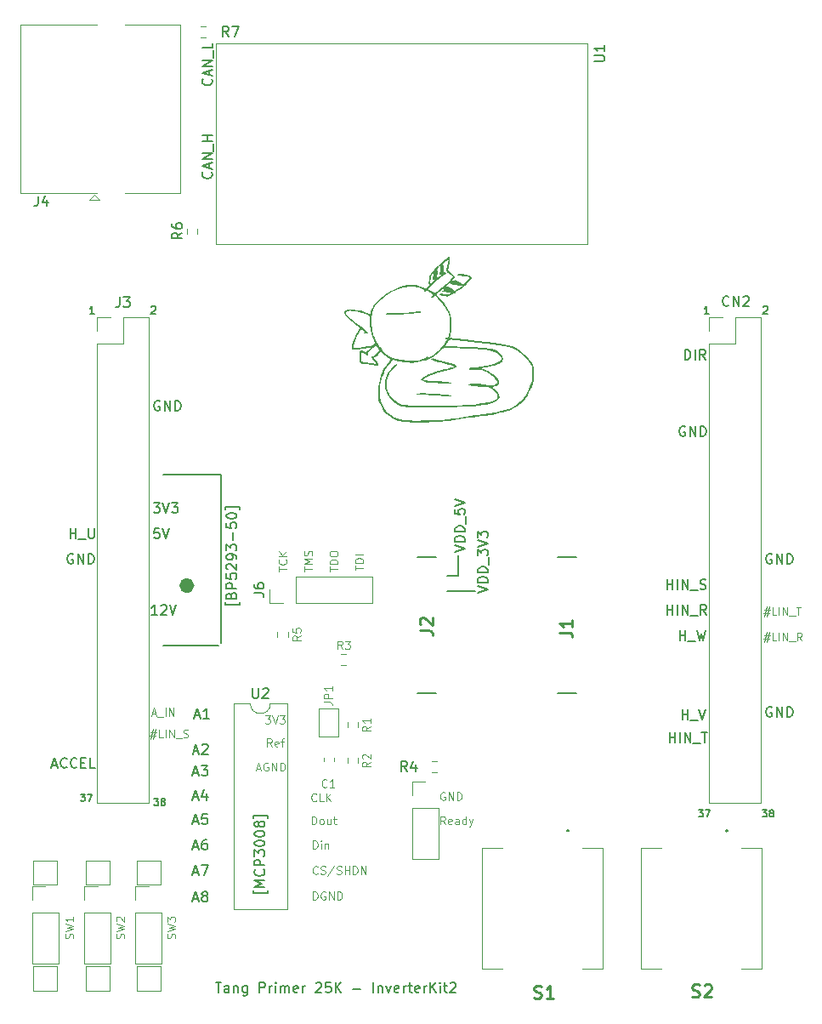
<source format=gbr>
%TF.GenerationSoftware,KiCad,Pcbnew,8.0.0*%
%TF.CreationDate,2024-04-23T01:00:26+09:00*%
%TF.ProjectId,TangPrimer25K_brushless,54616e67-5072-4696-9d65-7232354b5f62,rev?*%
%TF.SameCoordinates,Original*%
%TF.FileFunction,Legend,Top*%
%TF.FilePolarity,Positive*%
%FSLAX46Y46*%
G04 Gerber Fmt 4.6, Leading zero omitted, Abs format (unit mm)*
G04 Created by KiCad (PCBNEW 8.0.0) date 2024-04-23 01:00:26*
%MOMM*%
%LPD*%
G01*
G04 APERTURE LIST*
%ADD10C,0.150000*%
%ADD11C,0.100000*%
%ADD12C,0.254000*%
%ADD13C,0.000000*%
%ADD14C,0.120000*%
%ADD15C,0.200000*%
%ADD16C,0.735000*%
G04 APERTURE END LIST*
D10*
X163068000Y-111252000D02*
X164211000Y-111252000D01*
X164211000Y-111252000D02*
X164211000Y-109220000D01*
X163068000Y-112776000D02*
X165862000Y-112776000D01*
X163842819Y-108899077D02*
X164842819Y-108565744D01*
X164842819Y-108565744D02*
X163842819Y-108232411D01*
X164842819Y-107899077D02*
X163842819Y-107899077D01*
X163842819Y-107899077D02*
X163842819Y-107660982D01*
X163842819Y-107660982D02*
X163890438Y-107518125D01*
X163890438Y-107518125D02*
X163985676Y-107422887D01*
X163985676Y-107422887D02*
X164080914Y-107375268D01*
X164080914Y-107375268D02*
X164271390Y-107327649D01*
X164271390Y-107327649D02*
X164414247Y-107327649D01*
X164414247Y-107327649D02*
X164604723Y-107375268D01*
X164604723Y-107375268D02*
X164699961Y-107422887D01*
X164699961Y-107422887D02*
X164795200Y-107518125D01*
X164795200Y-107518125D02*
X164842819Y-107660982D01*
X164842819Y-107660982D02*
X164842819Y-107899077D01*
X164842819Y-106899077D02*
X163842819Y-106899077D01*
X163842819Y-106899077D02*
X163842819Y-106660982D01*
X163842819Y-106660982D02*
X163890438Y-106518125D01*
X163890438Y-106518125D02*
X163985676Y-106422887D01*
X163985676Y-106422887D02*
X164080914Y-106375268D01*
X164080914Y-106375268D02*
X164271390Y-106327649D01*
X164271390Y-106327649D02*
X164414247Y-106327649D01*
X164414247Y-106327649D02*
X164604723Y-106375268D01*
X164604723Y-106375268D02*
X164699961Y-106422887D01*
X164699961Y-106422887D02*
X164795200Y-106518125D01*
X164795200Y-106518125D02*
X164842819Y-106660982D01*
X164842819Y-106660982D02*
X164842819Y-106899077D01*
X164938057Y-106137173D02*
X164938057Y-105375268D01*
X163842819Y-104660982D02*
X163842819Y-105137172D01*
X163842819Y-105137172D02*
X164319009Y-105184791D01*
X164319009Y-105184791D02*
X164271390Y-105137172D01*
X164271390Y-105137172D02*
X164223771Y-105041934D01*
X164223771Y-105041934D02*
X164223771Y-104803839D01*
X164223771Y-104803839D02*
X164271390Y-104708601D01*
X164271390Y-104708601D02*
X164319009Y-104660982D01*
X164319009Y-104660982D02*
X164414247Y-104613363D01*
X164414247Y-104613363D02*
X164652342Y-104613363D01*
X164652342Y-104613363D02*
X164747580Y-104660982D01*
X164747580Y-104660982D02*
X164795200Y-104708601D01*
X164795200Y-104708601D02*
X164842819Y-104803839D01*
X164842819Y-104803839D02*
X164842819Y-105041934D01*
X164842819Y-105041934D02*
X164795200Y-105137172D01*
X164795200Y-105137172D02*
X164747580Y-105184791D01*
X163842819Y-104327648D02*
X164842819Y-103994315D01*
X164842819Y-103994315D02*
X163842819Y-103660982D01*
X139601580Y-71100792D02*
X139649200Y-71148411D01*
X139649200Y-71148411D02*
X139696819Y-71291268D01*
X139696819Y-71291268D02*
X139696819Y-71386506D01*
X139696819Y-71386506D02*
X139649200Y-71529363D01*
X139649200Y-71529363D02*
X139553961Y-71624601D01*
X139553961Y-71624601D02*
X139458723Y-71672220D01*
X139458723Y-71672220D02*
X139268247Y-71719839D01*
X139268247Y-71719839D02*
X139125390Y-71719839D01*
X139125390Y-71719839D02*
X138934914Y-71672220D01*
X138934914Y-71672220D02*
X138839676Y-71624601D01*
X138839676Y-71624601D02*
X138744438Y-71529363D01*
X138744438Y-71529363D02*
X138696819Y-71386506D01*
X138696819Y-71386506D02*
X138696819Y-71291268D01*
X138696819Y-71291268D02*
X138744438Y-71148411D01*
X138744438Y-71148411D02*
X138792057Y-71100792D01*
X139411104Y-70719839D02*
X139411104Y-70243649D01*
X139696819Y-70815077D02*
X138696819Y-70481744D01*
X138696819Y-70481744D02*
X139696819Y-70148411D01*
X139696819Y-69815077D02*
X138696819Y-69815077D01*
X138696819Y-69815077D02*
X139696819Y-69243649D01*
X139696819Y-69243649D02*
X138696819Y-69243649D01*
X139792057Y-69005554D02*
X139792057Y-68243649D01*
X139696819Y-68005553D02*
X138696819Y-68005553D01*
X139173009Y-68005553D02*
X139173009Y-67434125D01*
X139696819Y-67434125D02*
X138696819Y-67434125D01*
X195424588Y-109153438D02*
X195329350Y-109105819D01*
X195329350Y-109105819D02*
X195186493Y-109105819D01*
X195186493Y-109105819D02*
X195043636Y-109153438D01*
X195043636Y-109153438D02*
X194948398Y-109248676D01*
X194948398Y-109248676D02*
X194900779Y-109343914D01*
X194900779Y-109343914D02*
X194853160Y-109534390D01*
X194853160Y-109534390D02*
X194853160Y-109677247D01*
X194853160Y-109677247D02*
X194900779Y-109867723D01*
X194900779Y-109867723D02*
X194948398Y-109962961D01*
X194948398Y-109962961D02*
X195043636Y-110058200D01*
X195043636Y-110058200D02*
X195186493Y-110105819D01*
X195186493Y-110105819D02*
X195281731Y-110105819D01*
X195281731Y-110105819D02*
X195424588Y-110058200D01*
X195424588Y-110058200D02*
X195472207Y-110010580D01*
X195472207Y-110010580D02*
X195472207Y-109677247D01*
X195472207Y-109677247D02*
X195281731Y-109677247D01*
X195900779Y-110105819D02*
X195900779Y-109105819D01*
X195900779Y-109105819D02*
X196472207Y-110105819D01*
X196472207Y-110105819D02*
X196472207Y-109105819D01*
X196948398Y-110105819D02*
X196948398Y-109105819D01*
X196948398Y-109105819D02*
X197186493Y-109105819D01*
X197186493Y-109105819D02*
X197329350Y-109153438D01*
X197329350Y-109153438D02*
X197424588Y-109248676D01*
X197424588Y-109248676D02*
X197472207Y-109343914D01*
X197472207Y-109343914D02*
X197519826Y-109534390D01*
X197519826Y-109534390D02*
X197519826Y-109677247D01*
X197519826Y-109677247D02*
X197472207Y-109867723D01*
X197472207Y-109867723D02*
X197424588Y-109962961D01*
X197424588Y-109962961D02*
X197329350Y-110058200D01*
X197329350Y-110058200D02*
X197186493Y-110105819D01*
X197186493Y-110105819D02*
X196948398Y-110105819D01*
D11*
X149735265Y-143533895D02*
X149735265Y-142733895D01*
X149735265Y-142733895D02*
X149925741Y-142733895D01*
X149925741Y-142733895D02*
X150040027Y-142771990D01*
X150040027Y-142771990D02*
X150116217Y-142848180D01*
X150116217Y-142848180D02*
X150154312Y-142924371D01*
X150154312Y-142924371D02*
X150192408Y-143076752D01*
X150192408Y-143076752D02*
X150192408Y-143191038D01*
X150192408Y-143191038D02*
X150154312Y-143343419D01*
X150154312Y-143343419D02*
X150116217Y-143419609D01*
X150116217Y-143419609D02*
X150040027Y-143495800D01*
X150040027Y-143495800D02*
X149925741Y-143533895D01*
X149925741Y-143533895D02*
X149735265Y-143533895D01*
X150954312Y-142771990D02*
X150878122Y-142733895D01*
X150878122Y-142733895D02*
X150763836Y-142733895D01*
X150763836Y-142733895D02*
X150649550Y-142771990D01*
X150649550Y-142771990D02*
X150573360Y-142848180D01*
X150573360Y-142848180D02*
X150535265Y-142924371D01*
X150535265Y-142924371D02*
X150497169Y-143076752D01*
X150497169Y-143076752D02*
X150497169Y-143191038D01*
X150497169Y-143191038D02*
X150535265Y-143343419D01*
X150535265Y-143343419D02*
X150573360Y-143419609D01*
X150573360Y-143419609D02*
X150649550Y-143495800D01*
X150649550Y-143495800D02*
X150763836Y-143533895D01*
X150763836Y-143533895D02*
X150840027Y-143533895D01*
X150840027Y-143533895D02*
X150954312Y-143495800D01*
X150954312Y-143495800D02*
X150992408Y-143457704D01*
X150992408Y-143457704D02*
X150992408Y-143191038D01*
X150992408Y-143191038D02*
X150840027Y-143191038D01*
X151335265Y-143533895D02*
X151335265Y-142733895D01*
X151335265Y-142733895D02*
X151792408Y-143533895D01*
X151792408Y-143533895D02*
X151792408Y-142733895D01*
X152173360Y-143533895D02*
X152173360Y-142733895D01*
X152173360Y-142733895D02*
X152363836Y-142733895D01*
X152363836Y-142733895D02*
X152478122Y-142771990D01*
X152478122Y-142771990D02*
X152554312Y-142848180D01*
X152554312Y-142848180D02*
X152592407Y-142924371D01*
X152592407Y-142924371D02*
X152630503Y-143076752D01*
X152630503Y-143076752D02*
X152630503Y-143191038D01*
X152630503Y-143191038D02*
X152592407Y-143343419D01*
X152592407Y-143343419D02*
X152554312Y-143419609D01*
X152554312Y-143419609D02*
X152478122Y-143495800D01*
X152478122Y-143495800D02*
X152363836Y-143533895D01*
X152363836Y-143533895D02*
X152173360Y-143533895D01*
X162892408Y-136040895D02*
X162625741Y-135659942D01*
X162435265Y-136040895D02*
X162435265Y-135240895D01*
X162435265Y-135240895D02*
X162740027Y-135240895D01*
X162740027Y-135240895D02*
X162816217Y-135278990D01*
X162816217Y-135278990D02*
X162854312Y-135317085D01*
X162854312Y-135317085D02*
X162892408Y-135393276D01*
X162892408Y-135393276D02*
X162892408Y-135507561D01*
X162892408Y-135507561D02*
X162854312Y-135583752D01*
X162854312Y-135583752D02*
X162816217Y-135621847D01*
X162816217Y-135621847D02*
X162740027Y-135659942D01*
X162740027Y-135659942D02*
X162435265Y-135659942D01*
X163540027Y-136002800D02*
X163463836Y-136040895D01*
X163463836Y-136040895D02*
X163311455Y-136040895D01*
X163311455Y-136040895D02*
X163235265Y-136002800D01*
X163235265Y-136002800D02*
X163197169Y-135926609D01*
X163197169Y-135926609D02*
X163197169Y-135621847D01*
X163197169Y-135621847D02*
X163235265Y-135545657D01*
X163235265Y-135545657D02*
X163311455Y-135507561D01*
X163311455Y-135507561D02*
X163463836Y-135507561D01*
X163463836Y-135507561D02*
X163540027Y-135545657D01*
X163540027Y-135545657D02*
X163578122Y-135621847D01*
X163578122Y-135621847D02*
X163578122Y-135698038D01*
X163578122Y-135698038D02*
X163197169Y-135774228D01*
X164263836Y-136040895D02*
X164263836Y-135621847D01*
X164263836Y-135621847D02*
X164225741Y-135545657D01*
X164225741Y-135545657D02*
X164149550Y-135507561D01*
X164149550Y-135507561D02*
X163997169Y-135507561D01*
X163997169Y-135507561D02*
X163920979Y-135545657D01*
X164263836Y-136002800D02*
X164187645Y-136040895D01*
X164187645Y-136040895D02*
X163997169Y-136040895D01*
X163997169Y-136040895D02*
X163920979Y-136002800D01*
X163920979Y-136002800D02*
X163882883Y-135926609D01*
X163882883Y-135926609D02*
X163882883Y-135850419D01*
X163882883Y-135850419D02*
X163920979Y-135774228D01*
X163920979Y-135774228D02*
X163997169Y-135736133D01*
X163997169Y-135736133D02*
X164187645Y-135736133D01*
X164187645Y-135736133D02*
X164263836Y-135698038D01*
X164987646Y-136040895D02*
X164987646Y-135240895D01*
X164987646Y-136002800D02*
X164911455Y-136040895D01*
X164911455Y-136040895D02*
X164759074Y-136040895D01*
X164759074Y-136040895D02*
X164682884Y-136002800D01*
X164682884Y-136002800D02*
X164644789Y-135964704D01*
X164644789Y-135964704D02*
X164606693Y-135888514D01*
X164606693Y-135888514D02*
X164606693Y-135659942D01*
X164606693Y-135659942D02*
X164644789Y-135583752D01*
X164644789Y-135583752D02*
X164682884Y-135545657D01*
X164682884Y-135545657D02*
X164759074Y-135507561D01*
X164759074Y-135507561D02*
X164911455Y-135507561D01*
X164911455Y-135507561D02*
X164987646Y-135545657D01*
X165292408Y-135507561D02*
X165482884Y-136040895D01*
X165673361Y-135507561D02*
X165482884Y-136040895D01*
X165482884Y-136040895D02*
X165406694Y-136231371D01*
X165406694Y-136231371D02*
X165368599Y-136269466D01*
X165368599Y-136269466D02*
X165292408Y-136307561D01*
D10*
X145237152Y-142633506D02*
X145237152Y-142871601D01*
X145237152Y-142871601D02*
X143808580Y-142871601D01*
X143808580Y-142871601D02*
X143808580Y-142633506D01*
X144903819Y-142252553D02*
X143903819Y-142252553D01*
X143903819Y-142252553D02*
X144618104Y-141919220D01*
X144618104Y-141919220D02*
X143903819Y-141585887D01*
X143903819Y-141585887D02*
X144903819Y-141585887D01*
X144808580Y-140538268D02*
X144856200Y-140585887D01*
X144856200Y-140585887D02*
X144903819Y-140728744D01*
X144903819Y-140728744D02*
X144903819Y-140823982D01*
X144903819Y-140823982D02*
X144856200Y-140966839D01*
X144856200Y-140966839D02*
X144760961Y-141062077D01*
X144760961Y-141062077D02*
X144665723Y-141109696D01*
X144665723Y-141109696D02*
X144475247Y-141157315D01*
X144475247Y-141157315D02*
X144332390Y-141157315D01*
X144332390Y-141157315D02*
X144141914Y-141109696D01*
X144141914Y-141109696D02*
X144046676Y-141062077D01*
X144046676Y-141062077D02*
X143951438Y-140966839D01*
X143951438Y-140966839D02*
X143903819Y-140823982D01*
X143903819Y-140823982D02*
X143903819Y-140728744D01*
X143903819Y-140728744D02*
X143951438Y-140585887D01*
X143951438Y-140585887D02*
X143999057Y-140538268D01*
X144903819Y-140109696D02*
X143903819Y-140109696D01*
X143903819Y-140109696D02*
X143903819Y-139728744D01*
X143903819Y-139728744D02*
X143951438Y-139633506D01*
X143951438Y-139633506D02*
X143999057Y-139585887D01*
X143999057Y-139585887D02*
X144094295Y-139538268D01*
X144094295Y-139538268D02*
X144237152Y-139538268D01*
X144237152Y-139538268D02*
X144332390Y-139585887D01*
X144332390Y-139585887D02*
X144380009Y-139633506D01*
X144380009Y-139633506D02*
X144427628Y-139728744D01*
X144427628Y-139728744D02*
X144427628Y-140109696D01*
X143903819Y-139204934D02*
X143903819Y-138585887D01*
X143903819Y-138585887D02*
X144284771Y-138919220D01*
X144284771Y-138919220D02*
X144284771Y-138776363D01*
X144284771Y-138776363D02*
X144332390Y-138681125D01*
X144332390Y-138681125D02*
X144380009Y-138633506D01*
X144380009Y-138633506D02*
X144475247Y-138585887D01*
X144475247Y-138585887D02*
X144713342Y-138585887D01*
X144713342Y-138585887D02*
X144808580Y-138633506D01*
X144808580Y-138633506D02*
X144856200Y-138681125D01*
X144856200Y-138681125D02*
X144903819Y-138776363D01*
X144903819Y-138776363D02*
X144903819Y-139062077D01*
X144903819Y-139062077D02*
X144856200Y-139157315D01*
X144856200Y-139157315D02*
X144808580Y-139204934D01*
X143903819Y-137966839D02*
X143903819Y-137871601D01*
X143903819Y-137871601D02*
X143951438Y-137776363D01*
X143951438Y-137776363D02*
X143999057Y-137728744D01*
X143999057Y-137728744D02*
X144094295Y-137681125D01*
X144094295Y-137681125D02*
X144284771Y-137633506D01*
X144284771Y-137633506D02*
X144522866Y-137633506D01*
X144522866Y-137633506D02*
X144713342Y-137681125D01*
X144713342Y-137681125D02*
X144808580Y-137728744D01*
X144808580Y-137728744D02*
X144856200Y-137776363D01*
X144856200Y-137776363D02*
X144903819Y-137871601D01*
X144903819Y-137871601D02*
X144903819Y-137966839D01*
X144903819Y-137966839D02*
X144856200Y-138062077D01*
X144856200Y-138062077D02*
X144808580Y-138109696D01*
X144808580Y-138109696D02*
X144713342Y-138157315D01*
X144713342Y-138157315D02*
X144522866Y-138204934D01*
X144522866Y-138204934D02*
X144284771Y-138204934D01*
X144284771Y-138204934D02*
X144094295Y-138157315D01*
X144094295Y-138157315D02*
X143999057Y-138109696D01*
X143999057Y-138109696D02*
X143951438Y-138062077D01*
X143951438Y-138062077D02*
X143903819Y-137966839D01*
X143903819Y-137014458D02*
X143903819Y-136919220D01*
X143903819Y-136919220D02*
X143951438Y-136823982D01*
X143951438Y-136823982D02*
X143999057Y-136776363D01*
X143999057Y-136776363D02*
X144094295Y-136728744D01*
X144094295Y-136728744D02*
X144284771Y-136681125D01*
X144284771Y-136681125D02*
X144522866Y-136681125D01*
X144522866Y-136681125D02*
X144713342Y-136728744D01*
X144713342Y-136728744D02*
X144808580Y-136776363D01*
X144808580Y-136776363D02*
X144856200Y-136823982D01*
X144856200Y-136823982D02*
X144903819Y-136919220D01*
X144903819Y-136919220D02*
X144903819Y-137014458D01*
X144903819Y-137014458D02*
X144856200Y-137109696D01*
X144856200Y-137109696D02*
X144808580Y-137157315D01*
X144808580Y-137157315D02*
X144713342Y-137204934D01*
X144713342Y-137204934D02*
X144522866Y-137252553D01*
X144522866Y-137252553D02*
X144284771Y-137252553D01*
X144284771Y-137252553D02*
X144094295Y-137204934D01*
X144094295Y-137204934D02*
X143999057Y-137157315D01*
X143999057Y-137157315D02*
X143951438Y-137109696D01*
X143951438Y-137109696D02*
X143903819Y-137014458D01*
X144332390Y-136109696D02*
X144284771Y-136204934D01*
X144284771Y-136204934D02*
X144237152Y-136252553D01*
X144237152Y-136252553D02*
X144141914Y-136300172D01*
X144141914Y-136300172D02*
X144094295Y-136300172D01*
X144094295Y-136300172D02*
X143999057Y-136252553D01*
X143999057Y-136252553D02*
X143951438Y-136204934D01*
X143951438Y-136204934D02*
X143903819Y-136109696D01*
X143903819Y-136109696D02*
X143903819Y-135919220D01*
X143903819Y-135919220D02*
X143951438Y-135823982D01*
X143951438Y-135823982D02*
X143999057Y-135776363D01*
X143999057Y-135776363D02*
X144094295Y-135728744D01*
X144094295Y-135728744D02*
X144141914Y-135728744D01*
X144141914Y-135728744D02*
X144237152Y-135776363D01*
X144237152Y-135776363D02*
X144284771Y-135823982D01*
X144284771Y-135823982D02*
X144332390Y-135919220D01*
X144332390Y-135919220D02*
X144332390Y-136109696D01*
X144332390Y-136109696D02*
X144380009Y-136204934D01*
X144380009Y-136204934D02*
X144427628Y-136252553D01*
X144427628Y-136252553D02*
X144522866Y-136300172D01*
X144522866Y-136300172D02*
X144713342Y-136300172D01*
X144713342Y-136300172D02*
X144808580Y-136252553D01*
X144808580Y-136252553D02*
X144856200Y-136204934D01*
X144856200Y-136204934D02*
X144903819Y-136109696D01*
X144903819Y-136109696D02*
X144903819Y-135919220D01*
X144903819Y-135919220D02*
X144856200Y-135823982D01*
X144856200Y-135823982D02*
X144808580Y-135776363D01*
X144808580Y-135776363D02*
X144713342Y-135728744D01*
X144713342Y-135728744D02*
X144522866Y-135728744D01*
X144522866Y-135728744D02*
X144427628Y-135776363D01*
X144427628Y-135776363D02*
X144380009Y-135823982D01*
X144380009Y-135823982D02*
X144332390Y-135919220D01*
X145237152Y-135395410D02*
X145237152Y-135157315D01*
X145237152Y-135157315D02*
X143808580Y-135157315D01*
X143808580Y-135157315D02*
X143808580Y-135395410D01*
X134210588Y-115185819D02*
X133639160Y-115185819D01*
X133924874Y-115185819D02*
X133924874Y-114185819D01*
X133924874Y-114185819D02*
X133829636Y-114328676D01*
X133829636Y-114328676D02*
X133734398Y-114423914D01*
X133734398Y-114423914D02*
X133639160Y-114471533D01*
X134591541Y-114281057D02*
X134639160Y-114233438D01*
X134639160Y-114233438D02*
X134734398Y-114185819D01*
X134734398Y-114185819D02*
X134972493Y-114185819D01*
X134972493Y-114185819D02*
X135067731Y-114233438D01*
X135067731Y-114233438D02*
X135115350Y-114281057D01*
X135115350Y-114281057D02*
X135162969Y-114376295D01*
X135162969Y-114376295D02*
X135162969Y-114471533D01*
X135162969Y-114471533D02*
X135115350Y-114614390D01*
X135115350Y-114614390D02*
X134543922Y-115185819D01*
X134543922Y-115185819D02*
X135162969Y-115185819D01*
X135448684Y-114185819D02*
X135782017Y-115185819D01*
X135782017Y-115185819D02*
X136115350Y-114185819D01*
X142443152Y-113931506D02*
X142443152Y-114169601D01*
X142443152Y-114169601D02*
X141014580Y-114169601D01*
X141014580Y-114169601D02*
X141014580Y-113931506D01*
X141586009Y-113217220D02*
X141633628Y-113074363D01*
X141633628Y-113074363D02*
X141681247Y-113026744D01*
X141681247Y-113026744D02*
X141776485Y-112979125D01*
X141776485Y-112979125D02*
X141919342Y-112979125D01*
X141919342Y-112979125D02*
X142014580Y-113026744D01*
X142014580Y-113026744D02*
X142062200Y-113074363D01*
X142062200Y-113074363D02*
X142109819Y-113169601D01*
X142109819Y-113169601D02*
X142109819Y-113550553D01*
X142109819Y-113550553D02*
X141109819Y-113550553D01*
X141109819Y-113550553D02*
X141109819Y-113217220D01*
X141109819Y-113217220D02*
X141157438Y-113121982D01*
X141157438Y-113121982D02*
X141205057Y-113074363D01*
X141205057Y-113074363D02*
X141300295Y-113026744D01*
X141300295Y-113026744D02*
X141395533Y-113026744D01*
X141395533Y-113026744D02*
X141490771Y-113074363D01*
X141490771Y-113074363D02*
X141538390Y-113121982D01*
X141538390Y-113121982D02*
X141586009Y-113217220D01*
X141586009Y-113217220D02*
X141586009Y-113550553D01*
X142109819Y-112550553D02*
X141109819Y-112550553D01*
X141109819Y-112550553D02*
X141109819Y-112169601D01*
X141109819Y-112169601D02*
X141157438Y-112074363D01*
X141157438Y-112074363D02*
X141205057Y-112026744D01*
X141205057Y-112026744D02*
X141300295Y-111979125D01*
X141300295Y-111979125D02*
X141443152Y-111979125D01*
X141443152Y-111979125D02*
X141538390Y-112026744D01*
X141538390Y-112026744D02*
X141586009Y-112074363D01*
X141586009Y-112074363D02*
X141633628Y-112169601D01*
X141633628Y-112169601D02*
X141633628Y-112550553D01*
X141109819Y-111074363D02*
X141109819Y-111550553D01*
X141109819Y-111550553D02*
X141586009Y-111598172D01*
X141586009Y-111598172D02*
X141538390Y-111550553D01*
X141538390Y-111550553D02*
X141490771Y-111455315D01*
X141490771Y-111455315D02*
X141490771Y-111217220D01*
X141490771Y-111217220D02*
X141538390Y-111121982D01*
X141538390Y-111121982D02*
X141586009Y-111074363D01*
X141586009Y-111074363D02*
X141681247Y-111026744D01*
X141681247Y-111026744D02*
X141919342Y-111026744D01*
X141919342Y-111026744D02*
X142014580Y-111074363D01*
X142014580Y-111074363D02*
X142062200Y-111121982D01*
X142062200Y-111121982D02*
X142109819Y-111217220D01*
X142109819Y-111217220D02*
X142109819Y-111455315D01*
X142109819Y-111455315D02*
X142062200Y-111550553D01*
X142062200Y-111550553D02*
X142014580Y-111598172D01*
X141205057Y-110645791D02*
X141157438Y-110598172D01*
X141157438Y-110598172D02*
X141109819Y-110502934D01*
X141109819Y-110502934D02*
X141109819Y-110264839D01*
X141109819Y-110264839D02*
X141157438Y-110169601D01*
X141157438Y-110169601D02*
X141205057Y-110121982D01*
X141205057Y-110121982D02*
X141300295Y-110074363D01*
X141300295Y-110074363D02*
X141395533Y-110074363D01*
X141395533Y-110074363D02*
X141538390Y-110121982D01*
X141538390Y-110121982D02*
X142109819Y-110693410D01*
X142109819Y-110693410D02*
X142109819Y-110074363D01*
X142109819Y-109598172D02*
X142109819Y-109407696D01*
X142109819Y-109407696D02*
X142062200Y-109312458D01*
X142062200Y-109312458D02*
X142014580Y-109264839D01*
X142014580Y-109264839D02*
X141871723Y-109169601D01*
X141871723Y-109169601D02*
X141681247Y-109121982D01*
X141681247Y-109121982D02*
X141300295Y-109121982D01*
X141300295Y-109121982D02*
X141205057Y-109169601D01*
X141205057Y-109169601D02*
X141157438Y-109217220D01*
X141157438Y-109217220D02*
X141109819Y-109312458D01*
X141109819Y-109312458D02*
X141109819Y-109502934D01*
X141109819Y-109502934D02*
X141157438Y-109598172D01*
X141157438Y-109598172D02*
X141205057Y-109645791D01*
X141205057Y-109645791D02*
X141300295Y-109693410D01*
X141300295Y-109693410D02*
X141538390Y-109693410D01*
X141538390Y-109693410D02*
X141633628Y-109645791D01*
X141633628Y-109645791D02*
X141681247Y-109598172D01*
X141681247Y-109598172D02*
X141728866Y-109502934D01*
X141728866Y-109502934D02*
X141728866Y-109312458D01*
X141728866Y-109312458D02*
X141681247Y-109217220D01*
X141681247Y-109217220D02*
X141633628Y-109169601D01*
X141633628Y-109169601D02*
X141538390Y-109121982D01*
X141109819Y-108788648D02*
X141109819Y-108169601D01*
X141109819Y-108169601D02*
X141490771Y-108502934D01*
X141490771Y-108502934D02*
X141490771Y-108360077D01*
X141490771Y-108360077D02*
X141538390Y-108264839D01*
X141538390Y-108264839D02*
X141586009Y-108217220D01*
X141586009Y-108217220D02*
X141681247Y-108169601D01*
X141681247Y-108169601D02*
X141919342Y-108169601D01*
X141919342Y-108169601D02*
X142014580Y-108217220D01*
X142014580Y-108217220D02*
X142062200Y-108264839D01*
X142062200Y-108264839D02*
X142109819Y-108360077D01*
X142109819Y-108360077D02*
X142109819Y-108645791D01*
X142109819Y-108645791D02*
X142062200Y-108741029D01*
X142062200Y-108741029D02*
X142014580Y-108788648D01*
X141728866Y-107741029D02*
X141728866Y-106979125D01*
X141109819Y-106026744D02*
X141109819Y-106502934D01*
X141109819Y-106502934D02*
X141586009Y-106550553D01*
X141586009Y-106550553D02*
X141538390Y-106502934D01*
X141538390Y-106502934D02*
X141490771Y-106407696D01*
X141490771Y-106407696D02*
X141490771Y-106169601D01*
X141490771Y-106169601D02*
X141538390Y-106074363D01*
X141538390Y-106074363D02*
X141586009Y-106026744D01*
X141586009Y-106026744D02*
X141681247Y-105979125D01*
X141681247Y-105979125D02*
X141919342Y-105979125D01*
X141919342Y-105979125D02*
X142014580Y-106026744D01*
X142014580Y-106026744D02*
X142062200Y-106074363D01*
X142062200Y-106074363D02*
X142109819Y-106169601D01*
X142109819Y-106169601D02*
X142109819Y-106407696D01*
X142109819Y-106407696D02*
X142062200Y-106502934D01*
X142062200Y-106502934D02*
X142014580Y-106550553D01*
X141109819Y-105360077D02*
X141109819Y-105264839D01*
X141109819Y-105264839D02*
X141157438Y-105169601D01*
X141157438Y-105169601D02*
X141205057Y-105121982D01*
X141205057Y-105121982D02*
X141300295Y-105074363D01*
X141300295Y-105074363D02*
X141490771Y-105026744D01*
X141490771Y-105026744D02*
X141728866Y-105026744D01*
X141728866Y-105026744D02*
X141919342Y-105074363D01*
X141919342Y-105074363D02*
X142014580Y-105121982D01*
X142014580Y-105121982D02*
X142062200Y-105169601D01*
X142062200Y-105169601D02*
X142109819Y-105264839D01*
X142109819Y-105264839D02*
X142109819Y-105360077D01*
X142109819Y-105360077D02*
X142062200Y-105455315D01*
X142062200Y-105455315D02*
X142014580Y-105502934D01*
X142014580Y-105502934D02*
X141919342Y-105550553D01*
X141919342Y-105550553D02*
X141728866Y-105598172D01*
X141728866Y-105598172D02*
X141490771Y-105598172D01*
X141490771Y-105598172D02*
X141300295Y-105550553D01*
X141300295Y-105550553D02*
X141205057Y-105502934D01*
X141205057Y-105502934D02*
X141157438Y-105455315D01*
X141157438Y-105455315D02*
X141109819Y-105360077D01*
X142443152Y-104693410D02*
X142443152Y-104455315D01*
X142443152Y-104455315D02*
X141014580Y-104455315D01*
X141014580Y-104455315D02*
X141014580Y-104693410D01*
X137830160Y-128743104D02*
X138306350Y-128743104D01*
X137734922Y-129028819D02*
X138068255Y-128028819D01*
X138068255Y-128028819D02*
X138401588Y-129028819D01*
X138687303Y-128124057D02*
X138734922Y-128076438D01*
X138734922Y-128076438D02*
X138830160Y-128028819D01*
X138830160Y-128028819D02*
X139068255Y-128028819D01*
X139068255Y-128028819D02*
X139163493Y-128076438D01*
X139163493Y-128076438D02*
X139211112Y-128124057D01*
X139211112Y-128124057D02*
X139258731Y-128219295D01*
X139258731Y-128219295D02*
X139258731Y-128314533D01*
X139258731Y-128314533D02*
X139211112Y-128457390D01*
X139211112Y-128457390D02*
X138639684Y-129028819D01*
X138639684Y-129028819D02*
X139258731Y-129028819D01*
X194561064Y-84514485D02*
X194599160Y-84476390D01*
X194599160Y-84476390D02*
X194675350Y-84438295D01*
X194675350Y-84438295D02*
X194865826Y-84438295D01*
X194865826Y-84438295D02*
X194942017Y-84476390D01*
X194942017Y-84476390D02*
X194980112Y-84514485D01*
X194980112Y-84514485D02*
X195018207Y-84590676D01*
X195018207Y-84590676D02*
X195018207Y-84666866D01*
X195018207Y-84666866D02*
X194980112Y-84781152D01*
X194980112Y-84781152D02*
X194522969Y-85238295D01*
X194522969Y-85238295D02*
X195018207Y-85238295D01*
X186264779Y-117725819D02*
X186264779Y-116725819D01*
X186264779Y-117202009D02*
X186836207Y-117202009D01*
X186836207Y-117725819D02*
X186836207Y-116725819D01*
X187074303Y-117821057D02*
X187836207Y-117821057D01*
X187979065Y-116725819D02*
X188217160Y-117725819D01*
X188217160Y-117725819D02*
X188407636Y-117011533D01*
X188407636Y-117011533D02*
X188598112Y-117725819D01*
X188598112Y-117725819D02*
X188836208Y-116725819D01*
D11*
X146289895Y-110856020D02*
X146289895Y-110398877D01*
X147089895Y-110627449D02*
X146289895Y-110627449D01*
X147013704Y-109675067D02*
X147051800Y-109713163D01*
X147051800Y-109713163D02*
X147089895Y-109827448D01*
X147089895Y-109827448D02*
X147089895Y-109903639D01*
X147089895Y-109903639D02*
X147051800Y-110017925D01*
X147051800Y-110017925D02*
X146975609Y-110094115D01*
X146975609Y-110094115D02*
X146899419Y-110132210D01*
X146899419Y-110132210D02*
X146747038Y-110170306D01*
X146747038Y-110170306D02*
X146632752Y-110170306D01*
X146632752Y-110170306D02*
X146480371Y-110132210D01*
X146480371Y-110132210D02*
X146404180Y-110094115D01*
X146404180Y-110094115D02*
X146327990Y-110017925D01*
X146327990Y-110017925D02*
X146289895Y-109903639D01*
X146289895Y-109903639D02*
X146289895Y-109827448D01*
X146289895Y-109827448D02*
X146327990Y-109713163D01*
X146327990Y-109713163D02*
X146366085Y-109675067D01*
X147089895Y-109332210D02*
X146289895Y-109332210D01*
X147089895Y-108875067D02*
X146632752Y-109217925D01*
X146289895Y-108875067D02*
X146747038Y-109332210D01*
D10*
X134416969Y-106565819D02*
X133940779Y-106565819D01*
X133940779Y-106565819D02*
X133893160Y-107042009D01*
X133893160Y-107042009D02*
X133940779Y-106994390D01*
X133940779Y-106994390D02*
X134036017Y-106946771D01*
X134036017Y-106946771D02*
X134274112Y-106946771D01*
X134274112Y-106946771D02*
X134369350Y-106994390D01*
X134369350Y-106994390D02*
X134416969Y-107042009D01*
X134416969Y-107042009D02*
X134464588Y-107137247D01*
X134464588Y-107137247D02*
X134464588Y-107375342D01*
X134464588Y-107375342D02*
X134416969Y-107470580D01*
X134416969Y-107470580D02*
X134369350Y-107518200D01*
X134369350Y-107518200D02*
X134274112Y-107565819D01*
X134274112Y-107565819D02*
X134036017Y-107565819D01*
X134036017Y-107565819D02*
X133940779Y-107518200D01*
X133940779Y-107518200D02*
X133893160Y-107470580D01*
X134750303Y-106565819D02*
X135083636Y-107565819D01*
X135083636Y-107565819D02*
X135416969Y-106565819D01*
D11*
X194655169Y-117219561D02*
X195226598Y-117219561D01*
X194883741Y-116876704D02*
X194655169Y-117905276D01*
X195150408Y-117562419D02*
X194578979Y-117562419D01*
X194921836Y-117905276D02*
X195150408Y-116876704D01*
X195874217Y-117752895D02*
X195493265Y-117752895D01*
X195493265Y-117752895D02*
X195493265Y-116952895D01*
X196140884Y-117752895D02*
X196140884Y-116952895D01*
X196521836Y-117752895D02*
X196521836Y-116952895D01*
X196521836Y-116952895D02*
X196978979Y-117752895D01*
X196978979Y-117752895D02*
X196978979Y-116952895D01*
X197169455Y-117829085D02*
X197778978Y-117829085D01*
X198426598Y-117752895D02*
X198159931Y-117371942D01*
X197969455Y-117752895D02*
X197969455Y-116952895D01*
X197969455Y-116952895D02*
X198274217Y-116952895D01*
X198274217Y-116952895D02*
X198350407Y-116990990D01*
X198350407Y-116990990D02*
X198388502Y-117029085D01*
X198388502Y-117029085D02*
X198426598Y-117105276D01*
X198426598Y-117105276D02*
X198426598Y-117219561D01*
X198426598Y-117219561D02*
X198388502Y-117295752D01*
X198388502Y-117295752D02*
X198350407Y-117333847D01*
X198350407Y-117333847D02*
X198274217Y-117371942D01*
X198274217Y-117371942D02*
X197969455Y-117371942D01*
D10*
X184994779Y-115185819D02*
X184994779Y-114185819D01*
X184994779Y-114662009D02*
X185566207Y-114662009D01*
X185566207Y-115185819D02*
X185566207Y-114185819D01*
X186042398Y-115185819D02*
X186042398Y-114185819D01*
X186518588Y-115185819D02*
X186518588Y-114185819D01*
X186518588Y-114185819D02*
X187090016Y-115185819D01*
X187090016Y-115185819D02*
X187090016Y-114185819D01*
X187328112Y-115281057D02*
X188090016Y-115281057D01*
X188899540Y-115185819D02*
X188566207Y-114709628D01*
X188328112Y-115185819D02*
X188328112Y-114185819D01*
X188328112Y-114185819D02*
X188709064Y-114185819D01*
X188709064Y-114185819D02*
X188804302Y-114233438D01*
X188804302Y-114233438D02*
X188851921Y-114281057D01*
X188851921Y-114281057D02*
X188899540Y-114376295D01*
X188899540Y-114376295D02*
X188899540Y-114519152D01*
X188899540Y-114519152D02*
X188851921Y-114614390D01*
X188851921Y-114614390D02*
X188804302Y-114662009D01*
X188804302Y-114662009D02*
X188709064Y-114709628D01*
X188709064Y-114709628D02*
X188328112Y-114709628D01*
D11*
X151369895Y-110856020D02*
X151369895Y-110398877D01*
X152169895Y-110627449D02*
X151369895Y-110627449D01*
X152169895Y-110132210D02*
X151369895Y-110132210D01*
X151369895Y-110132210D02*
X151369895Y-109941734D01*
X151369895Y-109941734D02*
X151407990Y-109827448D01*
X151407990Y-109827448D02*
X151484180Y-109751258D01*
X151484180Y-109751258D02*
X151560371Y-109713163D01*
X151560371Y-109713163D02*
X151712752Y-109675067D01*
X151712752Y-109675067D02*
X151827038Y-109675067D01*
X151827038Y-109675067D02*
X151979419Y-109713163D01*
X151979419Y-109713163D02*
X152055609Y-109751258D01*
X152055609Y-109751258D02*
X152131800Y-109827448D01*
X152131800Y-109827448D02*
X152169895Y-109941734D01*
X152169895Y-109941734D02*
X152169895Y-110132210D01*
X151369895Y-109179829D02*
X151369895Y-109027448D01*
X151369895Y-109027448D02*
X151407990Y-108951258D01*
X151407990Y-108951258D02*
X151484180Y-108875067D01*
X151484180Y-108875067D02*
X151636561Y-108836972D01*
X151636561Y-108836972D02*
X151903228Y-108836972D01*
X151903228Y-108836972D02*
X152055609Y-108875067D01*
X152055609Y-108875067D02*
X152131800Y-108951258D01*
X152131800Y-108951258D02*
X152169895Y-109027448D01*
X152169895Y-109027448D02*
X152169895Y-109179829D01*
X152169895Y-109179829D02*
X152131800Y-109256020D01*
X152131800Y-109256020D02*
X152055609Y-109332210D01*
X152055609Y-109332210D02*
X151903228Y-109370306D01*
X151903228Y-109370306D02*
X151636561Y-109370306D01*
X151636561Y-109370306D02*
X151484180Y-109332210D01*
X151484180Y-109332210D02*
X151407990Y-109256020D01*
X151407990Y-109256020D02*
X151369895Y-109179829D01*
X149735265Y-138453895D02*
X149735265Y-137653895D01*
X149735265Y-137653895D02*
X149925741Y-137653895D01*
X149925741Y-137653895D02*
X150040027Y-137691990D01*
X150040027Y-137691990D02*
X150116217Y-137768180D01*
X150116217Y-137768180D02*
X150154312Y-137844371D01*
X150154312Y-137844371D02*
X150192408Y-137996752D01*
X150192408Y-137996752D02*
X150192408Y-138111038D01*
X150192408Y-138111038D02*
X150154312Y-138263419D01*
X150154312Y-138263419D02*
X150116217Y-138339609D01*
X150116217Y-138339609D02*
X150040027Y-138415800D01*
X150040027Y-138415800D02*
X149925741Y-138453895D01*
X149925741Y-138453895D02*
X149735265Y-138453895D01*
X150535265Y-138453895D02*
X150535265Y-137920561D01*
X150535265Y-137653895D02*
X150497169Y-137691990D01*
X150497169Y-137691990D02*
X150535265Y-137730085D01*
X150535265Y-137730085D02*
X150573360Y-137691990D01*
X150573360Y-137691990D02*
X150535265Y-137653895D01*
X150535265Y-137653895D02*
X150535265Y-137730085D01*
X150916217Y-137920561D02*
X150916217Y-138453895D01*
X150916217Y-137996752D02*
X150954312Y-137958657D01*
X150954312Y-137958657D02*
X151030502Y-137920561D01*
X151030502Y-137920561D02*
X151144788Y-137920561D01*
X151144788Y-137920561D02*
X151220979Y-137958657D01*
X151220979Y-137958657D02*
X151259074Y-138034847D01*
X151259074Y-138034847D02*
X151259074Y-138453895D01*
D10*
X186518779Y-125599819D02*
X186518779Y-124599819D01*
X186518779Y-125076009D02*
X187090207Y-125076009D01*
X187090207Y-125599819D02*
X187090207Y-124599819D01*
X187328303Y-125695057D02*
X188090207Y-125695057D01*
X188185446Y-124599819D02*
X188518779Y-125599819D01*
X188518779Y-125599819D02*
X188852112Y-124599819D01*
X139601580Y-61829792D02*
X139649200Y-61877411D01*
X139649200Y-61877411D02*
X139696819Y-62020268D01*
X139696819Y-62020268D02*
X139696819Y-62115506D01*
X139696819Y-62115506D02*
X139649200Y-62258363D01*
X139649200Y-62258363D02*
X139553961Y-62353601D01*
X139553961Y-62353601D02*
X139458723Y-62401220D01*
X139458723Y-62401220D02*
X139268247Y-62448839D01*
X139268247Y-62448839D02*
X139125390Y-62448839D01*
X139125390Y-62448839D02*
X138934914Y-62401220D01*
X138934914Y-62401220D02*
X138839676Y-62353601D01*
X138839676Y-62353601D02*
X138744438Y-62258363D01*
X138744438Y-62258363D02*
X138696819Y-62115506D01*
X138696819Y-62115506D02*
X138696819Y-62020268D01*
X138696819Y-62020268D02*
X138744438Y-61877411D01*
X138744438Y-61877411D02*
X138792057Y-61829792D01*
X139411104Y-61448839D02*
X139411104Y-60972649D01*
X139696819Y-61544077D02*
X138696819Y-61210744D01*
X138696819Y-61210744D02*
X139696819Y-60877411D01*
X139696819Y-60544077D02*
X138696819Y-60544077D01*
X138696819Y-60544077D02*
X139696819Y-59972649D01*
X139696819Y-59972649D02*
X138696819Y-59972649D01*
X139792057Y-59734554D02*
X139792057Y-58972649D01*
X139696819Y-58258363D02*
X139696819Y-58734553D01*
X139696819Y-58734553D02*
X138696819Y-58734553D01*
X133601064Y-84514485D02*
X133639160Y-84476390D01*
X133639160Y-84476390D02*
X133715350Y-84438295D01*
X133715350Y-84438295D02*
X133905826Y-84438295D01*
X133905826Y-84438295D02*
X133982017Y-84476390D01*
X133982017Y-84476390D02*
X134020112Y-84514485D01*
X134020112Y-84514485D02*
X134058207Y-84590676D01*
X134058207Y-84590676D02*
X134058207Y-84666866D01*
X134058207Y-84666866D02*
X134020112Y-84781152D01*
X134020112Y-84781152D02*
X133562969Y-85238295D01*
X133562969Y-85238295D02*
X134058207Y-85238295D01*
D11*
X144109169Y-130478323D02*
X144490122Y-130478323D01*
X144032979Y-130706895D02*
X144299646Y-129906895D01*
X144299646Y-129906895D02*
X144566312Y-130706895D01*
X145252026Y-129944990D02*
X145175836Y-129906895D01*
X145175836Y-129906895D02*
X145061550Y-129906895D01*
X145061550Y-129906895D02*
X144947264Y-129944990D01*
X144947264Y-129944990D02*
X144871074Y-130021180D01*
X144871074Y-130021180D02*
X144832979Y-130097371D01*
X144832979Y-130097371D02*
X144794883Y-130249752D01*
X144794883Y-130249752D02*
X144794883Y-130364038D01*
X144794883Y-130364038D02*
X144832979Y-130516419D01*
X144832979Y-130516419D02*
X144871074Y-130592609D01*
X144871074Y-130592609D02*
X144947264Y-130668800D01*
X144947264Y-130668800D02*
X145061550Y-130706895D01*
X145061550Y-130706895D02*
X145137741Y-130706895D01*
X145137741Y-130706895D02*
X145252026Y-130668800D01*
X145252026Y-130668800D02*
X145290122Y-130630704D01*
X145290122Y-130630704D02*
X145290122Y-130364038D01*
X145290122Y-130364038D02*
X145137741Y-130364038D01*
X145632979Y-130706895D02*
X145632979Y-129906895D01*
X145632979Y-129906895D02*
X146090122Y-130706895D01*
X146090122Y-130706895D02*
X146090122Y-129906895D01*
X146471074Y-130706895D02*
X146471074Y-129906895D01*
X146471074Y-129906895D02*
X146661550Y-129906895D01*
X146661550Y-129906895D02*
X146775836Y-129944990D01*
X146775836Y-129944990D02*
X146852026Y-130021180D01*
X146852026Y-130021180D02*
X146890121Y-130097371D01*
X146890121Y-130097371D02*
X146928217Y-130249752D01*
X146928217Y-130249752D02*
X146928217Y-130364038D01*
X146928217Y-130364038D02*
X146890121Y-130516419D01*
X146890121Y-130516419D02*
X146852026Y-130592609D01*
X146852026Y-130592609D02*
X146775836Y-130668800D01*
X146775836Y-130668800D02*
X146661550Y-130706895D01*
X146661550Y-130706895D02*
X146471074Y-130706895D01*
D10*
X133904284Y-133445533D02*
X134337617Y-133445533D01*
X134337617Y-133445533D02*
X134104284Y-133712200D01*
X134104284Y-133712200D02*
X134204284Y-133712200D01*
X134204284Y-133712200D02*
X134270950Y-133745533D01*
X134270950Y-133745533D02*
X134304284Y-133778866D01*
X134304284Y-133778866D02*
X134337617Y-133845533D01*
X134337617Y-133845533D02*
X134337617Y-134012200D01*
X134337617Y-134012200D02*
X134304284Y-134078866D01*
X134304284Y-134078866D02*
X134270950Y-134112200D01*
X134270950Y-134112200D02*
X134204284Y-134145533D01*
X134204284Y-134145533D02*
X134004284Y-134145533D01*
X134004284Y-134145533D02*
X133937617Y-134112200D01*
X133937617Y-134112200D02*
X133904284Y-134078866D01*
X134737617Y-133745533D02*
X134670951Y-133712200D01*
X134670951Y-133712200D02*
X134637617Y-133678866D01*
X134637617Y-133678866D02*
X134604284Y-133612200D01*
X134604284Y-133612200D02*
X134604284Y-133578866D01*
X134604284Y-133578866D02*
X134637617Y-133512200D01*
X134637617Y-133512200D02*
X134670951Y-133478866D01*
X134670951Y-133478866D02*
X134737617Y-133445533D01*
X134737617Y-133445533D02*
X134870951Y-133445533D01*
X134870951Y-133445533D02*
X134937617Y-133478866D01*
X134937617Y-133478866D02*
X134970951Y-133512200D01*
X134970951Y-133512200D02*
X135004284Y-133578866D01*
X135004284Y-133578866D02*
X135004284Y-133612200D01*
X135004284Y-133612200D02*
X134970951Y-133678866D01*
X134970951Y-133678866D02*
X134937617Y-133712200D01*
X134937617Y-133712200D02*
X134870951Y-133745533D01*
X134870951Y-133745533D02*
X134737617Y-133745533D01*
X134737617Y-133745533D02*
X134670951Y-133778866D01*
X134670951Y-133778866D02*
X134637617Y-133812200D01*
X134637617Y-133812200D02*
X134604284Y-133878866D01*
X134604284Y-133878866D02*
X134604284Y-134012200D01*
X134604284Y-134012200D02*
X134637617Y-134078866D01*
X134637617Y-134078866D02*
X134670951Y-134112200D01*
X134670951Y-134112200D02*
X134737617Y-134145533D01*
X134737617Y-134145533D02*
X134870951Y-134145533D01*
X134870951Y-134145533D02*
X134937617Y-134112200D01*
X134937617Y-134112200D02*
X134970951Y-134078866D01*
X134970951Y-134078866D02*
X135004284Y-134012200D01*
X135004284Y-134012200D02*
X135004284Y-133878866D01*
X135004284Y-133878866D02*
X134970951Y-133812200D01*
X134970951Y-133812200D02*
X134937617Y-133778866D01*
X134937617Y-133778866D02*
X134870951Y-133745533D01*
X137804760Y-133315104D02*
X138280950Y-133315104D01*
X137709522Y-133600819D02*
X138042855Y-132600819D01*
X138042855Y-132600819D02*
X138376188Y-133600819D01*
X139138093Y-132934152D02*
X139138093Y-133600819D01*
X138899998Y-132553200D02*
X138661903Y-133267485D01*
X138661903Y-133267485D02*
X139280950Y-133267485D01*
D11*
X133568169Y-126871561D02*
X134139598Y-126871561D01*
X133796741Y-126528704D02*
X133568169Y-127557276D01*
X134063408Y-127214419D02*
X133491979Y-127214419D01*
X133834836Y-127557276D02*
X134063408Y-126528704D01*
X134787217Y-127404895D02*
X134406265Y-127404895D01*
X134406265Y-127404895D02*
X134406265Y-126604895D01*
X135053884Y-127404895D02*
X135053884Y-126604895D01*
X135434836Y-127404895D02*
X135434836Y-126604895D01*
X135434836Y-126604895D02*
X135891979Y-127404895D01*
X135891979Y-127404895D02*
X135891979Y-126604895D01*
X136082455Y-127481085D02*
X136691978Y-127481085D01*
X136844359Y-127366800D02*
X136958645Y-127404895D01*
X136958645Y-127404895D02*
X137149121Y-127404895D01*
X137149121Y-127404895D02*
X137225312Y-127366800D01*
X137225312Y-127366800D02*
X137263407Y-127328704D01*
X137263407Y-127328704D02*
X137301502Y-127252514D01*
X137301502Y-127252514D02*
X137301502Y-127176323D01*
X137301502Y-127176323D02*
X137263407Y-127100133D01*
X137263407Y-127100133D02*
X137225312Y-127062038D01*
X137225312Y-127062038D02*
X137149121Y-127023942D01*
X137149121Y-127023942D02*
X136996740Y-126985847D01*
X136996740Y-126985847D02*
X136920550Y-126947752D01*
X136920550Y-126947752D02*
X136882455Y-126909657D01*
X136882455Y-126909657D02*
X136844359Y-126833466D01*
X136844359Y-126833466D02*
X136844359Y-126757276D01*
X136844359Y-126757276D02*
X136882455Y-126681085D01*
X136882455Y-126681085D02*
X136920550Y-126642990D01*
X136920550Y-126642990D02*
X136996740Y-126604895D01*
X136996740Y-126604895D02*
X137187217Y-126604895D01*
X137187217Y-126604895D02*
X137301502Y-126642990D01*
D10*
X125828588Y-109153438D02*
X125733350Y-109105819D01*
X125733350Y-109105819D02*
X125590493Y-109105819D01*
X125590493Y-109105819D02*
X125447636Y-109153438D01*
X125447636Y-109153438D02*
X125352398Y-109248676D01*
X125352398Y-109248676D02*
X125304779Y-109343914D01*
X125304779Y-109343914D02*
X125257160Y-109534390D01*
X125257160Y-109534390D02*
X125257160Y-109677247D01*
X125257160Y-109677247D02*
X125304779Y-109867723D01*
X125304779Y-109867723D02*
X125352398Y-109962961D01*
X125352398Y-109962961D02*
X125447636Y-110058200D01*
X125447636Y-110058200D02*
X125590493Y-110105819D01*
X125590493Y-110105819D02*
X125685731Y-110105819D01*
X125685731Y-110105819D02*
X125828588Y-110058200D01*
X125828588Y-110058200D02*
X125876207Y-110010580D01*
X125876207Y-110010580D02*
X125876207Y-109677247D01*
X125876207Y-109677247D02*
X125685731Y-109677247D01*
X126304779Y-110105819D02*
X126304779Y-109105819D01*
X126304779Y-109105819D02*
X126876207Y-110105819D01*
X126876207Y-110105819D02*
X126876207Y-109105819D01*
X127352398Y-110105819D02*
X127352398Y-109105819D01*
X127352398Y-109105819D02*
X127590493Y-109105819D01*
X127590493Y-109105819D02*
X127733350Y-109153438D01*
X127733350Y-109153438D02*
X127828588Y-109248676D01*
X127828588Y-109248676D02*
X127876207Y-109343914D01*
X127876207Y-109343914D02*
X127923826Y-109534390D01*
X127923826Y-109534390D02*
X127923826Y-109677247D01*
X127923826Y-109677247D02*
X127876207Y-109867723D01*
X127876207Y-109867723D02*
X127828588Y-109962961D01*
X127828588Y-109962961D02*
X127733350Y-110058200D01*
X127733350Y-110058200D02*
X127590493Y-110105819D01*
X127590493Y-110105819D02*
X127352398Y-110105819D01*
X137804760Y-135728104D02*
X138280950Y-135728104D01*
X137709522Y-136013819D02*
X138042855Y-135013819D01*
X138042855Y-135013819D02*
X138376188Y-136013819D01*
X139185712Y-135013819D02*
X138709522Y-135013819D01*
X138709522Y-135013819D02*
X138661903Y-135490009D01*
X138661903Y-135490009D02*
X138709522Y-135442390D01*
X138709522Y-135442390D02*
X138804760Y-135394771D01*
X138804760Y-135394771D02*
X139042855Y-135394771D01*
X139042855Y-135394771D02*
X139138093Y-135442390D01*
X139138093Y-135442390D02*
X139185712Y-135490009D01*
X139185712Y-135490009D02*
X139233331Y-135585247D01*
X139233331Y-135585247D02*
X139233331Y-135823342D01*
X139233331Y-135823342D02*
X139185712Y-135918580D01*
X139185712Y-135918580D02*
X139138093Y-135966200D01*
X139138093Y-135966200D02*
X139042855Y-136013819D01*
X139042855Y-136013819D02*
X138804760Y-136013819D01*
X138804760Y-136013819D02*
X138709522Y-135966200D01*
X138709522Y-135966200D02*
X138661903Y-135918580D01*
D11*
X133695169Y-125017323D02*
X134076122Y-125017323D01*
X133618979Y-125245895D02*
X133885646Y-124445895D01*
X133885646Y-124445895D02*
X134152312Y-125245895D01*
X134228503Y-125322085D02*
X134838026Y-125322085D01*
X135028503Y-125245895D02*
X135028503Y-124445895D01*
X135409455Y-125245895D02*
X135409455Y-124445895D01*
X135409455Y-124445895D02*
X135866598Y-125245895D01*
X135866598Y-125245895D02*
X135866598Y-124445895D01*
X194655169Y-114679561D02*
X195226598Y-114679561D01*
X194883741Y-114336704D02*
X194655169Y-115365276D01*
X195150408Y-115022419D02*
X194578979Y-115022419D01*
X194921836Y-115365276D02*
X195150408Y-114336704D01*
X195874217Y-115212895D02*
X195493265Y-115212895D01*
X195493265Y-115212895D02*
X195493265Y-114412895D01*
X196140884Y-115212895D02*
X196140884Y-114412895D01*
X196521836Y-115212895D02*
X196521836Y-114412895D01*
X196521836Y-114412895D02*
X196978979Y-115212895D01*
X196978979Y-115212895D02*
X196978979Y-114412895D01*
X197169455Y-115289085D02*
X197778978Y-115289085D01*
X197855169Y-114412895D02*
X198312312Y-114412895D01*
X198083740Y-115212895D02*
X198083740Y-114412895D01*
D10*
X195424588Y-124393438D02*
X195329350Y-124345819D01*
X195329350Y-124345819D02*
X195186493Y-124345819D01*
X195186493Y-124345819D02*
X195043636Y-124393438D01*
X195043636Y-124393438D02*
X194948398Y-124488676D01*
X194948398Y-124488676D02*
X194900779Y-124583914D01*
X194900779Y-124583914D02*
X194853160Y-124774390D01*
X194853160Y-124774390D02*
X194853160Y-124917247D01*
X194853160Y-124917247D02*
X194900779Y-125107723D01*
X194900779Y-125107723D02*
X194948398Y-125202961D01*
X194948398Y-125202961D02*
X195043636Y-125298200D01*
X195043636Y-125298200D02*
X195186493Y-125345819D01*
X195186493Y-125345819D02*
X195281731Y-125345819D01*
X195281731Y-125345819D02*
X195424588Y-125298200D01*
X195424588Y-125298200D02*
X195472207Y-125250580D01*
X195472207Y-125250580D02*
X195472207Y-124917247D01*
X195472207Y-124917247D02*
X195281731Y-124917247D01*
X195900779Y-125345819D02*
X195900779Y-124345819D01*
X195900779Y-124345819D02*
X196472207Y-125345819D01*
X196472207Y-125345819D02*
X196472207Y-124345819D01*
X196948398Y-125345819D02*
X196948398Y-124345819D01*
X196948398Y-124345819D02*
X197186493Y-124345819D01*
X197186493Y-124345819D02*
X197329350Y-124393438D01*
X197329350Y-124393438D02*
X197424588Y-124488676D01*
X197424588Y-124488676D02*
X197472207Y-124583914D01*
X197472207Y-124583914D02*
X197519826Y-124774390D01*
X197519826Y-124774390D02*
X197519826Y-124917247D01*
X197519826Y-124917247D02*
X197472207Y-125107723D01*
X197472207Y-125107723D02*
X197424588Y-125202961D01*
X197424588Y-125202961D02*
X197329350Y-125298200D01*
X197329350Y-125298200D02*
X197186493Y-125345819D01*
X197186493Y-125345819D02*
X196948398Y-125345819D01*
X188158684Y-134588533D02*
X188592017Y-134588533D01*
X188592017Y-134588533D02*
X188358684Y-134855200D01*
X188358684Y-134855200D02*
X188458684Y-134855200D01*
X188458684Y-134855200D02*
X188525350Y-134888533D01*
X188525350Y-134888533D02*
X188558684Y-134921866D01*
X188558684Y-134921866D02*
X188592017Y-134988533D01*
X188592017Y-134988533D02*
X188592017Y-135155200D01*
X188592017Y-135155200D02*
X188558684Y-135221866D01*
X188558684Y-135221866D02*
X188525350Y-135255200D01*
X188525350Y-135255200D02*
X188458684Y-135288533D01*
X188458684Y-135288533D02*
X188258684Y-135288533D01*
X188258684Y-135288533D02*
X188192017Y-135255200D01*
X188192017Y-135255200D02*
X188158684Y-135221866D01*
X188825351Y-134588533D02*
X189292017Y-134588533D01*
X189292017Y-134588533D02*
X188992017Y-135288533D01*
X137804760Y-143449704D02*
X138280950Y-143449704D01*
X137709522Y-143735419D02*
X138042855Y-142735419D01*
X138042855Y-142735419D02*
X138376188Y-143735419D01*
X138852379Y-143163990D02*
X138757141Y-143116371D01*
X138757141Y-143116371D02*
X138709522Y-143068752D01*
X138709522Y-143068752D02*
X138661903Y-142973514D01*
X138661903Y-142973514D02*
X138661903Y-142925895D01*
X138661903Y-142925895D02*
X138709522Y-142830657D01*
X138709522Y-142830657D02*
X138757141Y-142783038D01*
X138757141Y-142783038D02*
X138852379Y-142735419D01*
X138852379Y-142735419D02*
X139042855Y-142735419D01*
X139042855Y-142735419D02*
X139138093Y-142783038D01*
X139138093Y-142783038D02*
X139185712Y-142830657D01*
X139185712Y-142830657D02*
X139233331Y-142925895D01*
X139233331Y-142925895D02*
X139233331Y-142973514D01*
X139233331Y-142973514D02*
X139185712Y-143068752D01*
X139185712Y-143068752D02*
X139138093Y-143116371D01*
X139138093Y-143116371D02*
X139042855Y-143163990D01*
X139042855Y-143163990D02*
X138852379Y-143163990D01*
X138852379Y-143163990D02*
X138757141Y-143211609D01*
X138757141Y-143211609D02*
X138709522Y-143259228D01*
X138709522Y-143259228D02*
X138661903Y-143354466D01*
X138661903Y-143354466D02*
X138661903Y-143544942D01*
X138661903Y-143544942D02*
X138709522Y-143640180D01*
X138709522Y-143640180D02*
X138757141Y-143687800D01*
X138757141Y-143687800D02*
X138852379Y-143735419D01*
X138852379Y-143735419D02*
X139042855Y-143735419D01*
X139042855Y-143735419D02*
X139138093Y-143687800D01*
X139138093Y-143687800D02*
X139185712Y-143640180D01*
X139185712Y-143640180D02*
X139233331Y-143544942D01*
X139233331Y-143544942D02*
X139233331Y-143354466D01*
X139233331Y-143354466D02*
X139185712Y-143259228D01*
X139185712Y-143259228D02*
X139138093Y-143211609D01*
X139138093Y-143211609D02*
X139042855Y-143163990D01*
D11*
X148829895Y-110856020D02*
X148829895Y-110398877D01*
X149629895Y-110627449D02*
X148829895Y-110627449D01*
X149629895Y-110132210D02*
X148829895Y-110132210D01*
X148829895Y-110132210D02*
X149401323Y-109865544D01*
X149401323Y-109865544D02*
X148829895Y-109598877D01*
X148829895Y-109598877D02*
X149629895Y-109598877D01*
X149591800Y-109256020D02*
X149629895Y-109141734D01*
X149629895Y-109141734D02*
X149629895Y-108951258D01*
X149629895Y-108951258D02*
X149591800Y-108875067D01*
X149591800Y-108875067D02*
X149553704Y-108836972D01*
X149553704Y-108836972D02*
X149477514Y-108798877D01*
X149477514Y-108798877D02*
X149401323Y-108798877D01*
X149401323Y-108798877D02*
X149325133Y-108836972D01*
X149325133Y-108836972D02*
X149287038Y-108875067D01*
X149287038Y-108875067D02*
X149248942Y-108951258D01*
X149248942Y-108951258D02*
X149210847Y-109103639D01*
X149210847Y-109103639D02*
X149172752Y-109179829D01*
X149172752Y-109179829D02*
X149134657Y-109217924D01*
X149134657Y-109217924D02*
X149058466Y-109256020D01*
X149058466Y-109256020D02*
X148982276Y-109256020D01*
X148982276Y-109256020D02*
X148906085Y-109217924D01*
X148906085Y-109217924D02*
X148867990Y-109179829D01*
X148867990Y-109179829D02*
X148829895Y-109103639D01*
X148829895Y-109103639D02*
X148829895Y-108913162D01*
X148829895Y-108913162D02*
X148867990Y-108798877D01*
X162854312Y-132865990D02*
X162778122Y-132827895D01*
X162778122Y-132827895D02*
X162663836Y-132827895D01*
X162663836Y-132827895D02*
X162549550Y-132865990D01*
X162549550Y-132865990D02*
X162473360Y-132942180D01*
X162473360Y-132942180D02*
X162435265Y-133018371D01*
X162435265Y-133018371D02*
X162397169Y-133170752D01*
X162397169Y-133170752D02*
X162397169Y-133285038D01*
X162397169Y-133285038D02*
X162435265Y-133437419D01*
X162435265Y-133437419D02*
X162473360Y-133513609D01*
X162473360Y-133513609D02*
X162549550Y-133589800D01*
X162549550Y-133589800D02*
X162663836Y-133627895D01*
X162663836Y-133627895D02*
X162740027Y-133627895D01*
X162740027Y-133627895D02*
X162854312Y-133589800D01*
X162854312Y-133589800D02*
X162892408Y-133551704D01*
X162892408Y-133551704D02*
X162892408Y-133285038D01*
X162892408Y-133285038D02*
X162740027Y-133285038D01*
X163235265Y-133627895D02*
X163235265Y-132827895D01*
X163235265Y-132827895D02*
X163692408Y-133627895D01*
X163692408Y-133627895D02*
X163692408Y-132827895D01*
X164073360Y-133627895D02*
X164073360Y-132827895D01*
X164073360Y-132827895D02*
X164263836Y-132827895D01*
X164263836Y-132827895D02*
X164378122Y-132865990D01*
X164378122Y-132865990D02*
X164454312Y-132942180D01*
X164454312Y-132942180D02*
X164492407Y-133018371D01*
X164492407Y-133018371D02*
X164530503Y-133170752D01*
X164530503Y-133170752D02*
X164530503Y-133285038D01*
X164530503Y-133285038D02*
X164492407Y-133437419D01*
X164492407Y-133437419D02*
X164454312Y-133513609D01*
X164454312Y-133513609D02*
X164378122Y-133589800D01*
X164378122Y-133589800D02*
X164263836Y-133627895D01*
X164263836Y-133627895D02*
X164073360Y-133627895D01*
D10*
X137804760Y-138268104D02*
X138280950Y-138268104D01*
X137709522Y-138553819D02*
X138042855Y-137553819D01*
X138042855Y-137553819D02*
X138376188Y-138553819D01*
X139138093Y-137553819D02*
X138947617Y-137553819D01*
X138947617Y-137553819D02*
X138852379Y-137601438D01*
X138852379Y-137601438D02*
X138804760Y-137649057D01*
X138804760Y-137649057D02*
X138709522Y-137791914D01*
X138709522Y-137791914D02*
X138661903Y-137982390D01*
X138661903Y-137982390D02*
X138661903Y-138363342D01*
X138661903Y-138363342D02*
X138709522Y-138458580D01*
X138709522Y-138458580D02*
X138757141Y-138506200D01*
X138757141Y-138506200D02*
X138852379Y-138553819D01*
X138852379Y-138553819D02*
X139042855Y-138553819D01*
X139042855Y-138553819D02*
X139138093Y-138506200D01*
X139138093Y-138506200D02*
X139185712Y-138458580D01*
X139185712Y-138458580D02*
X139233331Y-138363342D01*
X139233331Y-138363342D02*
X139233331Y-138125247D01*
X139233331Y-138125247D02*
X139185712Y-138030009D01*
X139185712Y-138030009D02*
X139138093Y-137982390D01*
X139138093Y-137982390D02*
X139042855Y-137934771D01*
X139042855Y-137934771D02*
X138852379Y-137934771D01*
X138852379Y-137934771D02*
X138757141Y-137982390D01*
X138757141Y-137982390D02*
X138709522Y-138030009D01*
X138709522Y-138030009D02*
X138661903Y-138125247D01*
D11*
X153909895Y-110729020D02*
X153909895Y-110271877D01*
X154709895Y-110500449D02*
X153909895Y-110500449D01*
X154709895Y-110005210D02*
X153909895Y-110005210D01*
X153909895Y-110005210D02*
X153909895Y-109814734D01*
X153909895Y-109814734D02*
X153947990Y-109700448D01*
X153947990Y-109700448D02*
X154024180Y-109624258D01*
X154024180Y-109624258D02*
X154100371Y-109586163D01*
X154100371Y-109586163D02*
X154252752Y-109548067D01*
X154252752Y-109548067D02*
X154367038Y-109548067D01*
X154367038Y-109548067D02*
X154519419Y-109586163D01*
X154519419Y-109586163D02*
X154595609Y-109624258D01*
X154595609Y-109624258D02*
X154671800Y-109700448D01*
X154671800Y-109700448D02*
X154709895Y-109814734D01*
X154709895Y-109814734D02*
X154709895Y-110005210D01*
X154709895Y-109205210D02*
X153909895Y-109205210D01*
D10*
X137957160Y-125187104D02*
X138433350Y-125187104D01*
X137861922Y-125472819D02*
X138195255Y-124472819D01*
X138195255Y-124472819D02*
X138528588Y-125472819D01*
X139385731Y-125472819D02*
X138814303Y-125472819D01*
X139100017Y-125472819D02*
X139100017Y-124472819D01*
X139100017Y-124472819D02*
X139004779Y-124615676D01*
X139004779Y-124615676D02*
X138909541Y-124710914D01*
X138909541Y-124710914D02*
X138814303Y-124758533D01*
X127962207Y-85238295D02*
X127505064Y-85238295D01*
X127733636Y-85238295D02*
X127733636Y-84438295D01*
X127733636Y-84438295D02*
X127657445Y-84552580D01*
X127657445Y-84552580D02*
X127581255Y-84628771D01*
X127581255Y-84628771D02*
X127505064Y-84666866D01*
D11*
X145620408Y-128293895D02*
X145353741Y-127912942D01*
X145163265Y-128293895D02*
X145163265Y-127493895D01*
X145163265Y-127493895D02*
X145468027Y-127493895D01*
X145468027Y-127493895D02*
X145544217Y-127531990D01*
X145544217Y-127531990D02*
X145582312Y-127570085D01*
X145582312Y-127570085D02*
X145620408Y-127646276D01*
X145620408Y-127646276D02*
X145620408Y-127760561D01*
X145620408Y-127760561D02*
X145582312Y-127836752D01*
X145582312Y-127836752D02*
X145544217Y-127874847D01*
X145544217Y-127874847D02*
X145468027Y-127912942D01*
X145468027Y-127912942D02*
X145163265Y-127912942D01*
X146268027Y-128255800D02*
X146191836Y-128293895D01*
X146191836Y-128293895D02*
X146039455Y-128293895D01*
X146039455Y-128293895D02*
X145963265Y-128255800D01*
X145963265Y-128255800D02*
X145925169Y-128179609D01*
X145925169Y-128179609D02*
X145925169Y-127874847D01*
X145925169Y-127874847D02*
X145963265Y-127798657D01*
X145963265Y-127798657D02*
X146039455Y-127760561D01*
X146039455Y-127760561D02*
X146191836Y-127760561D01*
X146191836Y-127760561D02*
X146268027Y-127798657D01*
X146268027Y-127798657D02*
X146306122Y-127874847D01*
X146306122Y-127874847D02*
X146306122Y-127951038D01*
X146306122Y-127951038D02*
X145925169Y-128027228D01*
X146534693Y-127760561D02*
X146839455Y-127760561D01*
X146648979Y-128293895D02*
X146648979Y-127608180D01*
X146648979Y-127608180D02*
X146687074Y-127531990D01*
X146687074Y-127531990D02*
X146763264Y-127493895D01*
X146763264Y-127493895D02*
X146839455Y-127493895D01*
D10*
X194508684Y-134588533D02*
X194942017Y-134588533D01*
X194942017Y-134588533D02*
X194708684Y-134855200D01*
X194708684Y-134855200D02*
X194808684Y-134855200D01*
X194808684Y-134855200D02*
X194875350Y-134888533D01*
X194875350Y-134888533D02*
X194908684Y-134921866D01*
X194908684Y-134921866D02*
X194942017Y-134988533D01*
X194942017Y-134988533D02*
X194942017Y-135155200D01*
X194942017Y-135155200D02*
X194908684Y-135221866D01*
X194908684Y-135221866D02*
X194875350Y-135255200D01*
X194875350Y-135255200D02*
X194808684Y-135288533D01*
X194808684Y-135288533D02*
X194608684Y-135288533D01*
X194608684Y-135288533D02*
X194542017Y-135255200D01*
X194542017Y-135255200D02*
X194508684Y-135221866D01*
X195342017Y-134888533D02*
X195275351Y-134855200D01*
X195275351Y-134855200D02*
X195242017Y-134821866D01*
X195242017Y-134821866D02*
X195208684Y-134755200D01*
X195208684Y-134755200D02*
X195208684Y-134721866D01*
X195208684Y-134721866D02*
X195242017Y-134655200D01*
X195242017Y-134655200D02*
X195275351Y-134621866D01*
X195275351Y-134621866D02*
X195342017Y-134588533D01*
X195342017Y-134588533D02*
X195475351Y-134588533D01*
X195475351Y-134588533D02*
X195542017Y-134621866D01*
X195542017Y-134621866D02*
X195575351Y-134655200D01*
X195575351Y-134655200D02*
X195608684Y-134721866D01*
X195608684Y-134721866D02*
X195608684Y-134755200D01*
X195608684Y-134755200D02*
X195575351Y-134821866D01*
X195575351Y-134821866D02*
X195542017Y-134855200D01*
X195542017Y-134855200D02*
X195475351Y-134888533D01*
X195475351Y-134888533D02*
X195342017Y-134888533D01*
X195342017Y-134888533D02*
X195275351Y-134921866D01*
X195275351Y-134921866D02*
X195242017Y-134955200D01*
X195242017Y-134955200D02*
X195208684Y-135021866D01*
X195208684Y-135021866D02*
X195208684Y-135155200D01*
X195208684Y-135155200D02*
X195242017Y-135221866D01*
X195242017Y-135221866D02*
X195275351Y-135255200D01*
X195275351Y-135255200D02*
X195342017Y-135288533D01*
X195342017Y-135288533D02*
X195475351Y-135288533D01*
X195475351Y-135288533D02*
X195542017Y-135255200D01*
X195542017Y-135255200D02*
X195575351Y-135221866D01*
X195575351Y-135221866D02*
X195608684Y-135155200D01*
X195608684Y-135155200D02*
X195608684Y-135021866D01*
X195608684Y-135021866D02*
X195575351Y-134955200D01*
X195575351Y-134955200D02*
X195542017Y-134921866D01*
X195542017Y-134921866D02*
X195475351Y-134888533D01*
X166128819Y-112963077D02*
X167128819Y-112629744D01*
X167128819Y-112629744D02*
X166128819Y-112296411D01*
X167128819Y-111963077D02*
X166128819Y-111963077D01*
X166128819Y-111963077D02*
X166128819Y-111724982D01*
X166128819Y-111724982D02*
X166176438Y-111582125D01*
X166176438Y-111582125D02*
X166271676Y-111486887D01*
X166271676Y-111486887D02*
X166366914Y-111439268D01*
X166366914Y-111439268D02*
X166557390Y-111391649D01*
X166557390Y-111391649D02*
X166700247Y-111391649D01*
X166700247Y-111391649D02*
X166890723Y-111439268D01*
X166890723Y-111439268D02*
X166985961Y-111486887D01*
X166985961Y-111486887D02*
X167081200Y-111582125D01*
X167081200Y-111582125D02*
X167128819Y-111724982D01*
X167128819Y-111724982D02*
X167128819Y-111963077D01*
X167128819Y-110963077D02*
X166128819Y-110963077D01*
X166128819Y-110963077D02*
X166128819Y-110724982D01*
X166128819Y-110724982D02*
X166176438Y-110582125D01*
X166176438Y-110582125D02*
X166271676Y-110486887D01*
X166271676Y-110486887D02*
X166366914Y-110439268D01*
X166366914Y-110439268D02*
X166557390Y-110391649D01*
X166557390Y-110391649D02*
X166700247Y-110391649D01*
X166700247Y-110391649D02*
X166890723Y-110439268D01*
X166890723Y-110439268D02*
X166985961Y-110486887D01*
X166985961Y-110486887D02*
X167081200Y-110582125D01*
X167081200Y-110582125D02*
X167128819Y-110724982D01*
X167128819Y-110724982D02*
X167128819Y-110963077D01*
X167224057Y-110201173D02*
X167224057Y-109439268D01*
X166128819Y-109296410D02*
X166128819Y-108677363D01*
X166128819Y-108677363D02*
X166509771Y-109010696D01*
X166509771Y-109010696D02*
X166509771Y-108867839D01*
X166509771Y-108867839D02*
X166557390Y-108772601D01*
X166557390Y-108772601D02*
X166605009Y-108724982D01*
X166605009Y-108724982D02*
X166700247Y-108677363D01*
X166700247Y-108677363D02*
X166938342Y-108677363D01*
X166938342Y-108677363D02*
X167033580Y-108724982D01*
X167033580Y-108724982D02*
X167081200Y-108772601D01*
X167081200Y-108772601D02*
X167128819Y-108867839D01*
X167128819Y-108867839D02*
X167128819Y-109153553D01*
X167128819Y-109153553D02*
X167081200Y-109248791D01*
X167081200Y-109248791D02*
X167033580Y-109296410D01*
X166128819Y-108391648D02*
X167128819Y-108058315D01*
X167128819Y-108058315D02*
X166128819Y-107724982D01*
X166128819Y-107486886D02*
X166128819Y-106867839D01*
X166128819Y-106867839D02*
X166509771Y-107201172D01*
X166509771Y-107201172D02*
X166509771Y-107058315D01*
X166509771Y-107058315D02*
X166557390Y-106963077D01*
X166557390Y-106963077D02*
X166605009Y-106915458D01*
X166605009Y-106915458D02*
X166700247Y-106867839D01*
X166700247Y-106867839D02*
X166938342Y-106867839D01*
X166938342Y-106867839D02*
X167033580Y-106915458D01*
X167033580Y-106915458D02*
X167081200Y-106963077D01*
X167081200Y-106963077D02*
X167128819Y-107058315D01*
X167128819Y-107058315D02*
X167128819Y-107344029D01*
X167128819Y-107344029D02*
X167081200Y-107439267D01*
X167081200Y-107439267D02*
X167033580Y-107486886D01*
X134464588Y-93913438D02*
X134369350Y-93865819D01*
X134369350Y-93865819D02*
X134226493Y-93865819D01*
X134226493Y-93865819D02*
X134083636Y-93913438D01*
X134083636Y-93913438D02*
X133988398Y-94008676D01*
X133988398Y-94008676D02*
X133940779Y-94103914D01*
X133940779Y-94103914D02*
X133893160Y-94294390D01*
X133893160Y-94294390D02*
X133893160Y-94437247D01*
X133893160Y-94437247D02*
X133940779Y-94627723D01*
X133940779Y-94627723D02*
X133988398Y-94722961D01*
X133988398Y-94722961D02*
X134083636Y-94818200D01*
X134083636Y-94818200D02*
X134226493Y-94865819D01*
X134226493Y-94865819D02*
X134321731Y-94865819D01*
X134321731Y-94865819D02*
X134464588Y-94818200D01*
X134464588Y-94818200D02*
X134512207Y-94770580D01*
X134512207Y-94770580D02*
X134512207Y-94437247D01*
X134512207Y-94437247D02*
X134321731Y-94437247D01*
X134940779Y-94865819D02*
X134940779Y-93865819D01*
X134940779Y-93865819D02*
X135512207Y-94865819D01*
X135512207Y-94865819D02*
X135512207Y-93865819D01*
X135988398Y-94865819D02*
X135988398Y-93865819D01*
X135988398Y-93865819D02*
X136226493Y-93865819D01*
X136226493Y-93865819D02*
X136369350Y-93913438D01*
X136369350Y-93913438D02*
X136464588Y-94008676D01*
X136464588Y-94008676D02*
X136512207Y-94103914D01*
X136512207Y-94103914D02*
X136559826Y-94294390D01*
X136559826Y-94294390D02*
X136559826Y-94437247D01*
X136559826Y-94437247D02*
X136512207Y-94627723D01*
X136512207Y-94627723D02*
X136464588Y-94722961D01*
X136464588Y-94722961D02*
X136369350Y-94818200D01*
X136369350Y-94818200D02*
X136226493Y-94865819D01*
X136226493Y-94865819D02*
X135988398Y-94865819D01*
X126589084Y-133013733D02*
X127022417Y-133013733D01*
X127022417Y-133013733D02*
X126789084Y-133280400D01*
X126789084Y-133280400D02*
X126889084Y-133280400D01*
X126889084Y-133280400D02*
X126955750Y-133313733D01*
X126955750Y-133313733D02*
X126989084Y-133347066D01*
X126989084Y-133347066D02*
X127022417Y-133413733D01*
X127022417Y-133413733D02*
X127022417Y-133580400D01*
X127022417Y-133580400D02*
X126989084Y-133647066D01*
X126989084Y-133647066D02*
X126955750Y-133680400D01*
X126955750Y-133680400D02*
X126889084Y-133713733D01*
X126889084Y-133713733D02*
X126689084Y-133713733D01*
X126689084Y-133713733D02*
X126622417Y-133680400D01*
X126622417Y-133680400D02*
X126589084Y-133647066D01*
X127255751Y-133013733D02*
X127722417Y-133013733D01*
X127722417Y-133013733D02*
X127422417Y-133713733D01*
X137804760Y-130902104D02*
X138280950Y-130902104D01*
X137709522Y-131187819D02*
X138042855Y-130187819D01*
X138042855Y-130187819D02*
X138376188Y-131187819D01*
X138614284Y-130187819D02*
X139233331Y-130187819D01*
X139233331Y-130187819D02*
X138899998Y-130568771D01*
X138899998Y-130568771D02*
X139042855Y-130568771D01*
X139042855Y-130568771D02*
X139138093Y-130616390D01*
X139138093Y-130616390D02*
X139185712Y-130664009D01*
X139185712Y-130664009D02*
X139233331Y-130759247D01*
X139233331Y-130759247D02*
X139233331Y-130997342D01*
X139233331Y-130997342D02*
X139185712Y-131092580D01*
X139185712Y-131092580D02*
X139138093Y-131140200D01*
X139138093Y-131140200D02*
X139042855Y-131187819D01*
X139042855Y-131187819D02*
X138757141Y-131187819D01*
X138757141Y-131187819D02*
X138661903Y-131140200D01*
X138661903Y-131140200D02*
X138614284Y-131092580D01*
D11*
X150192408Y-140917704D02*
X150154312Y-140955800D01*
X150154312Y-140955800D02*
X150040027Y-140993895D01*
X150040027Y-140993895D02*
X149963836Y-140993895D01*
X149963836Y-140993895D02*
X149849550Y-140955800D01*
X149849550Y-140955800D02*
X149773360Y-140879609D01*
X149773360Y-140879609D02*
X149735265Y-140803419D01*
X149735265Y-140803419D02*
X149697169Y-140651038D01*
X149697169Y-140651038D02*
X149697169Y-140536752D01*
X149697169Y-140536752D02*
X149735265Y-140384371D01*
X149735265Y-140384371D02*
X149773360Y-140308180D01*
X149773360Y-140308180D02*
X149849550Y-140231990D01*
X149849550Y-140231990D02*
X149963836Y-140193895D01*
X149963836Y-140193895D02*
X150040027Y-140193895D01*
X150040027Y-140193895D02*
X150154312Y-140231990D01*
X150154312Y-140231990D02*
X150192408Y-140270085D01*
X150497169Y-140955800D02*
X150611455Y-140993895D01*
X150611455Y-140993895D02*
X150801931Y-140993895D01*
X150801931Y-140993895D02*
X150878122Y-140955800D01*
X150878122Y-140955800D02*
X150916217Y-140917704D01*
X150916217Y-140917704D02*
X150954312Y-140841514D01*
X150954312Y-140841514D02*
X150954312Y-140765323D01*
X150954312Y-140765323D02*
X150916217Y-140689133D01*
X150916217Y-140689133D02*
X150878122Y-140651038D01*
X150878122Y-140651038D02*
X150801931Y-140612942D01*
X150801931Y-140612942D02*
X150649550Y-140574847D01*
X150649550Y-140574847D02*
X150573360Y-140536752D01*
X150573360Y-140536752D02*
X150535265Y-140498657D01*
X150535265Y-140498657D02*
X150497169Y-140422466D01*
X150497169Y-140422466D02*
X150497169Y-140346276D01*
X150497169Y-140346276D02*
X150535265Y-140270085D01*
X150535265Y-140270085D02*
X150573360Y-140231990D01*
X150573360Y-140231990D02*
X150649550Y-140193895D01*
X150649550Y-140193895D02*
X150840027Y-140193895D01*
X150840027Y-140193895D02*
X150954312Y-140231990D01*
X151868598Y-140155800D02*
X151182884Y-141184371D01*
X152097169Y-140955800D02*
X152211455Y-140993895D01*
X152211455Y-140993895D02*
X152401931Y-140993895D01*
X152401931Y-140993895D02*
X152478122Y-140955800D01*
X152478122Y-140955800D02*
X152516217Y-140917704D01*
X152516217Y-140917704D02*
X152554312Y-140841514D01*
X152554312Y-140841514D02*
X152554312Y-140765323D01*
X152554312Y-140765323D02*
X152516217Y-140689133D01*
X152516217Y-140689133D02*
X152478122Y-140651038D01*
X152478122Y-140651038D02*
X152401931Y-140612942D01*
X152401931Y-140612942D02*
X152249550Y-140574847D01*
X152249550Y-140574847D02*
X152173360Y-140536752D01*
X152173360Y-140536752D02*
X152135265Y-140498657D01*
X152135265Y-140498657D02*
X152097169Y-140422466D01*
X152097169Y-140422466D02*
X152097169Y-140346276D01*
X152097169Y-140346276D02*
X152135265Y-140270085D01*
X152135265Y-140270085D02*
X152173360Y-140231990D01*
X152173360Y-140231990D02*
X152249550Y-140193895D01*
X152249550Y-140193895D02*
X152440027Y-140193895D01*
X152440027Y-140193895D02*
X152554312Y-140231990D01*
X152897170Y-140993895D02*
X152897170Y-140193895D01*
X152897170Y-140574847D02*
X153354313Y-140574847D01*
X153354313Y-140993895D02*
X153354313Y-140193895D01*
X153735265Y-140993895D02*
X153735265Y-140193895D01*
X153735265Y-140193895D02*
X153925741Y-140193895D01*
X153925741Y-140193895D02*
X154040027Y-140231990D01*
X154040027Y-140231990D02*
X154116217Y-140308180D01*
X154116217Y-140308180D02*
X154154312Y-140384371D01*
X154154312Y-140384371D02*
X154192408Y-140536752D01*
X154192408Y-140536752D02*
X154192408Y-140651038D01*
X154192408Y-140651038D02*
X154154312Y-140803419D01*
X154154312Y-140803419D02*
X154116217Y-140879609D01*
X154116217Y-140879609D02*
X154040027Y-140955800D01*
X154040027Y-140955800D02*
X153925741Y-140993895D01*
X153925741Y-140993895D02*
X153735265Y-140993895D01*
X154535265Y-140993895D02*
X154535265Y-140193895D01*
X154535265Y-140193895D02*
X154992408Y-140993895D01*
X154992408Y-140993895D02*
X154992408Y-140193895D01*
X150065408Y-133678704D02*
X150027312Y-133716800D01*
X150027312Y-133716800D02*
X149913027Y-133754895D01*
X149913027Y-133754895D02*
X149836836Y-133754895D01*
X149836836Y-133754895D02*
X149722550Y-133716800D01*
X149722550Y-133716800D02*
X149646360Y-133640609D01*
X149646360Y-133640609D02*
X149608265Y-133564419D01*
X149608265Y-133564419D02*
X149570169Y-133412038D01*
X149570169Y-133412038D02*
X149570169Y-133297752D01*
X149570169Y-133297752D02*
X149608265Y-133145371D01*
X149608265Y-133145371D02*
X149646360Y-133069180D01*
X149646360Y-133069180D02*
X149722550Y-132992990D01*
X149722550Y-132992990D02*
X149836836Y-132954895D01*
X149836836Y-132954895D02*
X149913027Y-132954895D01*
X149913027Y-132954895D02*
X150027312Y-132992990D01*
X150027312Y-132992990D02*
X150065408Y-133031085D01*
X150789217Y-133754895D02*
X150408265Y-133754895D01*
X150408265Y-133754895D02*
X150408265Y-132954895D01*
X151055884Y-133754895D02*
X151055884Y-132954895D01*
X151513027Y-133754895D02*
X151170169Y-133297752D01*
X151513027Y-132954895D02*
X151055884Y-133412038D01*
D10*
X186788588Y-96453438D02*
X186693350Y-96405819D01*
X186693350Y-96405819D02*
X186550493Y-96405819D01*
X186550493Y-96405819D02*
X186407636Y-96453438D01*
X186407636Y-96453438D02*
X186312398Y-96548676D01*
X186312398Y-96548676D02*
X186264779Y-96643914D01*
X186264779Y-96643914D02*
X186217160Y-96834390D01*
X186217160Y-96834390D02*
X186217160Y-96977247D01*
X186217160Y-96977247D02*
X186264779Y-97167723D01*
X186264779Y-97167723D02*
X186312398Y-97262961D01*
X186312398Y-97262961D02*
X186407636Y-97358200D01*
X186407636Y-97358200D02*
X186550493Y-97405819D01*
X186550493Y-97405819D02*
X186645731Y-97405819D01*
X186645731Y-97405819D02*
X186788588Y-97358200D01*
X186788588Y-97358200D02*
X186836207Y-97310580D01*
X186836207Y-97310580D02*
X186836207Y-96977247D01*
X186836207Y-96977247D02*
X186645731Y-96977247D01*
X187264779Y-97405819D02*
X187264779Y-96405819D01*
X187264779Y-96405819D02*
X187836207Y-97405819D01*
X187836207Y-97405819D02*
X187836207Y-96405819D01*
X188312398Y-97405819D02*
X188312398Y-96405819D01*
X188312398Y-96405819D02*
X188550493Y-96405819D01*
X188550493Y-96405819D02*
X188693350Y-96453438D01*
X188693350Y-96453438D02*
X188788588Y-96548676D01*
X188788588Y-96548676D02*
X188836207Y-96643914D01*
X188836207Y-96643914D02*
X188883826Y-96834390D01*
X188883826Y-96834390D02*
X188883826Y-96977247D01*
X188883826Y-96977247D02*
X188836207Y-97167723D01*
X188836207Y-97167723D02*
X188788588Y-97262961D01*
X188788588Y-97262961D02*
X188693350Y-97358200D01*
X188693350Y-97358200D02*
X188550493Y-97405819D01*
X188550493Y-97405819D02*
X188312398Y-97405819D01*
X189176207Y-85238295D02*
X188719064Y-85238295D01*
X188947636Y-85238295D02*
X188947636Y-84438295D01*
X188947636Y-84438295D02*
X188871445Y-84552580D01*
X188871445Y-84552580D02*
X188795255Y-84628771D01*
X188795255Y-84628771D02*
X188719064Y-84666866D01*
D11*
X144960074Y-125207895D02*
X145455312Y-125207895D01*
X145455312Y-125207895D02*
X145188646Y-125512657D01*
X145188646Y-125512657D02*
X145302931Y-125512657D01*
X145302931Y-125512657D02*
X145379122Y-125550752D01*
X145379122Y-125550752D02*
X145417217Y-125588847D01*
X145417217Y-125588847D02*
X145455312Y-125665038D01*
X145455312Y-125665038D02*
X145455312Y-125855514D01*
X145455312Y-125855514D02*
X145417217Y-125931704D01*
X145417217Y-125931704D02*
X145379122Y-125969800D01*
X145379122Y-125969800D02*
X145302931Y-126007895D01*
X145302931Y-126007895D02*
X145074360Y-126007895D01*
X145074360Y-126007895D02*
X144998169Y-125969800D01*
X144998169Y-125969800D02*
X144960074Y-125931704D01*
X145683884Y-125207895D02*
X145950551Y-126007895D01*
X145950551Y-126007895D02*
X146217217Y-125207895D01*
X146407693Y-125207895D02*
X146902931Y-125207895D01*
X146902931Y-125207895D02*
X146636265Y-125512657D01*
X146636265Y-125512657D02*
X146750550Y-125512657D01*
X146750550Y-125512657D02*
X146826741Y-125550752D01*
X146826741Y-125550752D02*
X146864836Y-125588847D01*
X146864836Y-125588847D02*
X146902931Y-125665038D01*
X146902931Y-125665038D02*
X146902931Y-125855514D01*
X146902931Y-125855514D02*
X146864836Y-125931704D01*
X146864836Y-125931704D02*
X146826741Y-125969800D01*
X146826741Y-125969800D02*
X146750550Y-126007895D01*
X146750550Y-126007895D02*
X146521979Y-126007895D01*
X146521979Y-126007895D02*
X146445788Y-125969800D01*
X146445788Y-125969800D02*
X146407693Y-125931704D01*
X149608265Y-136040895D02*
X149608265Y-135240895D01*
X149608265Y-135240895D02*
X149798741Y-135240895D01*
X149798741Y-135240895D02*
X149913027Y-135278990D01*
X149913027Y-135278990D02*
X149989217Y-135355180D01*
X149989217Y-135355180D02*
X150027312Y-135431371D01*
X150027312Y-135431371D02*
X150065408Y-135583752D01*
X150065408Y-135583752D02*
X150065408Y-135698038D01*
X150065408Y-135698038D02*
X150027312Y-135850419D01*
X150027312Y-135850419D02*
X149989217Y-135926609D01*
X149989217Y-135926609D02*
X149913027Y-136002800D01*
X149913027Y-136002800D02*
X149798741Y-136040895D01*
X149798741Y-136040895D02*
X149608265Y-136040895D01*
X150522550Y-136040895D02*
X150446360Y-136002800D01*
X150446360Y-136002800D02*
X150408265Y-135964704D01*
X150408265Y-135964704D02*
X150370169Y-135888514D01*
X150370169Y-135888514D02*
X150370169Y-135659942D01*
X150370169Y-135659942D02*
X150408265Y-135583752D01*
X150408265Y-135583752D02*
X150446360Y-135545657D01*
X150446360Y-135545657D02*
X150522550Y-135507561D01*
X150522550Y-135507561D02*
X150636836Y-135507561D01*
X150636836Y-135507561D02*
X150713027Y-135545657D01*
X150713027Y-135545657D02*
X150751122Y-135583752D01*
X150751122Y-135583752D02*
X150789217Y-135659942D01*
X150789217Y-135659942D02*
X150789217Y-135888514D01*
X150789217Y-135888514D02*
X150751122Y-135964704D01*
X150751122Y-135964704D02*
X150713027Y-136002800D01*
X150713027Y-136002800D02*
X150636836Y-136040895D01*
X150636836Y-136040895D02*
X150522550Y-136040895D01*
X151474932Y-135507561D02*
X151474932Y-136040895D01*
X151132075Y-135507561D02*
X151132075Y-135926609D01*
X151132075Y-135926609D02*
X151170170Y-136002800D01*
X151170170Y-136002800D02*
X151246360Y-136040895D01*
X151246360Y-136040895D02*
X151360646Y-136040895D01*
X151360646Y-136040895D02*
X151436837Y-136002800D01*
X151436837Y-136002800D02*
X151474932Y-135964704D01*
X151741599Y-135507561D02*
X152046361Y-135507561D01*
X151855885Y-135240895D02*
X151855885Y-135926609D01*
X151855885Y-135926609D02*
X151893980Y-136002800D01*
X151893980Y-136002800D02*
X151970170Y-136040895D01*
X151970170Y-136040895D02*
X152046361Y-136040895D01*
D10*
X184994779Y-112645819D02*
X184994779Y-111645819D01*
X184994779Y-112122009D02*
X185566207Y-112122009D01*
X185566207Y-112645819D02*
X185566207Y-111645819D01*
X186042398Y-112645819D02*
X186042398Y-111645819D01*
X186518588Y-112645819D02*
X186518588Y-111645819D01*
X186518588Y-111645819D02*
X187090016Y-112645819D01*
X187090016Y-112645819D02*
X187090016Y-111645819D01*
X187328112Y-112741057D02*
X188090016Y-112741057D01*
X188280493Y-112598200D02*
X188423350Y-112645819D01*
X188423350Y-112645819D02*
X188661445Y-112645819D01*
X188661445Y-112645819D02*
X188756683Y-112598200D01*
X188756683Y-112598200D02*
X188804302Y-112550580D01*
X188804302Y-112550580D02*
X188851921Y-112455342D01*
X188851921Y-112455342D02*
X188851921Y-112360104D01*
X188851921Y-112360104D02*
X188804302Y-112264866D01*
X188804302Y-112264866D02*
X188756683Y-112217247D01*
X188756683Y-112217247D02*
X188661445Y-112169628D01*
X188661445Y-112169628D02*
X188470969Y-112122009D01*
X188470969Y-112122009D02*
X188375731Y-112074390D01*
X188375731Y-112074390D02*
X188328112Y-112026771D01*
X188328112Y-112026771D02*
X188280493Y-111931533D01*
X188280493Y-111931533D02*
X188280493Y-111836295D01*
X188280493Y-111836295D02*
X188328112Y-111741057D01*
X188328112Y-111741057D02*
X188375731Y-111693438D01*
X188375731Y-111693438D02*
X188470969Y-111645819D01*
X188470969Y-111645819D02*
X188709064Y-111645819D01*
X188709064Y-111645819D02*
X188851921Y-111693438D01*
X133845541Y-104025819D02*
X134464588Y-104025819D01*
X134464588Y-104025819D02*
X134131255Y-104406771D01*
X134131255Y-104406771D02*
X134274112Y-104406771D01*
X134274112Y-104406771D02*
X134369350Y-104454390D01*
X134369350Y-104454390D02*
X134416969Y-104502009D01*
X134416969Y-104502009D02*
X134464588Y-104597247D01*
X134464588Y-104597247D02*
X134464588Y-104835342D01*
X134464588Y-104835342D02*
X134416969Y-104930580D01*
X134416969Y-104930580D02*
X134369350Y-104978200D01*
X134369350Y-104978200D02*
X134274112Y-105025819D01*
X134274112Y-105025819D02*
X133988398Y-105025819D01*
X133988398Y-105025819D02*
X133893160Y-104978200D01*
X133893160Y-104978200D02*
X133845541Y-104930580D01*
X134750303Y-104025819D02*
X135083636Y-105025819D01*
X135083636Y-105025819D02*
X135416969Y-104025819D01*
X135655065Y-104025819D02*
X136274112Y-104025819D01*
X136274112Y-104025819D02*
X135940779Y-104406771D01*
X135940779Y-104406771D02*
X136083636Y-104406771D01*
X136083636Y-104406771D02*
X136178874Y-104454390D01*
X136178874Y-104454390D02*
X136226493Y-104502009D01*
X136226493Y-104502009D02*
X136274112Y-104597247D01*
X136274112Y-104597247D02*
X136274112Y-104835342D01*
X136274112Y-104835342D02*
X136226493Y-104930580D01*
X136226493Y-104930580D02*
X136178874Y-104978200D01*
X136178874Y-104978200D02*
X136083636Y-105025819D01*
X136083636Y-105025819D02*
X135797922Y-105025819D01*
X135797922Y-105025819D02*
X135702684Y-104978200D01*
X135702684Y-104978200D02*
X135655065Y-104930580D01*
X123733160Y-130140104D02*
X124209350Y-130140104D01*
X123637922Y-130425819D02*
X123971255Y-129425819D01*
X123971255Y-129425819D02*
X124304588Y-130425819D01*
X125209350Y-130330580D02*
X125161731Y-130378200D01*
X125161731Y-130378200D02*
X125018874Y-130425819D01*
X125018874Y-130425819D02*
X124923636Y-130425819D01*
X124923636Y-130425819D02*
X124780779Y-130378200D01*
X124780779Y-130378200D02*
X124685541Y-130282961D01*
X124685541Y-130282961D02*
X124637922Y-130187723D01*
X124637922Y-130187723D02*
X124590303Y-129997247D01*
X124590303Y-129997247D02*
X124590303Y-129854390D01*
X124590303Y-129854390D02*
X124637922Y-129663914D01*
X124637922Y-129663914D02*
X124685541Y-129568676D01*
X124685541Y-129568676D02*
X124780779Y-129473438D01*
X124780779Y-129473438D02*
X124923636Y-129425819D01*
X124923636Y-129425819D02*
X125018874Y-129425819D01*
X125018874Y-129425819D02*
X125161731Y-129473438D01*
X125161731Y-129473438D02*
X125209350Y-129521057D01*
X126209350Y-130330580D02*
X126161731Y-130378200D01*
X126161731Y-130378200D02*
X126018874Y-130425819D01*
X126018874Y-130425819D02*
X125923636Y-130425819D01*
X125923636Y-130425819D02*
X125780779Y-130378200D01*
X125780779Y-130378200D02*
X125685541Y-130282961D01*
X125685541Y-130282961D02*
X125637922Y-130187723D01*
X125637922Y-130187723D02*
X125590303Y-129997247D01*
X125590303Y-129997247D02*
X125590303Y-129854390D01*
X125590303Y-129854390D02*
X125637922Y-129663914D01*
X125637922Y-129663914D02*
X125685541Y-129568676D01*
X125685541Y-129568676D02*
X125780779Y-129473438D01*
X125780779Y-129473438D02*
X125923636Y-129425819D01*
X125923636Y-129425819D02*
X126018874Y-129425819D01*
X126018874Y-129425819D02*
X126161731Y-129473438D01*
X126161731Y-129473438D02*
X126209350Y-129521057D01*
X126637922Y-129902009D02*
X126971255Y-129902009D01*
X127114112Y-130425819D02*
X126637922Y-130425819D01*
X126637922Y-130425819D02*
X126637922Y-129425819D01*
X126637922Y-129425819D02*
X127114112Y-129425819D01*
X128018874Y-130425819D02*
X127542684Y-130425819D01*
X127542684Y-130425819D02*
X127542684Y-129425819D01*
X137804760Y-140808104D02*
X138280950Y-140808104D01*
X137709522Y-141093819D02*
X138042855Y-140093819D01*
X138042855Y-140093819D02*
X138376188Y-141093819D01*
X138614284Y-140093819D02*
X139280950Y-140093819D01*
X139280950Y-140093819D02*
X138852379Y-141093819D01*
X125558779Y-107565819D02*
X125558779Y-106565819D01*
X125558779Y-107042009D02*
X126130207Y-107042009D01*
X126130207Y-107565819D02*
X126130207Y-106565819D01*
X126368303Y-107661057D02*
X127130207Y-107661057D01*
X127368303Y-106565819D02*
X127368303Y-107375342D01*
X127368303Y-107375342D02*
X127415922Y-107470580D01*
X127415922Y-107470580D02*
X127463541Y-107518200D01*
X127463541Y-107518200D02*
X127558779Y-107565819D01*
X127558779Y-107565819D02*
X127749255Y-107565819D01*
X127749255Y-107565819D02*
X127844493Y-107518200D01*
X127844493Y-107518200D02*
X127892112Y-107470580D01*
X127892112Y-107470580D02*
X127939731Y-107375342D01*
X127939731Y-107375342D02*
X127939731Y-106565819D01*
X140020922Y-151777819D02*
X140592350Y-151777819D01*
X140306636Y-152777819D02*
X140306636Y-151777819D01*
X141354255Y-152777819D02*
X141354255Y-152254009D01*
X141354255Y-152254009D02*
X141306636Y-152158771D01*
X141306636Y-152158771D02*
X141211398Y-152111152D01*
X141211398Y-152111152D02*
X141020922Y-152111152D01*
X141020922Y-152111152D02*
X140925684Y-152158771D01*
X141354255Y-152730200D02*
X141259017Y-152777819D01*
X141259017Y-152777819D02*
X141020922Y-152777819D01*
X141020922Y-152777819D02*
X140925684Y-152730200D01*
X140925684Y-152730200D02*
X140878065Y-152634961D01*
X140878065Y-152634961D02*
X140878065Y-152539723D01*
X140878065Y-152539723D02*
X140925684Y-152444485D01*
X140925684Y-152444485D02*
X141020922Y-152396866D01*
X141020922Y-152396866D02*
X141259017Y-152396866D01*
X141259017Y-152396866D02*
X141354255Y-152349247D01*
X141830446Y-152111152D02*
X141830446Y-152777819D01*
X141830446Y-152206390D02*
X141878065Y-152158771D01*
X141878065Y-152158771D02*
X141973303Y-152111152D01*
X141973303Y-152111152D02*
X142116160Y-152111152D01*
X142116160Y-152111152D02*
X142211398Y-152158771D01*
X142211398Y-152158771D02*
X142259017Y-152254009D01*
X142259017Y-152254009D02*
X142259017Y-152777819D01*
X143163779Y-152111152D02*
X143163779Y-152920676D01*
X143163779Y-152920676D02*
X143116160Y-153015914D01*
X143116160Y-153015914D02*
X143068541Y-153063533D01*
X143068541Y-153063533D02*
X142973303Y-153111152D01*
X142973303Y-153111152D02*
X142830446Y-153111152D01*
X142830446Y-153111152D02*
X142735208Y-153063533D01*
X143163779Y-152730200D02*
X143068541Y-152777819D01*
X143068541Y-152777819D02*
X142878065Y-152777819D01*
X142878065Y-152777819D02*
X142782827Y-152730200D01*
X142782827Y-152730200D02*
X142735208Y-152682580D01*
X142735208Y-152682580D02*
X142687589Y-152587342D01*
X142687589Y-152587342D02*
X142687589Y-152301628D01*
X142687589Y-152301628D02*
X142735208Y-152206390D01*
X142735208Y-152206390D02*
X142782827Y-152158771D01*
X142782827Y-152158771D02*
X142878065Y-152111152D01*
X142878065Y-152111152D02*
X143068541Y-152111152D01*
X143068541Y-152111152D02*
X143163779Y-152158771D01*
X144401875Y-152777819D02*
X144401875Y-151777819D01*
X144401875Y-151777819D02*
X144782827Y-151777819D01*
X144782827Y-151777819D02*
X144878065Y-151825438D01*
X144878065Y-151825438D02*
X144925684Y-151873057D01*
X144925684Y-151873057D02*
X144973303Y-151968295D01*
X144973303Y-151968295D02*
X144973303Y-152111152D01*
X144973303Y-152111152D02*
X144925684Y-152206390D01*
X144925684Y-152206390D02*
X144878065Y-152254009D01*
X144878065Y-152254009D02*
X144782827Y-152301628D01*
X144782827Y-152301628D02*
X144401875Y-152301628D01*
X145401875Y-152777819D02*
X145401875Y-152111152D01*
X145401875Y-152301628D02*
X145449494Y-152206390D01*
X145449494Y-152206390D02*
X145497113Y-152158771D01*
X145497113Y-152158771D02*
X145592351Y-152111152D01*
X145592351Y-152111152D02*
X145687589Y-152111152D01*
X146020923Y-152777819D02*
X146020923Y-152111152D01*
X146020923Y-151777819D02*
X145973304Y-151825438D01*
X145973304Y-151825438D02*
X146020923Y-151873057D01*
X146020923Y-151873057D02*
X146068542Y-151825438D01*
X146068542Y-151825438D02*
X146020923Y-151777819D01*
X146020923Y-151777819D02*
X146020923Y-151873057D01*
X146497113Y-152777819D02*
X146497113Y-152111152D01*
X146497113Y-152206390D02*
X146544732Y-152158771D01*
X146544732Y-152158771D02*
X146639970Y-152111152D01*
X146639970Y-152111152D02*
X146782827Y-152111152D01*
X146782827Y-152111152D02*
X146878065Y-152158771D01*
X146878065Y-152158771D02*
X146925684Y-152254009D01*
X146925684Y-152254009D02*
X146925684Y-152777819D01*
X146925684Y-152254009D02*
X146973303Y-152158771D01*
X146973303Y-152158771D02*
X147068541Y-152111152D01*
X147068541Y-152111152D02*
X147211398Y-152111152D01*
X147211398Y-152111152D02*
X147306637Y-152158771D01*
X147306637Y-152158771D02*
X147354256Y-152254009D01*
X147354256Y-152254009D02*
X147354256Y-152777819D01*
X148211398Y-152730200D02*
X148116160Y-152777819D01*
X148116160Y-152777819D02*
X147925684Y-152777819D01*
X147925684Y-152777819D02*
X147830446Y-152730200D01*
X147830446Y-152730200D02*
X147782827Y-152634961D01*
X147782827Y-152634961D02*
X147782827Y-152254009D01*
X147782827Y-152254009D02*
X147830446Y-152158771D01*
X147830446Y-152158771D02*
X147925684Y-152111152D01*
X147925684Y-152111152D02*
X148116160Y-152111152D01*
X148116160Y-152111152D02*
X148211398Y-152158771D01*
X148211398Y-152158771D02*
X148259017Y-152254009D01*
X148259017Y-152254009D02*
X148259017Y-152349247D01*
X148259017Y-152349247D02*
X147782827Y-152444485D01*
X148687589Y-152777819D02*
X148687589Y-152111152D01*
X148687589Y-152301628D02*
X148735208Y-152206390D01*
X148735208Y-152206390D02*
X148782827Y-152158771D01*
X148782827Y-152158771D02*
X148878065Y-152111152D01*
X148878065Y-152111152D02*
X148973303Y-152111152D01*
X150020923Y-151873057D02*
X150068542Y-151825438D01*
X150068542Y-151825438D02*
X150163780Y-151777819D01*
X150163780Y-151777819D02*
X150401875Y-151777819D01*
X150401875Y-151777819D02*
X150497113Y-151825438D01*
X150497113Y-151825438D02*
X150544732Y-151873057D01*
X150544732Y-151873057D02*
X150592351Y-151968295D01*
X150592351Y-151968295D02*
X150592351Y-152063533D01*
X150592351Y-152063533D02*
X150544732Y-152206390D01*
X150544732Y-152206390D02*
X149973304Y-152777819D01*
X149973304Y-152777819D02*
X150592351Y-152777819D01*
X151497113Y-151777819D02*
X151020923Y-151777819D01*
X151020923Y-151777819D02*
X150973304Y-152254009D01*
X150973304Y-152254009D02*
X151020923Y-152206390D01*
X151020923Y-152206390D02*
X151116161Y-152158771D01*
X151116161Y-152158771D02*
X151354256Y-152158771D01*
X151354256Y-152158771D02*
X151449494Y-152206390D01*
X151449494Y-152206390D02*
X151497113Y-152254009D01*
X151497113Y-152254009D02*
X151544732Y-152349247D01*
X151544732Y-152349247D02*
X151544732Y-152587342D01*
X151544732Y-152587342D02*
X151497113Y-152682580D01*
X151497113Y-152682580D02*
X151449494Y-152730200D01*
X151449494Y-152730200D02*
X151354256Y-152777819D01*
X151354256Y-152777819D02*
X151116161Y-152777819D01*
X151116161Y-152777819D02*
X151020923Y-152730200D01*
X151020923Y-152730200D02*
X150973304Y-152682580D01*
X151973304Y-152777819D02*
X151973304Y-151777819D01*
X152544732Y-152777819D02*
X152116161Y-152206390D01*
X152544732Y-151777819D02*
X151973304Y-152349247D01*
X153735209Y-152396866D02*
X154497114Y-152396866D01*
X155735209Y-152777819D02*
X155735209Y-151777819D01*
X156211399Y-152111152D02*
X156211399Y-152777819D01*
X156211399Y-152206390D02*
X156259018Y-152158771D01*
X156259018Y-152158771D02*
X156354256Y-152111152D01*
X156354256Y-152111152D02*
X156497113Y-152111152D01*
X156497113Y-152111152D02*
X156592351Y-152158771D01*
X156592351Y-152158771D02*
X156639970Y-152254009D01*
X156639970Y-152254009D02*
X156639970Y-152777819D01*
X157020923Y-152111152D02*
X157259018Y-152777819D01*
X157259018Y-152777819D02*
X157497113Y-152111152D01*
X158259018Y-152730200D02*
X158163780Y-152777819D01*
X158163780Y-152777819D02*
X157973304Y-152777819D01*
X157973304Y-152777819D02*
X157878066Y-152730200D01*
X157878066Y-152730200D02*
X157830447Y-152634961D01*
X157830447Y-152634961D02*
X157830447Y-152254009D01*
X157830447Y-152254009D02*
X157878066Y-152158771D01*
X157878066Y-152158771D02*
X157973304Y-152111152D01*
X157973304Y-152111152D02*
X158163780Y-152111152D01*
X158163780Y-152111152D02*
X158259018Y-152158771D01*
X158259018Y-152158771D02*
X158306637Y-152254009D01*
X158306637Y-152254009D02*
X158306637Y-152349247D01*
X158306637Y-152349247D02*
X157830447Y-152444485D01*
X158735209Y-152777819D02*
X158735209Y-152111152D01*
X158735209Y-152301628D02*
X158782828Y-152206390D01*
X158782828Y-152206390D02*
X158830447Y-152158771D01*
X158830447Y-152158771D02*
X158925685Y-152111152D01*
X158925685Y-152111152D02*
X159020923Y-152111152D01*
X159211400Y-152111152D02*
X159592352Y-152111152D01*
X159354257Y-151777819D02*
X159354257Y-152634961D01*
X159354257Y-152634961D02*
X159401876Y-152730200D01*
X159401876Y-152730200D02*
X159497114Y-152777819D01*
X159497114Y-152777819D02*
X159592352Y-152777819D01*
X160306638Y-152730200D02*
X160211400Y-152777819D01*
X160211400Y-152777819D02*
X160020924Y-152777819D01*
X160020924Y-152777819D02*
X159925686Y-152730200D01*
X159925686Y-152730200D02*
X159878067Y-152634961D01*
X159878067Y-152634961D02*
X159878067Y-152254009D01*
X159878067Y-152254009D02*
X159925686Y-152158771D01*
X159925686Y-152158771D02*
X160020924Y-152111152D01*
X160020924Y-152111152D02*
X160211400Y-152111152D01*
X160211400Y-152111152D02*
X160306638Y-152158771D01*
X160306638Y-152158771D02*
X160354257Y-152254009D01*
X160354257Y-152254009D02*
X160354257Y-152349247D01*
X160354257Y-152349247D02*
X159878067Y-152444485D01*
X160782829Y-152777819D02*
X160782829Y-152111152D01*
X160782829Y-152301628D02*
X160830448Y-152206390D01*
X160830448Y-152206390D02*
X160878067Y-152158771D01*
X160878067Y-152158771D02*
X160973305Y-152111152D01*
X160973305Y-152111152D02*
X161068543Y-152111152D01*
X161401877Y-152777819D02*
X161401877Y-151777819D01*
X161973305Y-152777819D02*
X161544734Y-152206390D01*
X161973305Y-151777819D02*
X161401877Y-152349247D01*
X162401877Y-152777819D02*
X162401877Y-152111152D01*
X162401877Y-151777819D02*
X162354258Y-151825438D01*
X162354258Y-151825438D02*
X162401877Y-151873057D01*
X162401877Y-151873057D02*
X162449496Y-151825438D01*
X162449496Y-151825438D02*
X162401877Y-151777819D01*
X162401877Y-151777819D02*
X162401877Y-151873057D01*
X162735210Y-152111152D02*
X163116162Y-152111152D01*
X162878067Y-151777819D02*
X162878067Y-152634961D01*
X162878067Y-152634961D02*
X162925686Y-152730200D01*
X162925686Y-152730200D02*
X163020924Y-152777819D01*
X163020924Y-152777819D02*
X163116162Y-152777819D01*
X163401877Y-151873057D02*
X163449496Y-151825438D01*
X163449496Y-151825438D02*
X163544734Y-151777819D01*
X163544734Y-151777819D02*
X163782829Y-151777819D01*
X163782829Y-151777819D02*
X163878067Y-151825438D01*
X163878067Y-151825438D02*
X163925686Y-151873057D01*
X163925686Y-151873057D02*
X163973305Y-151968295D01*
X163973305Y-151968295D02*
X163973305Y-152063533D01*
X163973305Y-152063533D02*
X163925686Y-152206390D01*
X163925686Y-152206390D02*
X163354258Y-152777819D01*
X163354258Y-152777819D02*
X163973305Y-152777819D01*
X191154207Y-84356580D02*
X191106588Y-84404200D01*
X191106588Y-84404200D02*
X190963731Y-84451819D01*
X190963731Y-84451819D02*
X190868493Y-84451819D01*
X190868493Y-84451819D02*
X190725636Y-84404200D01*
X190725636Y-84404200D02*
X190630398Y-84308961D01*
X190630398Y-84308961D02*
X190582779Y-84213723D01*
X190582779Y-84213723D02*
X190535160Y-84023247D01*
X190535160Y-84023247D02*
X190535160Y-83880390D01*
X190535160Y-83880390D02*
X190582779Y-83689914D01*
X190582779Y-83689914D02*
X190630398Y-83594676D01*
X190630398Y-83594676D02*
X190725636Y-83499438D01*
X190725636Y-83499438D02*
X190868493Y-83451819D01*
X190868493Y-83451819D02*
X190963731Y-83451819D01*
X190963731Y-83451819D02*
X191106588Y-83499438D01*
X191106588Y-83499438D02*
X191154207Y-83547057D01*
X191582779Y-84451819D02*
X191582779Y-83451819D01*
X191582779Y-83451819D02*
X192154207Y-84451819D01*
X192154207Y-84451819D02*
X192154207Y-83451819D01*
X192582779Y-83547057D02*
X192630398Y-83499438D01*
X192630398Y-83499438D02*
X192725636Y-83451819D01*
X192725636Y-83451819D02*
X192963731Y-83451819D01*
X192963731Y-83451819D02*
X193058969Y-83499438D01*
X193058969Y-83499438D02*
X193106588Y-83547057D01*
X193106588Y-83547057D02*
X193154207Y-83642295D01*
X193154207Y-83642295D02*
X193154207Y-83737533D01*
X193154207Y-83737533D02*
X193106588Y-83880390D01*
X193106588Y-83880390D02*
X192535160Y-84451819D01*
X192535160Y-84451819D02*
X193154207Y-84451819D01*
X186772779Y-89785819D02*
X186772779Y-88785819D01*
X186772779Y-88785819D02*
X187010874Y-88785819D01*
X187010874Y-88785819D02*
X187153731Y-88833438D01*
X187153731Y-88833438D02*
X187248969Y-88928676D01*
X187248969Y-88928676D02*
X187296588Y-89023914D01*
X187296588Y-89023914D02*
X187344207Y-89214390D01*
X187344207Y-89214390D02*
X187344207Y-89357247D01*
X187344207Y-89357247D02*
X187296588Y-89547723D01*
X187296588Y-89547723D02*
X187248969Y-89642961D01*
X187248969Y-89642961D02*
X187153731Y-89738200D01*
X187153731Y-89738200D02*
X187010874Y-89785819D01*
X187010874Y-89785819D02*
X186772779Y-89785819D01*
X187772779Y-89785819D02*
X187772779Y-88785819D01*
X188820397Y-89785819D02*
X188487064Y-89309628D01*
X188248969Y-89785819D02*
X188248969Y-88785819D01*
X188248969Y-88785819D02*
X188629921Y-88785819D01*
X188629921Y-88785819D02*
X188725159Y-88833438D01*
X188725159Y-88833438D02*
X188772778Y-88881057D01*
X188772778Y-88881057D02*
X188820397Y-88976295D01*
X188820397Y-88976295D02*
X188820397Y-89119152D01*
X188820397Y-89119152D02*
X188772778Y-89214390D01*
X188772778Y-89214390D02*
X188725159Y-89262009D01*
X188725159Y-89262009D02*
X188629921Y-89309628D01*
X188629921Y-89309628D02*
X188248969Y-89309628D01*
X185248779Y-127885819D02*
X185248779Y-126885819D01*
X185248779Y-127362009D02*
X185820207Y-127362009D01*
X185820207Y-127885819D02*
X185820207Y-126885819D01*
X186296398Y-127885819D02*
X186296398Y-126885819D01*
X186772588Y-127885819D02*
X186772588Y-126885819D01*
X186772588Y-126885819D02*
X187344016Y-127885819D01*
X187344016Y-127885819D02*
X187344016Y-126885819D01*
X187582112Y-127981057D02*
X188344016Y-127981057D01*
X188439255Y-126885819D02*
X189010683Y-126885819D01*
X188724969Y-127885819D02*
X188724969Y-126885819D01*
D11*
X155431895Y-126244332D02*
X155050942Y-126510999D01*
X155431895Y-126701475D02*
X154631895Y-126701475D01*
X154631895Y-126701475D02*
X154631895Y-126396713D01*
X154631895Y-126396713D02*
X154669990Y-126320523D01*
X154669990Y-126320523D02*
X154708085Y-126282428D01*
X154708085Y-126282428D02*
X154784276Y-126244332D01*
X154784276Y-126244332D02*
X154898561Y-126244332D01*
X154898561Y-126244332D02*
X154974752Y-126282428D01*
X154974752Y-126282428D02*
X155012847Y-126320523D01*
X155012847Y-126320523D02*
X155050942Y-126396713D01*
X155050942Y-126396713D02*
X155050942Y-126701475D01*
X155431895Y-125482428D02*
X155431895Y-125939571D01*
X155431895Y-125710999D02*
X154631895Y-125710999D01*
X154631895Y-125710999D02*
X154746180Y-125787190D01*
X154746180Y-125787190D02*
X154822371Y-125863380D01*
X154822371Y-125863380D02*
X154860466Y-125939571D01*
X151098268Y-132267104D02*
X151060172Y-132305200D01*
X151060172Y-132305200D02*
X150945887Y-132343295D01*
X150945887Y-132343295D02*
X150869696Y-132343295D01*
X150869696Y-132343295D02*
X150755410Y-132305200D01*
X150755410Y-132305200D02*
X150679220Y-132229009D01*
X150679220Y-132229009D02*
X150641125Y-132152819D01*
X150641125Y-132152819D02*
X150603029Y-132000438D01*
X150603029Y-132000438D02*
X150603029Y-131886152D01*
X150603029Y-131886152D02*
X150641125Y-131733771D01*
X150641125Y-131733771D02*
X150679220Y-131657580D01*
X150679220Y-131657580D02*
X150755410Y-131581390D01*
X150755410Y-131581390D02*
X150869696Y-131543295D01*
X150869696Y-131543295D02*
X150945887Y-131543295D01*
X150945887Y-131543295D02*
X151060172Y-131581390D01*
X151060172Y-131581390D02*
X151098268Y-131619485D01*
X151860172Y-132343295D02*
X151403029Y-132343295D01*
X151631601Y-132343295D02*
X151631601Y-131543295D01*
X151631601Y-131543295D02*
X151555410Y-131657580D01*
X151555410Y-131657580D02*
X151479220Y-131733771D01*
X151479220Y-131733771D02*
X151403029Y-131771866D01*
D12*
X171752380Y-153294842D02*
X171933809Y-153355318D01*
X171933809Y-153355318D02*
X172236190Y-153355318D01*
X172236190Y-153355318D02*
X172357142Y-153294842D01*
X172357142Y-153294842D02*
X172417618Y-153234365D01*
X172417618Y-153234365D02*
X172478095Y-153113413D01*
X172478095Y-153113413D02*
X172478095Y-152992461D01*
X172478095Y-152992461D02*
X172417618Y-152871508D01*
X172417618Y-152871508D02*
X172357142Y-152811032D01*
X172357142Y-152811032D02*
X172236190Y-152750556D01*
X172236190Y-152750556D02*
X171994285Y-152690080D01*
X171994285Y-152690080D02*
X171873333Y-152629603D01*
X171873333Y-152629603D02*
X171812856Y-152569127D01*
X171812856Y-152569127D02*
X171752380Y-152448175D01*
X171752380Y-152448175D02*
X171752380Y-152327222D01*
X171752380Y-152327222D02*
X171812856Y-152206270D01*
X171812856Y-152206270D02*
X171873333Y-152145794D01*
X171873333Y-152145794D02*
X171994285Y-152085318D01*
X171994285Y-152085318D02*
X172296666Y-152085318D01*
X172296666Y-152085318D02*
X172478095Y-152145794D01*
X173687619Y-153355318D02*
X172961904Y-153355318D01*
X173324761Y-153355318D02*
X173324761Y-152085318D01*
X173324761Y-152085318D02*
X173203809Y-152266746D01*
X173203809Y-152266746D02*
X173082857Y-152387699D01*
X173082857Y-152387699D02*
X172961904Y-152448175D01*
D10*
X177762819Y-60070904D02*
X178572342Y-60070904D01*
X178572342Y-60070904D02*
X178667580Y-60023285D01*
X178667580Y-60023285D02*
X178715200Y-59975666D01*
X178715200Y-59975666D02*
X178762819Y-59880428D01*
X178762819Y-59880428D02*
X178762819Y-59689952D01*
X178762819Y-59689952D02*
X178715200Y-59594714D01*
X178715200Y-59594714D02*
X178667580Y-59547095D01*
X178667580Y-59547095D02*
X178572342Y-59499476D01*
X178572342Y-59499476D02*
X177762819Y-59499476D01*
X178762819Y-58499476D02*
X178762819Y-59070904D01*
X178762819Y-58785190D02*
X177762819Y-58785190D01*
X177762819Y-58785190D02*
X177905676Y-58880428D01*
X177905676Y-58880428D02*
X178000914Y-58975666D01*
X178000914Y-58975666D02*
X178048533Y-59070904D01*
D11*
X130882800Y-147370667D02*
X130920895Y-147256381D01*
X130920895Y-147256381D02*
X130920895Y-147065905D01*
X130920895Y-147065905D02*
X130882800Y-146989714D01*
X130882800Y-146989714D02*
X130844704Y-146951619D01*
X130844704Y-146951619D02*
X130768514Y-146913524D01*
X130768514Y-146913524D02*
X130692323Y-146913524D01*
X130692323Y-146913524D02*
X130616133Y-146951619D01*
X130616133Y-146951619D02*
X130578038Y-146989714D01*
X130578038Y-146989714D02*
X130539942Y-147065905D01*
X130539942Y-147065905D02*
X130501847Y-147218286D01*
X130501847Y-147218286D02*
X130463752Y-147294476D01*
X130463752Y-147294476D02*
X130425657Y-147332571D01*
X130425657Y-147332571D02*
X130349466Y-147370667D01*
X130349466Y-147370667D02*
X130273276Y-147370667D01*
X130273276Y-147370667D02*
X130197085Y-147332571D01*
X130197085Y-147332571D02*
X130158990Y-147294476D01*
X130158990Y-147294476D02*
X130120895Y-147218286D01*
X130120895Y-147218286D02*
X130120895Y-147027809D01*
X130120895Y-147027809D02*
X130158990Y-146913524D01*
X130120895Y-146646857D02*
X130920895Y-146456381D01*
X130920895Y-146456381D02*
X130349466Y-146304000D01*
X130349466Y-146304000D02*
X130920895Y-146151619D01*
X130920895Y-146151619D02*
X130120895Y-145961143D01*
X130197085Y-145694476D02*
X130158990Y-145656380D01*
X130158990Y-145656380D02*
X130120895Y-145580190D01*
X130120895Y-145580190D02*
X130120895Y-145389714D01*
X130120895Y-145389714D02*
X130158990Y-145313523D01*
X130158990Y-145313523D02*
X130197085Y-145275428D01*
X130197085Y-145275428D02*
X130273276Y-145237333D01*
X130273276Y-145237333D02*
X130349466Y-145237333D01*
X130349466Y-145237333D02*
X130463752Y-145275428D01*
X130463752Y-145275428D02*
X130920895Y-145732571D01*
X130920895Y-145732571D02*
X130920895Y-145237333D01*
X148505295Y-117227332D02*
X148124342Y-117493999D01*
X148505295Y-117684475D02*
X147705295Y-117684475D01*
X147705295Y-117684475D02*
X147705295Y-117379713D01*
X147705295Y-117379713D02*
X147743390Y-117303523D01*
X147743390Y-117303523D02*
X147781485Y-117265428D01*
X147781485Y-117265428D02*
X147857676Y-117227332D01*
X147857676Y-117227332D02*
X147971961Y-117227332D01*
X147971961Y-117227332D02*
X148048152Y-117265428D01*
X148048152Y-117265428D02*
X148086247Y-117303523D01*
X148086247Y-117303523D02*
X148124342Y-117379713D01*
X148124342Y-117379713D02*
X148124342Y-117684475D01*
X147705295Y-116503523D02*
X147705295Y-116884475D01*
X147705295Y-116884475D02*
X148086247Y-116922571D01*
X148086247Y-116922571D02*
X148048152Y-116884475D01*
X148048152Y-116884475D02*
X148010057Y-116808285D01*
X148010057Y-116808285D02*
X148010057Y-116617809D01*
X148010057Y-116617809D02*
X148048152Y-116541618D01*
X148048152Y-116541618D02*
X148086247Y-116503523D01*
X148086247Y-116503523D02*
X148162438Y-116465428D01*
X148162438Y-116465428D02*
X148352914Y-116465428D01*
X148352914Y-116465428D02*
X148429104Y-116503523D01*
X148429104Y-116503523D02*
X148467200Y-116541618D01*
X148467200Y-116541618D02*
X148505295Y-116617809D01*
X148505295Y-116617809D02*
X148505295Y-116808285D01*
X148505295Y-116808285D02*
X148467200Y-116884475D01*
X148467200Y-116884475D02*
X148429104Y-116922571D01*
D12*
X160351918Y-116694932D02*
X161259061Y-116694932D01*
X161259061Y-116694932D02*
X161440489Y-116755409D01*
X161440489Y-116755409D02*
X161561442Y-116876361D01*
X161561442Y-116876361D02*
X161621918Y-117057790D01*
X161621918Y-117057790D02*
X161621918Y-117178742D01*
X160472870Y-116150647D02*
X160412394Y-116090171D01*
X160412394Y-116090171D02*
X160351918Y-115969218D01*
X160351918Y-115969218D02*
X160351918Y-115666837D01*
X160351918Y-115666837D02*
X160412394Y-115545885D01*
X160412394Y-115545885D02*
X160472870Y-115485409D01*
X160472870Y-115485409D02*
X160593822Y-115424932D01*
X160593822Y-115424932D02*
X160714775Y-115424932D01*
X160714775Y-115424932D02*
X160896203Y-115485409D01*
X160896203Y-115485409D02*
X161621918Y-116211123D01*
X161621918Y-116211123D02*
X161621918Y-115424932D01*
D10*
X122348666Y-73495819D02*
X122348666Y-74210104D01*
X122348666Y-74210104D02*
X122301047Y-74352961D01*
X122301047Y-74352961D02*
X122205809Y-74448200D01*
X122205809Y-74448200D02*
X122062952Y-74495819D01*
X122062952Y-74495819D02*
X121967714Y-74495819D01*
X123253428Y-73829152D02*
X123253428Y-74495819D01*
X123015333Y-73448200D02*
X122777238Y-74162485D01*
X122777238Y-74162485D02*
X123396285Y-74162485D01*
D11*
X135962800Y-147370667D02*
X136000895Y-147256381D01*
X136000895Y-147256381D02*
X136000895Y-147065905D01*
X136000895Y-147065905D02*
X135962800Y-146989714D01*
X135962800Y-146989714D02*
X135924704Y-146951619D01*
X135924704Y-146951619D02*
X135848514Y-146913524D01*
X135848514Y-146913524D02*
X135772323Y-146913524D01*
X135772323Y-146913524D02*
X135696133Y-146951619D01*
X135696133Y-146951619D02*
X135658038Y-146989714D01*
X135658038Y-146989714D02*
X135619942Y-147065905D01*
X135619942Y-147065905D02*
X135581847Y-147218286D01*
X135581847Y-147218286D02*
X135543752Y-147294476D01*
X135543752Y-147294476D02*
X135505657Y-147332571D01*
X135505657Y-147332571D02*
X135429466Y-147370667D01*
X135429466Y-147370667D02*
X135353276Y-147370667D01*
X135353276Y-147370667D02*
X135277085Y-147332571D01*
X135277085Y-147332571D02*
X135238990Y-147294476D01*
X135238990Y-147294476D02*
X135200895Y-147218286D01*
X135200895Y-147218286D02*
X135200895Y-147027809D01*
X135200895Y-147027809D02*
X135238990Y-146913524D01*
X135200895Y-146646857D02*
X136000895Y-146456381D01*
X136000895Y-146456381D02*
X135429466Y-146304000D01*
X135429466Y-146304000D02*
X136000895Y-146151619D01*
X136000895Y-146151619D02*
X135200895Y-145961143D01*
X135200895Y-145732571D02*
X135200895Y-145237333D01*
X135200895Y-145237333D02*
X135505657Y-145503999D01*
X135505657Y-145503999D02*
X135505657Y-145389714D01*
X135505657Y-145389714D02*
X135543752Y-145313523D01*
X135543752Y-145313523D02*
X135581847Y-145275428D01*
X135581847Y-145275428D02*
X135658038Y-145237333D01*
X135658038Y-145237333D02*
X135848514Y-145237333D01*
X135848514Y-145237333D02*
X135924704Y-145275428D01*
X135924704Y-145275428D02*
X135962800Y-145313523D01*
X135962800Y-145313523D02*
X136000895Y-145389714D01*
X136000895Y-145389714D02*
X136000895Y-145618285D01*
X136000895Y-145618285D02*
X135962800Y-145694476D01*
X135962800Y-145694476D02*
X135924704Y-145732571D01*
X152647667Y-118568895D02*
X152381000Y-118187942D01*
X152190524Y-118568895D02*
X152190524Y-117768895D01*
X152190524Y-117768895D02*
X152495286Y-117768895D01*
X152495286Y-117768895D02*
X152571476Y-117806990D01*
X152571476Y-117806990D02*
X152609571Y-117845085D01*
X152609571Y-117845085D02*
X152647667Y-117921276D01*
X152647667Y-117921276D02*
X152647667Y-118035561D01*
X152647667Y-118035561D02*
X152609571Y-118111752D01*
X152609571Y-118111752D02*
X152571476Y-118149847D01*
X152571476Y-118149847D02*
X152495286Y-118187942D01*
X152495286Y-118187942D02*
X152190524Y-118187942D01*
X152914333Y-117768895D02*
X153409571Y-117768895D01*
X153409571Y-117768895D02*
X153142905Y-118073657D01*
X153142905Y-118073657D02*
X153257190Y-118073657D01*
X153257190Y-118073657D02*
X153333381Y-118111752D01*
X153333381Y-118111752D02*
X153371476Y-118149847D01*
X153371476Y-118149847D02*
X153409571Y-118226038D01*
X153409571Y-118226038D02*
X153409571Y-118416514D01*
X153409571Y-118416514D02*
X153371476Y-118492704D01*
X153371476Y-118492704D02*
X153333381Y-118530800D01*
X153333381Y-118530800D02*
X153257190Y-118568895D01*
X153257190Y-118568895D02*
X153028619Y-118568895D01*
X153028619Y-118568895D02*
X152952428Y-118530800D01*
X152952428Y-118530800D02*
X152914333Y-118492704D01*
D10*
X136692819Y-77128666D02*
X136216628Y-77461999D01*
X136692819Y-77700094D02*
X135692819Y-77700094D01*
X135692819Y-77700094D02*
X135692819Y-77319142D01*
X135692819Y-77319142D02*
X135740438Y-77223904D01*
X135740438Y-77223904D02*
X135788057Y-77176285D01*
X135788057Y-77176285D02*
X135883295Y-77128666D01*
X135883295Y-77128666D02*
X136026152Y-77128666D01*
X136026152Y-77128666D02*
X136121390Y-77176285D01*
X136121390Y-77176285D02*
X136169009Y-77223904D01*
X136169009Y-77223904D02*
X136216628Y-77319142D01*
X136216628Y-77319142D02*
X136216628Y-77700094D01*
X135692819Y-76271523D02*
X135692819Y-76461999D01*
X135692819Y-76461999D02*
X135740438Y-76557237D01*
X135740438Y-76557237D02*
X135788057Y-76604856D01*
X135788057Y-76604856D02*
X135930914Y-76700094D01*
X135930914Y-76700094D02*
X136121390Y-76747713D01*
X136121390Y-76747713D02*
X136502342Y-76747713D01*
X136502342Y-76747713D02*
X136597580Y-76700094D01*
X136597580Y-76700094D02*
X136645200Y-76652475D01*
X136645200Y-76652475D02*
X136692819Y-76557237D01*
X136692819Y-76557237D02*
X136692819Y-76366761D01*
X136692819Y-76366761D02*
X136645200Y-76271523D01*
X136645200Y-76271523D02*
X136597580Y-76223904D01*
X136597580Y-76223904D02*
X136502342Y-76176285D01*
X136502342Y-76176285D02*
X136264247Y-76176285D01*
X136264247Y-76176285D02*
X136169009Y-76223904D01*
X136169009Y-76223904D02*
X136121390Y-76271523D01*
X136121390Y-76271523D02*
X136073771Y-76366761D01*
X136073771Y-76366761D02*
X136073771Y-76557237D01*
X136073771Y-76557237D02*
X136121390Y-76652475D01*
X136121390Y-76652475D02*
X136169009Y-76700094D01*
X136169009Y-76700094D02*
X136264247Y-76747713D01*
X130476666Y-83552819D02*
X130476666Y-84267104D01*
X130476666Y-84267104D02*
X130429047Y-84409961D01*
X130429047Y-84409961D02*
X130333809Y-84505200D01*
X130333809Y-84505200D02*
X130190952Y-84552819D01*
X130190952Y-84552819D02*
X130095714Y-84552819D01*
X130857619Y-83552819D02*
X131476666Y-83552819D01*
X131476666Y-83552819D02*
X131143333Y-83933771D01*
X131143333Y-83933771D02*
X131286190Y-83933771D01*
X131286190Y-83933771D02*
X131381428Y-83981390D01*
X131381428Y-83981390D02*
X131429047Y-84029009D01*
X131429047Y-84029009D02*
X131476666Y-84124247D01*
X131476666Y-84124247D02*
X131476666Y-84362342D01*
X131476666Y-84362342D02*
X131429047Y-84457580D01*
X131429047Y-84457580D02*
X131381428Y-84505200D01*
X131381428Y-84505200D02*
X131286190Y-84552819D01*
X131286190Y-84552819D02*
X131000476Y-84552819D01*
X131000476Y-84552819D02*
X130905238Y-84505200D01*
X130905238Y-84505200D02*
X130857619Y-84457580D01*
X143723295Y-122463419D02*
X143723295Y-123272942D01*
X143723295Y-123272942D02*
X143770914Y-123368180D01*
X143770914Y-123368180D02*
X143818533Y-123415800D01*
X143818533Y-123415800D02*
X143913771Y-123463419D01*
X143913771Y-123463419D02*
X144104247Y-123463419D01*
X144104247Y-123463419D02*
X144199485Y-123415800D01*
X144199485Y-123415800D02*
X144247104Y-123368180D01*
X144247104Y-123368180D02*
X144294723Y-123272942D01*
X144294723Y-123272942D02*
X144294723Y-122463419D01*
X144723295Y-122558657D02*
X144770914Y-122511038D01*
X144770914Y-122511038D02*
X144866152Y-122463419D01*
X144866152Y-122463419D02*
X145104247Y-122463419D01*
X145104247Y-122463419D02*
X145199485Y-122511038D01*
X145199485Y-122511038D02*
X145247104Y-122558657D01*
X145247104Y-122558657D02*
X145294723Y-122653895D01*
X145294723Y-122653895D02*
X145294723Y-122749133D01*
X145294723Y-122749133D02*
X145247104Y-122891990D01*
X145247104Y-122891990D02*
X144675676Y-123463419D01*
X144675676Y-123463419D02*
X145294723Y-123463419D01*
X141311333Y-57604819D02*
X140978000Y-57128628D01*
X140739905Y-57604819D02*
X140739905Y-56604819D01*
X140739905Y-56604819D02*
X141120857Y-56604819D01*
X141120857Y-56604819D02*
X141216095Y-56652438D01*
X141216095Y-56652438D02*
X141263714Y-56700057D01*
X141263714Y-56700057D02*
X141311333Y-56795295D01*
X141311333Y-56795295D02*
X141311333Y-56938152D01*
X141311333Y-56938152D02*
X141263714Y-57033390D01*
X141263714Y-57033390D02*
X141216095Y-57081009D01*
X141216095Y-57081009D02*
X141120857Y-57128628D01*
X141120857Y-57128628D02*
X140739905Y-57128628D01*
X141644667Y-56604819D02*
X142311333Y-56604819D01*
X142311333Y-56604819D02*
X141882762Y-57604819D01*
D11*
X150821895Y-123856666D02*
X151393323Y-123856666D01*
X151393323Y-123856666D02*
X151507609Y-123894761D01*
X151507609Y-123894761D02*
X151583800Y-123970952D01*
X151583800Y-123970952D02*
X151621895Y-124085237D01*
X151621895Y-124085237D02*
X151621895Y-124161428D01*
X151621895Y-123475713D02*
X150821895Y-123475713D01*
X150821895Y-123475713D02*
X150821895Y-123170951D01*
X150821895Y-123170951D02*
X150859990Y-123094761D01*
X150859990Y-123094761D02*
X150898085Y-123056666D01*
X150898085Y-123056666D02*
X150974276Y-123018570D01*
X150974276Y-123018570D02*
X151088561Y-123018570D01*
X151088561Y-123018570D02*
X151164752Y-123056666D01*
X151164752Y-123056666D02*
X151202847Y-123094761D01*
X151202847Y-123094761D02*
X151240942Y-123170951D01*
X151240942Y-123170951D02*
X151240942Y-123475713D01*
X151621895Y-122256666D02*
X151621895Y-122713809D01*
X151621895Y-122485237D02*
X150821895Y-122485237D01*
X150821895Y-122485237D02*
X150936180Y-122561428D01*
X150936180Y-122561428D02*
X151012371Y-122637618D01*
X151012371Y-122637618D02*
X151050466Y-122713809D01*
X125802800Y-147370667D02*
X125840895Y-147256381D01*
X125840895Y-147256381D02*
X125840895Y-147065905D01*
X125840895Y-147065905D02*
X125802800Y-146989714D01*
X125802800Y-146989714D02*
X125764704Y-146951619D01*
X125764704Y-146951619D02*
X125688514Y-146913524D01*
X125688514Y-146913524D02*
X125612323Y-146913524D01*
X125612323Y-146913524D02*
X125536133Y-146951619D01*
X125536133Y-146951619D02*
X125498038Y-146989714D01*
X125498038Y-146989714D02*
X125459942Y-147065905D01*
X125459942Y-147065905D02*
X125421847Y-147218286D01*
X125421847Y-147218286D02*
X125383752Y-147294476D01*
X125383752Y-147294476D02*
X125345657Y-147332571D01*
X125345657Y-147332571D02*
X125269466Y-147370667D01*
X125269466Y-147370667D02*
X125193276Y-147370667D01*
X125193276Y-147370667D02*
X125117085Y-147332571D01*
X125117085Y-147332571D02*
X125078990Y-147294476D01*
X125078990Y-147294476D02*
X125040895Y-147218286D01*
X125040895Y-147218286D02*
X125040895Y-147027809D01*
X125040895Y-147027809D02*
X125078990Y-146913524D01*
X125040895Y-146646857D02*
X125840895Y-146456381D01*
X125840895Y-146456381D02*
X125269466Y-146304000D01*
X125269466Y-146304000D02*
X125840895Y-146151619D01*
X125840895Y-146151619D02*
X125040895Y-145961143D01*
X125840895Y-145237333D02*
X125840895Y-145694476D01*
X125840895Y-145465904D02*
X125040895Y-145465904D01*
X125040895Y-145465904D02*
X125155180Y-145542095D01*
X125155180Y-145542095D02*
X125231371Y-145618285D01*
X125231371Y-145618285D02*
X125269466Y-145694476D01*
X155431895Y-129800332D02*
X155050942Y-130066999D01*
X155431895Y-130257475D02*
X154631895Y-130257475D01*
X154631895Y-130257475D02*
X154631895Y-129952713D01*
X154631895Y-129952713D02*
X154669990Y-129876523D01*
X154669990Y-129876523D02*
X154708085Y-129838428D01*
X154708085Y-129838428D02*
X154784276Y-129800332D01*
X154784276Y-129800332D02*
X154898561Y-129800332D01*
X154898561Y-129800332D02*
X154974752Y-129838428D01*
X154974752Y-129838428D02*
X155012847Y-129876523D01*
X155012847Y-129876523D02*
X155050942Y-129952713D01*
X155050942Y-129952713D02*
X155050942Y-130257475D01*
X154708085Y-129495571D02*
X154669990Y-129457475D01*
X154669990Y-129457475D02*
X154631895Y-129381285D01*
X154631895Y-129381285D02*
X154631895Y-129190809D01*
X154631895Y-129190809D02*
X154669990Y-129114618D01*
X154669990Y-129114618D02*
X154708085Y-129076523D01*
X154708085Y-129076523D02*
X154784276Y-129038428D01*
X154784276Y-129038428D02*
X154860466Y-129038428D01*
X154860466Y-129038428D02*
X154974752Y-129076523D01*
X154974752Y-129076523D02*
X155431895Y-129533666D01*
X155431895Y-129533666D02*
X155431895Y-129038428D01*
D10*
X159091333Y-130756819D02*
X158758000Y-130280628D01*
X158519905Y-130756819D02*
X158519905Y-129756819D01*
X158519905Y-129756819D02*
X158900857Y-129756819D01*
X158900857Y-129756819D02*
X158996095Y-129804438D01*
X158996095Y-129804438D02*
X159043714Y-129852057D01*
X159043714Y-129852057D02*
X159091333Y-129947295D01*
X159091333Y-129947295D02*
X159091333Y-130090152D01*
X159091333Y-130090152D02*
X159043714Y-130185390D01*
X159043714Y-130185390D02*
X158996095Y-130233009D01*
X158996095Y-130233009D02*
X158900857Y-130280628D01*
X158900857Y-130280628D02*
X158519905Y-130280628D01*
X159948476Y-130090152D02*
X159948476Y-130756819D01*
X159710381Y-129709200D02*
X159472286Y-130423485D01*
X159472286Y-130423485D02*
X160091333Y-130423485D01*
D12*
X174297318Y-116937332D02*
X175204461Y-116937332D01*
X175204461Y-116937332D02*
X175385889Y-116997809D01*
X175385889Y-116997809D02*
X175506842Y-117118761D01*
X175506842Y-117118761D02*
X175567318Y-117300190D01*
X175567318Y-117300190D02*
X175567318Y-117421142D01*
X175567318Y-115667332D02*
X175567318Y-116393047D01*
X175567318Y-116030190D02*
X174297318Y-116030190D01*
X174297318Y-116030190D02*
X174478746Y-116151142D01*
X174478746Y-116151142D02*
X174599699Y-116272094D01*
X174599699Y-116272094D02*
X174660175Y-116393047D01*
D10*
X143845219Y-113007733D02*
X144559504Y-113007733D01*
X144559504Y-113007733D02*
X144702361Y-113055352D01*
X144702361Y-113055352D02*
X144797600Y-113150590D01*
X144797600Y-113150590D02*
X144845219Y-113293447D01*
X144845219Y-113293447D02*
X144845219Y-113388685D01*
X143845219Y-112102971D02*
X143845219Y-112293447D01*
X143845219Y-112293447D02*
X143892838Y-112388685D01*
X143892838Y-112388685D02*
X143940457Y-112436304D01*
X143940457Y-112436304D02*
X144083314Y-112531542D01*
X144083314Y-112531542D02*
X144273790Y-112579161D01*
X144273790Y-112579161D02*
X144654742Y-112579161D01*
X144654742Y-112579161D02*
X144749980Y-112531542D01*
X144749980Y-112531542D02*
X144797600Y-112483923D01*
X144797600Y-112483923D02*
X144845219Y-112388685D01*
X144845219Y-112388685D02*
X144845219Y-112198209D01*
X144845219Y-112198209D02*
X144797600Y-112102971D01*
X144797600Y-112102971D02*
X144749980Y-112055352D01*
X144749980Y-112055352D02*
X144654742Y-112007733D01*
X144654742Y-112007733D02*
X144416647Y-112007733D01*
X144416647Y-112007733D02*
X144321409Y-112055352D01*
X144321409Y-112055352D02*
X144273790Y-112102971D01*
X144273790Y-112102971D02*
X144226171Y-112198209D01*
X144226171Y-112198209D02*
X144226171Y-112388685D01*
X144226171Y-112388685D02*
X144273790Y-112483923D01*
X144273790Y-112483923D02*
X144321409Y-112531542D01*
X144321409Y-112531542D02*
X144416647Y-112579161D01*
D12*
X187500380Y-153167842D02*
X187681809Y-153228318D01*
X187681809Y-153228318D02*
X187984190Y-153228318D01*
X187984190Y-153228318D02*
X188105142Y-153167842D01*
X188105142Y-153167842D02*
X188165618Y-153107365D01*
X188165618Y-153107365D02*
X188226095Y-152986413D01*
X188226095Y-152986413D02*
X188226095Y-152865461D01*
X188226095Y-152865461D02*
X188165618Y-152744508D01*
X188165618Y-152744508D02*
X188105142Y-152684032D01*
X188105142Y-152684032D02*
X187984190Y-152623556D01*
X187984190Y-152623556D02*
X187742285Y-152563080D01*
X187742285Y-152563080D02*
X187621333Y-152502603D01*
X187621333Y-152502603D02*
X187560856Y-152442127D01*
X187560856Y-152442127D02*
X187500380Y-152321175D01*
X187500380Y-152321175D02*
X187500380Y-152200222D01*
X187500380Y-152200222D02*
X187560856Y-152079270D01*
X187560856Y-152079270D02*
X187621333Y-152018794D01*
X187621333Y-152018794D02*
X187742285Y-151958318D01*
X187742285Y-151958318D02*
X188044666Y-151958318D01*
X188044666Y-151958318D02*
X188226095Y-152018794D01*
X188709904Y-152079270D02*
X188770380Y-152018794D01*
X188770380Y-152018794D02*
X188891333Y-151958318D01*
X188891333Y-151958318D02*
X189193714Y-151958318D01*
X189193714Y-151958318D02*
X189314666Y-152018794D01*
X189314666Y-152018794D02*
X189375142Y-152079270D01*
X189375142Y-152079270D02*
X189435619Y-152200222D01*
X189435619Y-152200222D02*
X189435619Y-152321175D01*
X189435619Y-152321175D02*
X189375142Y-152502603D01*
X189375142Y-152502603D02*
X188649428Y-153228318D01*
X188649428Y-153228318D02*
X189435619Y-153228318D01*
D13*
%TO.C,G\u002A\u002A\u002A*%
G36*
X163344967Y-79516206D02*
G01*
X163378628Y-79594361D01*
X163387008Y-79754478D01*
X163371784Y-79971920D01*
X163334628Y-80222048D01*
X163280217Y-80468758D01*
X163227489Y-80680719D01*
X163209221Y-80827204D01*
X163237103Y-80937305D01*
X163322828Y-81040113D01*
X163478087Y-81164720D01*
X163594628Y-81251071D01*
X163756120Y-81386209D01*
X163857710Y-81503497D01*
X163890046Y-81588115D01*
X163843774Y-81625247D01*
X163831149Y-81625813D01*
X163766493Y-81665051D01*
X163678299Y-81760442D01*
X163591157Y-81878503D01*
X163529657Y-81985753D01*
X163518388Y-82048707D01*
X163519568Y-82050075D01*
X163572982Y-82038351D01*
X163640309Y-81966111D01*
X163730190Y-81871178D01*
X163832834Y-81854749D01*
X163982606Y-81912679D01*
X164001716Y-81922515D01*
X164157741Y-81993346D01*
X164336258Y-82060865D01*
X164345160Y-82063830D01*
X164495876Y-82133803D01*
X164605160Y-82219415D01*
X164613934Y-82230693D01*
X164660325Y-82282867D01*
X164711654Y-82283566D01*
X164792996Y-82222975D01*
X164902740Y-82117653D01*
X165110662Y-81906727D01*
X165242300Y-81758572D01*
X165304985Y-81664551D01*
X165312766Y-81634516D01*
X165262057Y-81582511D01*
X165126636Y-81530107D01*
X164931559Y-81483303D01*
X164701883Y-81448100D01*
X164462667Y-81430499D01*
X164460602Y-81430440D01*
X164244048Y-81418018D01*
X164121342Y-81393435D01*
X164076712Y-81353153D01*
X164075753Y-81344061D01*
X164125622Y-81291258D01*
X164258907Y-81260211D01*
X164451126Y-81251497D01*
X164677795Y-81265696D01*
X164914434Y-81303388D01*
X164995327Y-81322301D01*
X165271335Y-81413004D01*
X165451599Y-81517602D01*
X165529796Y-81632128D01*
X165532680Y-81659413D01*
X165493328Y-81736645D01*
X165386819Y-81867667D01*
X165230467Y-82035880D01*
X165041592Y-82224686D01*
X164837509Y-82417486D01*
X164635535Y-82597683D01*
X164452987Y-82748677D01*
X164307183Y-82853872D01*
X164256432Y-82882694D01*
X164097032Y-82968202D01*
X163975871Y-83048095D01*
X163940501Y-83080097D01*
X163841310Y-83150518D01*
X163739060Y-83189496D01*
X163606709Y-83240522D01*
X163439609Y-83327223D01*
X163376837Y-83365009D01*
X163275518Y-83427190D01*
X163191638Y-83464595D01*
X163098893Y-83478516D01*
X162970979Y-83470248D01*
X162781590Y-83441082D01*
X162573370Y-83404497D01*
X162423892Y-83350316D01*
X162352638Y-83265830D01*
X162373803Y-83170442D01*
X162389283Y-83152846D01*
X162478223Y-83124668D01*
X162520285Y-83146639D01*
X162616127Y-83196502D01*
X162766437Y-83253923D01*
X162811251Y-83268412D01*
X162967582Y-83305663D01*
X163092694Y-83294645D01*
X163247959Y-83229768D01*
X163250826Y-83228359D01*
X163470487Y-83120274D01*
X163278315Y-83087838D01*
X163102591Y-83065051D01*
X162888959Y-83046266D01*
X162811251Y-83041581D01*
X162644023Y-83019500D01*
X162642041Y-83018598D01*
X163626763Y-83018598D01*
X163634310Y-83051283D01*
X163663416Y-83055251D01*
X163708669Y-83035135D01*
X163700068Y-83018598D01*
X163634821Y-83012019D01*
X163626763Y-83018598D01*
X162642041Y-83018598D01*
X162557609Y-82980181D01*
X162561717Y-82933186D01*
X162657668Y-82890316D01*
X162734379Y-82842269D01*
X162743950Y-82739081D01*
X162735656Y-82692452D01*
X162695629Y-82705444D01*
X162599815Y-82775713D01*
X162470647Y-82883253D01*
X162330558Y-83008059D01*
X162201980Y-83130126D01*
X162107345Y-83229450D01*
X162069086Y-83286025D01*
X162069043Y-83286926D01*
X162104844Y-83346842D01*
X162202104Y-83467559D01*
X162345614Y-83631062D01*
X162505507Y-83803882D01*
X162843247Y-84207749D01*
X163130386Y-84644996D01*
X163349093Y-85085834D01*
X163454149Y-85388634D01*
X163501187Y-85634153D01*
X163529131Y-85940042D01*
X163538831Y-86279850D01*
X163531141Y-86627127D01*
X163506911Y-86955421D01*
X163466994Y-87238282D01*
X163412240Y-87449258D01*
X163385886Y-87508497D01*
X163381494Y-87545584D01*
X163424658Y-87575174D01*
X163531063Y-87601153D01*
X163716392Y-87627408D01*
X163983257Y-87656492D01*
X164316858Y-87692225D01*
X164703086Y-87736208D01*
X165085606Y-87781918D01*
X165312766Y-87810392D01*
X165603384Y-87846032D01*
X165968218Y-87888157D01*
X166372020Y-87932843D01*
X166779544Y-87976165D01*
X167044585Y-88003221D01*
X167719802Y-88076861D01*
X168298756Y-88155412D01*
X168795140Y-88243690D01*
X169222650Y-88346509D01*
X169594977Y-88468685D01*
X169925817Y-88615030D01*
X170228862Y-88790362D01*
X170517806Y-88999494D01*
X170806344Y-89247241D01*
X170939958Y-89372855D01*
X171253363Y-89693120D01*
X171482848Y-89981003D01*
X171638208Y-90261639D01*
X171729238Y-90560162D01*
X171765733Y-90901707D01*
X171757487Y-91311406D01*
X171748119Y-91446645D01*
X171725630Y-91716928D01*
X171700635Y-91921792D01*
X171664171Y-92093591D01*
X171607276Y-92264679D01*
X171520986Y-92467411D01*
X171396338Y-92734142D01*
X171384575Y-92758930D01*
X171245212Y-93037029D01*
X171097062Y-93306937D01*
X170957796Y-93537868D01*
X170845085Y-93699036D01*
X170844793Y-93699397D01*
X170621024Y-93942251D01*
X170345578Y-94188915D01*
X170042495Y-94422337D01*
X169735818Y-94625462D01*
X169449588Y-94781238D01*
X169207848Y-94872613D01*
X169182399Y-94878562D01*
X168887767Y-94943131D01*
X168632379Y-95003626D01*
X168364675Y-95072711D01*
X168105331Y-95143134D01*
X167873037Y-95197435D01*
X167573726Y-95253783D01*
X167249927Y-95304713D01*
X167005764Y-95336099D01*
X166775350Y-95364095D01*
X166457052Y-95405584D01*
X166071721Y-95457699D01*
X165640206Y-95517575D01*
X165183359Y-95582345D01*
X164722027Y-95649143D01*
X164625537Y-95663306D01*
X164159774Y-95730002D01*
X163688397Y-95794158D01*
X163233499Y-95853010D01*
X162817172Y-95903792D01*
X162461509Y-95943737D01*
X162188601Y-95970080D01*
X162151511Y-95973046D01*
X161855516Y-95991103D01*
X161502837Y-96005217D01*
X161111761Y-96015384D01*
X160700574Y-96021600D01*
X160287563Y-96023864D01*
X159891017Y-96022170D01*
X159529221Y-96016518D01*
X159220462Y-96006902D01*
X158983029Y-95993320D01*
X158835207Y-95975769D01*
X158825320Y-95973624D01*
X158666670Y-95938627D01*
X158452477Y-95894151D01*
X158276339Y-95859090D01*
X157987446Y-95767785D01*
X157667044Y-95609944D01*
X157346177Y-95406282D01*
X157055887Y-95177509D01*
X156827215Y-94944338D01*
X156751516Y-94841691D01*
X156614206Y-94597810D01*
X156473383Y-94295318D01*
X156350044Y-93982798D01*
X156269763Y-93727023D01*
X156221535Y-93417386D01*
X156210428Y-93036925D01*
X156218746Y-92883270D01*
X156380858Y-92883270D01*
X156396169Y-93417453D01*
X156512274Y-93945464D01*
X156721723Y-94443297D01*
X156994021Y-94858500D01*
X157228395Y-95097932D01*
X157527539Y-95325061D01*
X157855735Y-95517601D01*
X158177262Y-95653267D01*
X158334554Y-95694842D01*
X158554843Y-95739341D01*
X158761737Y-95783892D01*
X158880299Y-95811531D01*
X158992203Y-95824433D01*
X159197503Y-95833487D01*
X159479713Y-95838902D01*
X159822345Y-95840885D01*
X160208913Y-95839644D01*
X160622932Y-95835385D01*
X161047914Y-95828316D01*
X161467374Y-95818645D01*
X161864825Y-95806579D01*
X162223780Y-95792325D01*
X162527754Y-95776091D01*
X162701294Y-95763464D01*
X162916169Y-95741255D01*
X163218823Y-95704396D01*
X163588477Y-95655707D01*
X164004350Y-95598010D01*
X164445661Y-95534124D01*
X164891630Y-95466870D01*
X164927918Y-95461269D01*
X165369649Y-95393855D01*
X165805019Y-95329050D01*
X166214004Y-95269713D01*
X166576583Y-95218703D01*
X166872734Y-95178879D01*
X167082436Y-95153099D01*
X167098835Y-95151300D01*
X167425892Y-95112402D01*
X167691718Y-95069854D01*
X167944875Y-95013997D01*
X168233925Y-94935173D01*
X168336576Y-94905106D01*
X168515366Y-94856376D01*
X168752358Y-94797233D01*
X168998166Y-94739975D01*
X169013049Y-94736661D01*
X169238736Y-94678794D01*
X169428842Y-94606958D01*
X169620439Y-94503450D01*
X169850601Y-94350568D01*
X169911124Y-94307816D01*
X170242761Y-94057505D01*
X170507874Y-93818306D01*
X170728352Y-93563569D01*
X170926084Y-93266649D01*
X171122962Y-92900897D01*
X171204459Y-92733384D01*
X171336375Y-92453285D01*
X171428727Y-92241845D01*
X171490202Y-92068917D01*
X171529484Y-91904353D01*
X171555260Y-91718008D01*
X171576216Y-91479734D01*
X171580099Y-91429621D01*
X171600172Y-91028264D01*
X171584509Y-90704700D01*
X171523079Y-90430797D01*
X171405854Y-90178423D01*
X171222802Y-89919447D01*
X170963894Y-89625737D01*
X170920559Y-89579755D01*
X170638403Y-89304728D01*
X170344873Y-89068649D01*
X170028046Y-88867382D01*
X169675998Y-88696791D01*
X169276806Y-88552738D01*
X168818548Y-88431088D01*
X168289301Y-88327706D01*
X167677141Y-88238453D01*
X166970147Y-88159195D01*
X166769693Y-88139749D01*
X166404100Y-88103713D01*
X166014608Y-88062777D01*
X165642039Y-88021385D01*
X165327220Y-87983981D01*
X165257788Y-87975190D01*
X164915599Y-87932873D01*
X164525984Y-87887459D01*
X164150996Y-87846087D01*
X163987425Y-87829050D01*
X163712717Y-87802418D01*
X163525369Y-87789299D01*
X163403477Y-87790894D01*
X163325134Y-87808405D01*
X163268438Y-87843031D01*
X163238220Y-87870114D01*
X163158726Y-87966002D01*
X163072170Y-88099522D01*
X162993969Y-88241618D01*
X162939538Y-88363233D01*
X162924293Y-88435309D01*
X162933835Y-88443840D01*
X163729567Y-88458421D01*
X164424657Y-88474024D01*
X165028420Y-88491213D01*
X165550170Y-88510547D01*
X165999221Y-88532590D01*
X166384886Y-88557902D01*
X166716481Y-88587044D01*
X167003319Y-88620579D01*
X167254715Y-88659067D01*
X167479983Y-88703070D01*
X167568568Y-88723218D01*
X167817956Y-88788434D01*
X167998246Y-88856114D01*
X168149013Y-88945476D01*
X168309833Y-89075739D01*
X168328606Y-89092299D01*
X168491677Y-89247036D01*
X168586651Y-89371002D01*
X168635073Y-89497108D01*
X168650246Y-89583662D01*
X168661384Y-89728760D01*
X168634955Y-89830387D01*
X168552546Y-89932182D01*
X168470481Y-90009745D01*
X168340203Y-90119606D01*
X168237413Y-90189542D01*
X168202131Y-90202776D01*
X168116377Y-90226689D01*
X167989032Y-90284022D01*
X167984053Y-90286604D01*
X167827712Y-90346497D01*
X167586483Y-90412148D01*
X167284841Y-90477943D01*
X166947265Y-90538264D01*
X166771826Y-90564734D01*
X166499067Y-90603253D01*
X166771826Y-90730755D01*
X166933410Y-90802253D01*
X167056611Y-90849476D01*
X167099563Y-90860392D01*
X167186752Y-90895118D01*
X167333126Y-90983806D01*
X167514275Y-91108985D01*
X167705793Y-91253183D01*
X167883271Y-91398926D01*
X167995651Y-91501845D01*
X168178516Y-91727748D01*
X168262061Y-91940706D01*
X168247232Y-92130459D01*
X168134977Y-92286748D01*
X167926241Y-92399314D01*
X167912441Y-92403884D01*
X167769326Y-92452455D01*
X167673970Y-92489220D01*
X167662566Y-92494827D01*
X167679510Y-92540029D01*
X167762450Y-92637776D01*
X167894399Y-92768469D01*
X167920961Y-92792990D01*
X168071526Y-92939699D01*
X168187166Y-93069357D01*
X168244715Y-93155789D01*
X168246246Y-93160525D01*
X168297654Y-93365253D01*
X168311794Y-93499942D01*
X168282052Y-93600150D01*
X168201811Y-93701435D01*
X168132542Y-93771690D01*
X168019061Y-93871880D01*
X167889436Y-93955251D01*
X167723647Y-94029999D01*
X167501673Y-94104320D01*
X167203494Y-94186411D01*
X166984965Y-94241500D01*
X166667542Y-94303664D01*
X166249544Y-94359445D01*
X165740190Y-94408398D01*
X165148701Y-94450080D01*
X164484297Y-94484046D01*
X163756198Y-94509852D01*
X162973624Y-94527056D01*
X162145797Y-94535213D01*
X161281935Y-94533878D01*
X160969476Y-94531051D01*
X160402993Y-94524201D01*
X159935521Y-94516951D01*
X159556117Y-94508790D01*
X159253833Y-94499210D01*
X159017727Y-94487701D01*
X158836852Y-94473755D01*
X158700263Y-94456861D01*
X158597016Y-94436510D01*
X158531726Y-94417620D01*
X158375212Y-94347111D01*
X158177394Y-94232981D01*
X157962179Y-94092238D01*
X157753475Y-93941889D01*
X157575190Y-93798941D01*
X157451231Y-93680402D01*
X157408638Y-93618676D01*
X157358702Y-93525206D01*
X157266834Y-93381430D01*
X157193882Y-93276143D01*
X157049669Y-93008652D01*
X156940710Y-92677956D01*
X156877444Y-92327969D01*
X156870316Y-92002606D01*
X156876784Y-91942583D01*
X156986053Y-91523953D01*
X157197518Y-91102465D01*
X157504489Y-90690571D01*
X157613196Y-90571789D01*
X157799023Y-90384096D01*
X157927171Y-90272278D01*
X158009754Y-90227246D01*
X158057464Y-90238458D01*
X158070194Y-90289310D01*
X158024183Y-90373974D01*
X157910198Y-90505519D01*
X157765324Y-90651857D01*
X157456927Y-91011718D01*
X157222024Y-91406623D01*
X157074931Y-91810768D01*
X157047458Y-91945755D01*
X157040089Y-92234979D01*
X157092029Y-92565479D01*
X157192437Y-92893855D01*
X157330475Y-93176708D01*
X157369460Y-93235036D01*
X157471822Y-93384901D01*
X157541261Y-93500696D01*
X157560818Y-93548684D01*
X157604838Y-93612551D01*
X157721637Y-93714936D01*
X157888327Y-93840155D01*
X158082018Y-93972522D01*
X158279821Y-94096353D01*
X158458847Y-94195963D01*
X158589188Y-94253373D01*
X158746090Y-94285801D01*
X159001005Y-94313150D01*
X159342108Y-94335475D01*
X159757576Y-94352831D01*
X160235585Y-94365274D01*
X160764310Y-94372860D01*
X161331927Y-94375643D01*
X161926613Y-94373679D01*
X162536544Y-94367023D01*
X163149894Y-94355732D01*
X163754841Y-94339860D01*
X164339561Y-94319463D01*
X164892228Y-94294596D01*
X165401020Y-94265314D01*
X165854112Y-94231674D01*
X165999996Y-94218631D01*
X166568522Y-94140504D01*
X167166238Y-94014968D01*
X167607891Y-93893662D01*
X167878930Y-93776021D01*
X168047592Y-93625214D01*
X168114273Y-93447174D01*
X168079366Y-93247833D01*
X167943267Y-93033125D01*
X167706368Y-92808982D01*
X167527224Y-92679829D01*
X167325003Y-92567067D01*
X167133096Y-92517692D01*
X166993925Y-92510305D01*
X166811153Y-92503768D01*
X166571334Y-92487167D01*
X166298166Y-92463092D01*
X166015346Y-92434137D01*
X165746569Y-92402893D01*
X165515534Y-92371952D01*
X165345936Y-92343905D01*
X165261474Y-92321346D01*
X165260361Y-92320694D01*
X165216862Y-92266574D01*
X165267012Y-92222808D01*
X165394934Y-92190003D01*
X165584751Y-92168768D01*
X165820588Y-92159713D01*
X166086569Y-92163444D01*
X166366818Y-92180572D01*
X166645458Y-92211705D01*
X166906614Y-92257450D01*
X166907139Y-92257564D01*
X167194995Y-92314243D01*
X167408371Y-92339645D01*
X167578180Y-92333846D01*
X167735331Y-92296920D01*
X167836415Y-92259853D01*
X168018876Y-92159329D01*
X168100014Y-92039505D01*
X168080104Y-91893064D01*
X167959421Y-91712692D01*
X167860891Y-91607012D01*
X167744669Y-91495206D01*
X167662827Y-91424643D01*
X167641550Y-91411961D01*
X167588390Y-91378615D01*
X167498980Y-91301767D01*
X167372339Y-91208040D01*
X167203976Y-91111509D01*
X167157664Y-91089142D01*
X166954286Y-90995470D01*
X166744308Y-90898376D01*
X166714714Y-90884650D01*
X166585488Y-90836689D01*
X166427994Y-90805436D01*
X166216871Y-90787822D01*
X165926753Y-90780779D01*
X165852591Y-90780353D01*
X165597193Y-90776560D01*
X165383471Y-90767920D01*
X165234599Y-90755740D01*
X165174397Y-90742134D01*
X165177834Y-90690775D01*
X165287759Y-90639319D01*
X165500710Y-90588814D01*
X165813225Y-90540306D01*
X165862550Y-90534006D01*
X166487521Y-90449402D01*
X167011260Y-90363649D01*
X167442485Y-90274458D01*
X167789914Y-90179536D01*
X168062264Y-90076590D01*
X168268255Y-89963330D01*
X168383241Y-89871387D01*
X168480554Y-89716070D01*
X168471484Y-89540180D01*
X168356932Y-89347247D01*
X168212794Y-89202492D01*
X168052691Y-89088631D01*
X167848273Y-88990349D01*
X167591641Y-88906514D01*
X167274900Y-88835996D01*
X166890151Y-88777660D01*
X166429498Y-88730377D01*
X165885044Y-88693012D01*
X165248892Y-88664435D01*
X164513145Y-88643513D01*
X164280028Y-88638716D01*
X163898461Y-88630198D01*
X163552607Y-88620108D01*
X163257877Y-88609086D01*
X163029679Y-88597775D01*
X162883425Y-88586816D01*
X162835493Y-88578568D01*
X162771696Y-88596828D01*
X162655197Y-88676572D01*
X162510417Y-88800912D01*
X162500591Y-88810152D01*
X162281819Y-89016546D01*
X162129009Y-89158842D01*
X162028548Y-89248824D01*
X161966822Y-89298276D01*
X161930218Y-89318982D01*
X161908341Y-89322783D01*
X161839529Y-89360381D01*
X161790428Y-89409737D01*
X161687138Y-89494308D01*
X161516266Y-89597543D01*
X161313902Y-89701461D01*
X161116133Y-89788084D01*
X160959051Y-89839431D01*
X160914498Y-89846125D01*
X160801897Y-89862156D01*
X160614860Y-89899791D01*
X160385213Y-89952370D01*
X160264080Y-89982252D01*
X160040818Y-90036709D01*
X159865805Y-90070463D01*
X159705601Y-90085251D01*
X159526768Y-90082814D01*
X159295866Y-90064889D01*
X159082045Y-90043721D01*
X158778316Y-90008581D01*
X158473550Y-89966256D01*
X158207168Y-89922587D01*
X158047268Y-89890394D01*
X157681553Y-89805341D01*
X157469995Y-90039197D01*
X157337638Y-90190832D01*
X157226430Y-90327428D01*
X157181283Y-90388935D01*
X157087585Y-90515525D01*
X156982366Y-90642264D01*
X156883634Y-90797116D01*
X156828046Y-90954343D01*
X156784036Y-91115211D01*
X156713286Y-91306576D01*
X156687197Y-91366680D01*
X156592616Y-91630152D01*
X156507351Y-91973906D01*
X156437387Y-92368319D01*
X156388707Y-92783765D01*
X156380858Y-92883270D01*
X156218746Y-92883270D01*
X156233156Y-92617082D01*
X156286432Y-92189294D01*
X156366969Y-91785003D01*
X156471480Y-91435648D01*
X156522262Y-91311702D01*
X156596852Y-91125367D01*
X156652558Y-90946530D01*
X156663111Y-90899364D01*
X156724891Y-90728227D01*
X156815238Y-90587285D01*
X156922272Y-90456002D01*
X157048578Y-90290108D01*
X157092392Y-90229926D01*
X157208213Y-90076855D01*
X157316116Y-89947862D01*
X157350418Y-89911659D01*
X157434286Y-89800997D01*
X157424850Y-89710131D01*
X157316143Y-89623164D01*
X157224842Y-89577163D01*
X157065429Y-89482094D01*
X156877679Y-89339599D01*
X156732755Y-89209491D01*
X156463850Y-88944799D01*
X156339305Y-89120047D01*
X156198763Y-89293724D01*
X156052499Y-89436023D01*
X155926178Y-89523913D01*
X155870234Y-89540959D01*
X155806499Y-89570408D01*
X155837862Y-89651712D01*
X155946042Y-89766771D01*
X156062501Y-89905227D01*
X156165450Y-90078406D01*
X156230522Y-90241428D01*
X156241338Y-90310628D01*
X156214661Y-90349040D01*
X156126342Y-90363625D01*
X155963945Y-90353937D01*
X155715037Y-90319525D01*
X155502734Y-90283996D01*
X155247469Y-90242986D01*
X154998488Y-90208865D01*
X154801157Y-90187715D01*
X154766172Y-90185224D01*
X154599633Y-90172184D01*
X154487418Y-90144126D01*
X154419316Y-90082426D01*
X154386540Y-89973210D01*
X154525789Y-89973210D01*
X154847524Y-90013162D01*
X155079844Y-90045436D01*
X155352486Y-90088167D01*
X155554108Y-90122814D01*
X155749902Y-90157944D01*
X155901785Y-90184582D01*
X155978599Y-90197271D01*
X155980191Y-90197475D01*
X156018858Y-90159383D01*
X156021424Y-90137035D01*
X155983546Y-90069339D01*
X155884106Y-89953990D01*
X155744398Y-89815623D01*
X155740367Y-89811891D01*
X155605457Y-89676096D01*
X155516414Y-89564581D01*
X155491491Y-89500397D01*
X155492357Y-89498676D01*
X155564684Y-89452818D01*
X155696123Y-89413289D01*
X155708806Y-89410799D01*
X155913339Y-89319582D01*
X156121563Y-89125236D01*
X156255243Y-88946802D01*
X156301339Y-88862958D01*
X156302846Y-88785464D01*
X156253654Y-88676886D01*
X156194952Y-88577436D01*
X156086664Y-88423835D01*
X155998746Y-88344990D01*
X155943312Y-88347801D01*
X155931321Y-88427278D01*
X155891396Y-88514023D01*
X155829000Y-88542252D01*
X155734165Y-88590029D01*
X155595223Y-88694106D01*
X155456414Y-88818644D01*
X155313108Y-88966280D01*
X155239004Y-89071299D01*
X155218613Y-89161216D01*
X155227124Y-89225965D01*
X155236452Y-89334287D01*
X155194668Y-89371268D01*
X155091886Y-89336370D01*
X154918216Y-89229059D01*
X154886666Y-89207527D01*
X154744157Y-89119928D01*
X154638343Y-89074047D01*
X154602077Y-89074454D01*
X154582168Y-89143546D01*
X154562881Y-89293168D01*
X154547777Y-89493930D01*
X154545353Y-89542412D01*
X154525789Y-89973210D01*
X154386540Y-89973210D01*
X154385114Y-89968457D01*
X154374602Y-89783592D01*
X154377565Y-89509204D01*
X154378182Y-89477541D01*
X154387204Y-89184437D01*
X154406634Y-88988928D01*
X154445309Y-88878661D01*
X154512068Y-88841287D01*
X154615747Y-88864453D01*
X154765185Y-88935808D01*
X154765640Y-88936045D01*
X154995003Y-89055596D01*
X155218769Y-88831830D01*
X155442535Y-88608065D01*
X155250919Y-88608074D01*
X155103035Y-88618550D01*
X154890545Y-88646173D01*
X154656403Y-88685255D01*
X154628385Y-88690542D01*
X154290492Y-88744807D01*
X154006595Y-88769738D01*
X153791109Y-88765246D01*
X153658447Y-88731243D01*
X153624610Y-88696660D01*
X153613821Y-88560808D01*
X153645841Y-88350490D01*
X153712535Y-88088684D01*
X153805766Y-87798366D01*
X153917402Y-87502514D01*
X154039305Y-87224106D01*
X154163341Y-86986119D01*
X154281376Y-86811531D01*
X154299384Y-86790770D01*
X154385380Y-86686567D01*
X154426466Y-86617915D01*
X154427052Y-86613766D01*
X154384393Y-86569208D01*
X154269921Y-86479890D01*
X154103895Y-86361161D01*
X154000970Y-86290917D01*
X153736642Y-86099708D01*
X153480120Y-85889816D01*
X153246735Y-85676447D01*
X153051819Y-85474807D01*
X152910704Y-85300102D01*
X152838722Y-85167538D01*
X152832680Y-85132210D01*
X152834009Y-85128069D01*
X152997615Y-85128069D01*
X153039019Y-85216819D01*
X153151841Y-85354614D01*
X153318992Y-85525253D01*
X153523384Y-85712533D01*
X153747929Y-85900251D01*
X153975539Y-86072205D01*
X154042204Y-86118525D01*
X154313088Y-86309409D01*
X154570688Y-86503613D01*
X154800601Y-86688902D01*
X154988423Y-86853045D01*
X155119751Y-86983806D01*
X155180179Y-87068955D01*
X155181726Y-87086328D01*
X155108752Y-87153877D01*
X154980348Y-87174220D01*
X154881963Y-87153986D01*
X154825679Y-87109113D01*
X154857002Y-87056557D01*
X154877086Y-86995690D01*
X154818033Y-86912019D01*
X154745504Y-86846984D01*
X154570518Y-86700900D01*
X154454845Y-86843552D01*
X154364848Y-86982069D01*
X154252816Y-87193505D01*
X154132576Y-87446831D01*
X154017956Y-87711023D01*
X153922782Y-87955053D01*
X153860881Y-88147895D01*
X153848451Y-88204241D01*
X153818147Y-88368320D01*
X153790014Y-88497615D01*
X153786295Y-88511852D01*
X153786474Y-88572350D01*
X153847229Y-88600192D01*
X153992705Y-88606168D01*
X153997265Y-88606133D01*
X154181755Y-88592633D01*
X154414550Y-88559681D01*
X154591987Y-88525597D01*
X154830561Y-88482506D01*
X155074246Y-88453148D01*
X155221283Y-88445061D01*
X155461069Y-88416774D01*
X155665599Y-88322730D01*
X155702344Y-88298206D01*
X155827102Y-88200535D01*
X155901904Y-88120328D01*
X155911468Y-88096868D01*
X155885613Y-88018963D01*
X155820153Y-87886458D01*
X155780465Y-87815709D01*
X155651300Y-87529603D01*
X155543028Y-87161790D01*
X155461478Y-86739483D01*
X155412479Y-86289893D01*
X155407393Y-86175915D01*
X155552678Y-86175915D01*
X155627424Y-86783896D01*
X155645790Y-86876246D01*
X155702169Y-87120694D01*
X155767149Y-87335811D01*
X155853378Y-87554640D01*
X155973502Y-87810227D01*
X156093574Y-88046160D01*
X156231070Y-88298369D01*
X156334899Y-88457451D01*
X156411664Y-88532594D01*
X156449151Y-88540965D01*
X156531434Y-88574705D01*
X156569425Y-88674608D01*
X156654690Y-88863532D01*
X156827376Y-89064186D01*
X157067974Y-89262685D01*
X157356974Y-89445143D01*
X157674867Y-89597676D01*
X158002142Y-89706398D01*
X158028134Y-89712785D01*
X158621394Y-89827092D01*
X159196625Y-89885305D01*
X159733008Y-89886958D01*
X160209721Y-89831584D01*
X160468932Y-89767553D01*
X160678173Y-89687360D01*
X160865660Y-89590101D01*
X160971956Y-89512831D01*
X161073534Y-89423573D01*
X161130482Y-89407303D01*
X161172904Y-89456352D01*
X161175512Y-89460968D01*
X161217756Y-89517501D01*
X161276338Y-89521297D01*
X161387990Y-89471953D01*
X161414696Y-89458350D01*
X161631060Y-89325872D01*
X161881615Y-89138606D01*
X162144135Y-88916963D01*
X162396394Y-88681353D01*
X162616166Y-88452186D01*
X162781225Y-88249872D01*
X162849509Y-88140749D01*
X162936781Y-87983614D01*
X163019033Y-87857671D01*
X163039768Y-87831610D01*
X163085820Y-87759921D01*
X163038763Y-87722662D01*
X163000342Y-87711609D01*
X162923136Y-87662783D01*
X162934691Y-87603483D01*
X163022380Y-87565790D01*
X163058654Y-87563476D01*
X163137368Y-87550526D01*
X163195103Y-87497938D01*
X163243189Y-87385102D01*
X163292953Y-87191409D01*
X163312760Y-87101182D01*
X163359676Y-86788569D01*
X163381831Y-86429947D01*
X163379262Y-86065428D01*
X163352004Y-85735122D01*
X163311330Y-85518214D01*
X163220183Y-85205731D01*
X163141124Y-85002010D01*
X163073955Y-84906548D01*
X163071754Y-84905122D01*
X163025513Y-84837996D01*
X162968483Y-84706271D01*
X162949888Y-84653232D01*
X162861860Y-84484082D01*
X162690823Y-84253700D01*
X162441047Y-83967730D01*
X162387969Y-83910695D01*
X162188210Y-83698897D01*
X162048865Y-83557208D01*
X161955230Y-83475438D01*
X161892599Y-83443397D01*
X161846271Y-83450895D01*
X161801540Y-83487743D01*
X161791725Y-83497504D01*
X161693390Y-83564157D01*
X161579838Y-83603030D01*
X161490914Y-83604821D01*
X161464281Y-83573931D01*
X161491733Y-83485332D01*
X161552361Y-83397764D01*
X161613572Y-83354368D01*
X161628176Y-83356989D01*
X161696622Y-83349166D01*
X161709072Y-83334369D01*
X161681645Y-83283125D01*
X161579001Y-83197426D01*
X161422698Y-83095024D01*
X161407545Y-83086069D01*
X161197553Y-82967815D01*
X161064182Y-82906642D01*
X160993042Y-82897926D01*
X160969742Y-82937044D01*
X160969476Y-82945294D01*
X160942562Y-83000467D01*
X160882462Y-82980514D01*
X160820145Y-82899611D01*
X160807744Y-82871249D01*
X160735247Y-82774036D01*
X160636061Y-82726078D01*
X161189390Y-82726078D01*
X161232546Y-82767185D01*
X161342884Y-82844386D01*
X161491705Y-82939944D01*
X161650311Y-83036123D01*
X161790004Y-83115186D01*
X161882085Y-83159399D01*
X161896825Y-83163291D01*
X161943643Y-83129905D01*
X162053980Y-83038278D01*
X162209662Y-82903767D01*
X162336652Y-82791636D01*
X162544553Y-82609294D01*
X162613507Y-82550367D01*
X162866679Y-82550367D01*
X163009859Y-82522996D01*
X163164340Y-82532341D01*
X163361654Y-82594218D01*
X163559895Y-82691091D01*
X163717156Y-82805422D01*
X163739570Y-82828361D01*
X163783208Y-82877858D01*
X163820937Y-82905284D01*
X163871520Y-82904227D01*
X163953718Y-82868277D01*
X164086296Y-82791022D01*
X164288015Y-82666050D01*
X164377647Y-82610333D01*
X164679541Y-82423000D01*
X164322669Y-82387835D01*
X163960994Y-82346498D01*
X163699907Y-82302956D01*
X163530038Y-82255209D01*
X163442019Y-82201258D01*
X163440582Y-82199568D01*
X163380140Y-82161134D01*
X163298621Y-82199581D01*
X163261088Y-82230008D01*
X163125201Y-82343116D01*
X163003900Y-82441271D01*
X162866679Y-82550367D01*
X162613507Y-82550367D01*
X162750714Y-82433112D01*
X162923176Y-82290219D01*
X162986216Y-82240175D01*
X163153559Y-82094393D01*
X163336636Y-81910843D01*
X163441624Y-81792992D01*
X163667089Y-81523698D01*
X163408520Y-81326266D01*
X163212181Y-81170659D01*
X163091980Y-81046340D01*
X163037263Y-80921978D01*
X163037378Y-80766241D01*
X163081670Y-80547799D01*
X163107839Y-80441949D01*
X163178706Y-80151007D01*
X163217107Y-79956663D01*
X163219384Y-79849399D01*
X163181878Y-79819697D01*
X163100931Y-79858038D01*
X162972884Y-79954905D01*
X162933041Y-79987187D01*
X162743564Y-80151386D01*
X162645690Y-80261583D01*
X162637132Y-80321011D01*
X162687550Y-80334205D01*
X162722846Y-80366606D01*
X162740185Y-80473039D01*
X162741225Y-80668106D01*
X162737456Y-80774032D01*
X162729859Y-80988608D01*
X162732018Y-81109388D01*
X162747083Y-81152338D01*
X162778205Y-81133422D01*
X162802478Y-81103519D01*
X162883546Y-81031686D01*
X162946798Y-81053092D01*
X162983609Y-81152866D01*
X162921894Y-81267344D01*
X162818459Y-81350993D01*
X162453232Y-81592949D01*
X162147782Y-81817379D01*
X161862842Y-82054514D01*
X161637860Y-82259936D01*
X161458221Y-82432655D01*
X161312860Y-82579510D01*
X161218061Y-82683575D01*
X161189390Y-82726078D01*
X160636061Y-82726078D01*
X160589035Y-82703340D01*
X160492979Y-82676163D01*
X160295581Y-82624923D01*
X160112726Y-82574024D01*
X160058430Y-82557784D01*
X159858307Y-82522148D01*
X159587841Y-82509324D01*
X159284098Y-82518582D01*
X158984143Y-82549192D01*
X158797831Y-82582588D01*
X158211400Y-82761845D01*
X157623682Y-83033049D01*
X157059025Y-83381224D01*
X156541778Y-83791392D01*
X156103639Y-84239890D01*
X155841322Y-84632724D01*
X155661084Y-85091935D01*
X155564383Y-85609130D01*
X155552678Y-86175915D01*
X155407393Y-86175915D01*
X155401637Y-86046919D01*
X155391631Y-85758120D01*
X155374146Y-85561997D01*
X155346743Y-85441381D01*
X155306981Y-85379107D01*
X155306706Y-85378879D01*
X155163360Y-85298131D01*
X154936106Y-85212683D01*
X154650498Y-85128228D01*
X154332094Y-85050460D01*
X154006447Y-84985070D01*
X153699115Y-84937753D01*
X153435652Y-84914200D01*
X153245017Y-84919609D01*
X153090554Y-84976479D01*
X153005704Y-85080002D01*
X152997615Y-85128069D01*
X152834009Y-85128069D01*
X152882254Y-84977772D01*
X153009899Y-84844832D01*
X153183996Y-84762572D01*
X153245017Y-84751648D01*
X153489293Y-84749619D01*
X153805217Y-84780682D01*
X154161795Y-84838494D01*
X154528032Y-84916712D01*
X154872934Y-85008995D01*
X155165507Y-85109000D01*
X155311857Y-85174581D01*
X155420854Y-85225260D01*
X155464184Y-85218388D01*
X155471641Y-85158809D01*
X155503567Y-84979267D01*
X155588270Y-84750532D01*
X155709132Y-84508703D01*
X155849538Y-84289882D01*
X155902474Y-84222737D01*
X156263987Y-83827152D01*
X156634859Y-83493789D01*
X157044282Y-83200270D01*
X157521449Y-82924220D01*
X157745994Y-82809631D01*
X158255763Y-82584078D01*
X158725778Y-82436083D01*
X159185720Y-82357944D01*
X159553475Y-82340532D01*
X159736231Y-82342538D01*
X159885980Y-82352325D01*
X160031870Y-82375544D01*
X160203047Y-82417847D01*
X160428656Y-82484886D01*
X160639606Y-82551151D01*
X160996965Y-82664362D01*
X161173821Y-82493430D01*
X161279360Y-82380126D01*
X161307972Y-82309536D01*
X161276665Y-82262792D01*
X161273173Y-82258065D01*
X161392374Y-82258065D01*
X161638645Y-82038151D01*
X161765192Y-81914591D01*
X161844653Y-81816211D01*
X161860150Y-81771134D01*
X161816463Y-81765277D01*
X161793426Y-81791922D01*
X161722234Y-81831722D01*
X161690342Y-81822037D01*
X161643256Y-81740804D01*
X161630245Y-81616199D01*
X161650114Y-81534254D01*
X162071993Y-81534254D01*
X162096783Y-81617290D01*
X162116607Y-81625813D01*
X162188437Y-81595312D01*
X162302897Y-81520417D01*
X162322776Y-81505627D01*
X162433595Y-81421641D01*
X162500468Y-81370944D01*
X162504857Y-81367613D01*
X162486110Y-81326494D01*
X162430657Y-81278363D01*
X162371208Y-81216618D01*
X162361444Y-81130411D01*
X162393130Y-80990295D01*
X162433599Y-80783222D01*
X162451283Y-80570273D01*
X162451297Y-80553736D01*
X162449315Y-80333822D01*
X162262543Y-80545259D01*
X162151161Y-80684716D01*
X162108835Y-80784691D01*
X162122098Y-80878368D01*
X162124613Y-80885160D01*
X162144915Y-81049456D01*
X162121249Y-81195655D01*
X162080246Y-81384681D01*
X162071993Y-81534254D01*
X161650114Y-81534254D01*
X161655811Y-81510756D01*
X161666895Y-81496504D01*
X161708519Y-81423186D01*
X161761664Y-81292219D01*
X161769978Y-81268579D01*
X161835381Y-81078332D01*
X161684636Y-81185673D01*
X161566371Y-81311559D01*
X161506437Y-81496003D01*
X161501558Y-81528136D01*
X161470968Y-81742732D01*
X161436895Y-81971121D01*
X161430800Y-82010662D01*
X161392374Y-82258065D01*
X161273173Y-82258065D01*
X161238499Y-82211134D01*
X161231048Y-82123642D01*
X161254188Y-81971903D01*
X161274959Y-81873216D01*
X161314931Y-81669939D01*
X161342676Y-81489352D01*
X161350795Y-81398589D01*
X161375555Y-81313055D01*
X161452225Y-81193694D01*
X161589682Y-81029349D01*
X161796805Y-80808866D01*
X161919556Y-80683871D01*
X162168774Y-80440393D01*
X162425133Y-80203642D01*
X162674929Y-79984843D01*
X162904458Y-79795221D01*
X163100016Y-79646002D01*
X163247901Y-79548411D01*
X163334408Y-79513675D01*
X163344967Y-79516206D01*
G37*
G36*
X161181085Y-93136049D02*
G01*
X161606582Y-93155122D01*
X162067946Y-93184721D01*
X162261468Y-93199643D01*
X162669893Y-93232902D01*
X162981724Y-93259408D01*
X163209982Y-93281074D01*
X163367686Y-93299812D01*
X163467859Y-93317536D01*
X163523520Y-93336159D01*
X163547690Y-93357593D01*
X163553390Y-93383751D01*
X163553459Y-93389456D01*
X163502535Y-93418754D01*
X163364340Y-93434803D01*
X163160739Y-93437764D01*
X162913597Y-93427796D01*
X162644780Y-93405059D01*
X162453892Y-93381415D01*
X162282090Y-93362925D01*
X162025876Y-93342966D01*
X161710753Y-93323163D01*
X161362222Y-93305137D01*
X161051944Y-93292174D01*
X160670974Y-93275333D01*
X160370018Y-93256085D01*
X160157256Y-93235172D01*
X160040867Y-93213333D01*
X160020820Y-93198757D01*
X160083030Y-93165123D01*
X160242426Y-93142040D01*
X160486743Y-93129504D01*
X160803717Y-93127508D01*
X161181085Y-93136049D01*
G37*
G36*
X161815867Y-89668566D02*
G01*
X161871958Y-89700090D01*
X161938495Y-89740182D01*
X162074923Y-89788998D01*
X162163839Y-89813690D01*
X162399271Y-89872774D01*
X162713160Y-89951194D01*
X163077220Y-90041894D01*
X163463166Y-90137821D01*
X163525970Y-90153409D01*
X163773742Y-90231288D01*
X163950604Y-90320958D01*
X164040362Y-90413301D01*
X164048264Y-90447505D01*
X164024493Y-90501135D01*
X163946831Y-90558744D01*
X163805752Y-90623859D01*
X163591733Y-90700006D01*
X163295250Y-90790711D01*
X162906779Y-90899500D01*
X162618827Y-90976710D01*
X162198293Y-91094464D01*
X161802973Y-91217126D01*
X161447370Y-91339238D01*
X161145989Y-91455340D01*
X160913333Y-91559974D01*
X160763904Y-91647679D01*
X160718997Y-91691831D01*
X160723739Y-91747123D01*
X160814899Y-91794693D01*
X160997609Y-91835493D01*
X161277004Y-91870478D01*
X161658218Y-91900602D01*
X161925747Y-91916105D01*
X162396537Y-91942454D01*
X162767649Y-91967616D01*
X163049336Y-91992885D01*
X163251849Y-92019554D01*
X163385441Y-92048919D01*
X163460363Y-92082272D01*
X163485027Y-92112935D01*
X163493090Y-92136710D01*
X163490662Y-92154172D01*
X163464433Y-92165413D01*
X163401096Y-92170525D01*
X163287342Y-92169601D01*
X163109864Y-92162732D01*
X162855354Y-92150012D01*
X162510504Y-92131533D01*
X162316446Y-92121047D01*
X161993664Y-92102586D01*
X161679448Y-92082753D01*
X161404529Y-92063613D01*
X161199639Y-92047228D01*
X161157077Y-92043224D01*
X160909131Y-91999298D01*
X160700521Y-91926541D01*
X160552199Y-91835596D01*
X160485121Y-91737104D01*
X160484894Y-91701859D01*
X160549604Y-91614823D01*
X160704638Y-91506524D01*
X160934110Y-91384157D01*
X161222133Y-91254915D01*
X161552821Y-91125993D01*
X161910287Y-91004584D01*
X162233978Y-90909785D01*
X162537401Y-90827283D01*
X162824102Y-90748165D01*
X163067307Y-90679902D01*
X163240239Y-90629962D01*
X163278567Y-90618392D01*
X163465865Y-90563523D01*
X163636267Y-90518247D01*
X163679409Y-90508085D01*
X163788604Y-90469296D01*
X163789982Y-90424712D01*
X163682920Y-90373782D01*
X163466794Y-90315956D01*
X163459809Y-90314377D01*
X163224398Y-90258617D01*
X162954983Y-90190890D01*
X162783762Y-90145723D01*
X162537222Y-90081674D01*
X162250028Y-90011071D01*
X162014065Y-89955998D01*
X161739842Y-89885935D01*
X161567948Y-89821005D01*
X161491097Y-89757632D01*
X161495621Y-89701402D01*
X161570055Y-89664944D01*
X161695418Y-89653933D01*
X161815867Y-89668566D01*
G37*
G36*
X160462138Y-84990959D02*
G01*
X160482544Y-85038747D01*
X160461694Y-85065775D01*
X160376099Y-85099824D01*
X160197892Y-85134267D01*
X159944409Y-85168076D01*
X159632985Y-85200225D01*
X159280954Y-85229688D01*
X158905654Y-85255437D01*
X158524419Y-85276446D01*
X158154585Y-85291688D01*
X157813488Y-85300137D01*
X157518462Y-85300766D01*
X157286843Y-85292548D01*
X157135967Y-85274457D01*
X157103178Y-85264682D01*
X157029239Y-85223869D01*
X157027506Y-85191272D01*
X157104721Y-85165953D01*
X157267624Y-85146972D01*
X157522955Y-85133392D01*
X157877453Y-85124273D01*
X158138091Y-85120581D01*
X158613114Y-85109883D01*
X159061894Y-85089580D01*
X159457926Y-85061252D01*
X159774704Y-85026479D01*
X159814931Y-85020625D01*
X160124166Y-84981607D01*
X160341290Y-84971816D01*
X160462138Y-84990959D01*
G37*
D14*
%TO.C,R1*%
X153147500Y-125828976D02*
X153147500Y-126338424D01*
X154192500Y-125828976D02*
X154192500Y-126338424D01*
%TO.C,J5*%
X159579000Y-131766000D02*
X160909000Y-131766000D01*
X159579000Y-133096000D02*
X159579000Y-131766000D01*
X159579000Y-134366000D02*
X159579000Y-139506000D01*
X159579000Y-134366000D02*
X162239000Y-134366000D01*
X159579000Y-139506000D02*
X162239000Y-139506000D01*
X162239000Y-134366000D02*
X162239000Y-139506000D01*
%TO.C,REF\u002A\u002A*%
X121863000Y-139643000D02*
X124263000Y-139643000D01*
X121863000Y-142043000D02*
X121863000Y-139643000D01*
X124263000Y-139643000D02*
X124263000Y-142043000D01*
X124263000Y-142043000D02*
X121863000Y-142043000D01*
%TO.C,C1*%
X150772400Y-129444533D02*
X150772400Y-129737067D01*
X151792400Y-129444533D02*
X151792400Y-129737067D01*
%TO.C,REF\u002A\u002A*%
X127070000Y-139643000D02*
X129470000Y-139643000D01*
X127070000Y-142043000D02*
X127070000Y-139643000D01*
X129470000Y-139643000D02*
X129470000Y-142043000D01*
X129470000Y-142043000D02*
X127070000Y-142043000D01*
D15*
%TO.C,PS1*%
X134850000Y-118228000D02*
X140335000Y-118228000D01*
X140550000Y-101228000D02*
X134850000Y-101228000D01*
X140550000Y-101228000D02*
X140550000Y-117983000D01*
D16*
X137527500Y-112268000D02*
G75*
G02*
X136792500Y-112268000I-367500J0D01*
G01*
X136792500Y-112268000D02*
G75*
G02*
X137527500Y-112268000I367500J0D01*
G01*
D11*
%TO.C,S1*%
X166593000Y-138399000D02*
X166593000Y-150399000D01*
X166593000Y-150399000D02*
X168593000Y-150399000D01*
X168593000Y-138399000D02*
X166593000Y-138399000D01*
D15*
X174993000Y-136649000D02*
X174993000Y-136649000D01*
X175193000Y-136649000D02*
X175193000Y-136649000D01*
D11*
X176593000Y-138399000D02*
X178593000Y-138399000D01*
X178593000Y-138399000D02*
X178593000Y-150399000D01*
X178593000Y-150399000D02*
X176593000Y-150399000D01*
D15*
X174993000Y-136649000D02*
G75*
G02*
X175193000Y-136649000I100000J0D01*
G01*
X175193000Y-136649000D02*
G75*
G02*
X174993000Y-136649000I-100000J0D01*
G01*
D11*
%TO.C,U1*%
X140033449Y-58281425D02*
X140033449Y-78281425D01*
D14*
X140033449Y-58281425D02*
X177033449Y-58281425D01*
X140083449Y-78281425D02*
X177033449Y-78281425D01*
D11*
X177033449Y-58281425D02*
X177033449Y-78281425D01*
D14*
%TO.C,SW2*%
X126940000Y-142195000D02*
X128270000Y-142195000D01*
X126940000Y-143525000D02*
X126940000Y-142195000D01*
X126940000Y-144795000D02*
X126940000Y-149935000D01*
X126940000Y-144795000D02*
X129600000Y-144795000D01*
X126940000Y-149935000D02*
X129600000Y-149935000D01*
X129600000Y-144795000D02*
X129600000Y-149935000D01*
%TO.C,R5*%
X146187900Y-116839276D02*
X146187900Y-117348724D01*
X147232900Y-116839276D02*
X147232900Y-117348724D01*
D15*
%TO.C,J2*%
X160122600Y-109460800D02*
X161972600Y-109460800D01*
X161972600Y-122980800D02*
X160122600Y-122980800D01*
D14*
%TO.C,J4*%
X120566400Y-56451800D02*
X128176400Y-56451800D01*
X120566400Y-73181800D02*
X120566400Y-56451800D01*
X120566400Y-73181800D02*
X128176400Y-73181800D01*
X127476400Y-73876800D02*
X127976400Y-73376800D01*
X127976400Y-73376800D02*
X128476400Y-73876800D01*
X128476400Y-73876800D02*
X127476400Y-73876800D01*
X136536400Y-56451800D02*
X130976400Y-56451800D01*
X136536400Y-73181800D02*
X130976400Y-73181800D01*
X136536400Y-73181800D02*
X136536400Y-56451800D01*
%TO.C,SW3*%
X132020000Y-142195000D02*
X133350000Y-142195000D01*
X132020000Y-143525000D02*
X132020000Y-142195000D01*
X132020000Y-144795000D02*
X132020000Y-149935000D01*
X132020000Y-144795000D02*
X134680000Y-144795000D01*
X132020000Y-149935000D02*
X134680000Y-149935000D01*
X134680000Y-144795000D02*
X134680000Y-149935000D01*
%TO.C,R3*%
X152526276Y-119111500D02*
X153035724Y-119111500D01*
X152526276Y-120156500D02*
X153035724Y-120156500D01*
%TO.C,R6*%
X137145500Y-77216724D02*
X137145500Y-76707276D01*
X138190500Y-77216724D02*
X138190500Y-76707276D01*
%TO.C,J3*%
X128210000Y-85538000D02*
X128210000Y-86868000D01*
X128210000Y-88138000D02*
X128210000Y-133858000D01*
X129540000Y-85538000D02*
X128210000Y-85538000D01*
X130810000Y-85538000D02*
X130810000Y-88138000D01*
X130810000Y-88138000D02*
X128210000Y-88138000D01*
X133410000Y-85538000D02*
X130810000Y-85538000D01*
X133410000Y-85538000D02*
X133410000Y-133858000D01*
X133410000Y-133858000D02*
X128210000Y-133858000D01*
X189170000Y-85538000D02*
X189170000Y-86868000D01*
X189170000Y-88138000D02*
X189170000Y-133858000D01*
X190500000Y-85538000D02*
X189170000Y-85538000D01*
X191770000Y-85538000D02*
X191770000Y-88138000D01*
X191770000Y-88138000D02*
X189170000Y-88138000D01*
X194370000Y-85538000D02*
X191770000Y-85538000D01*
X194370000Y-85538000D02*
X194370000Y-133858000D01*
X194370000Y-133858000D02*
X189170000Y-133858000D01*
%TO.C,REF\u002A\u002A*%
X132150000Y-139643000D02*
X134550000Y-139643000D01*
X132150000Y-142043000D02*
X132150000Y-139643000D01*
X134550000Y-139643000D02*
X134550000Y-142043000D01*
X134550000Y-142043000D02*
X132150000Y-142043000D01*
%TO.C,U2*%
X141835200Y-124008600D02*
X141835200Y-144448600D01*
X141835200Y-144448600D02*
X147135200Y-144448600D01*
X143485200Y-124008600D02*
X141835200Y-124008600D01*
X147135200Y-124008600D02*
X145485200Y-124008600D01*
X147135200Y-144448600D02*
X147135200Y-124008600D01*
X145485200Y-124008600D02*
G75*
G02*
X143485200Y-124008600I-1000000J0D01*
G01*
%TO.C,R7*%
X139065724Y-56627500D02*
X138556276Y-56627500D01*
X139065724Y-57672500D02*
X138556276Y-57672500D01*
%TO.C,JP1*%
X150282400Y-124457000D02*
X152282400Y-124457000D01*
X150282400Y-127257000D02*
X150282400Y-124457000D01*
X152282400Y-124457000D02*
X152282400Y-127257000D01*
X152282400Y-127257000D02*
X150282400Y-127257000D01*
%TO.C,REF\u002A\u002A*%
X121863000Y-150184000D02*
X124263000Y-150184000D01*
X121863000Y-152584000D02*
X121863000Y-150184000D01*
X124263000Y-150184000D02*
X124263000Y-152584000D01*
X124263000Y-152584000D02*
X121863000Y-152584000D01*
%TO.C,SW1*%
X121733000Y-142195000D02*
X123063000Y-142195000D01*
X121733000Y-143525000D02*
X121733000Y-142195000D01*
X121733000Y-144795000D02*
X121733000Y-149935000D01*
X121733000Y-144795000D02*
X124393000Y-144795000D01*
X121733000Y-149935000D02*
X124393000Y-149935000D01*
X124393000Y-144795000D02*
X124393000Y-149935000D01*
%TO.C,R2*%
X153147500Y-129384976D02*
X153147500Y-129894424D01*
X154192500Y-129384976D02*
X154192500Y-129894424D01*
%TO.C,R4*%
X161543276Y-129779500D02*
X162052724Y-129779500D01*
X161543276Y-130824500D02*
X162052724Y-130824500D01*
D15*
%TO.C,J1*%
X174123000Y-109448000D02*
X175973000Y-109448000D01*
X175973000Y-122968000D02*
X174123000Y-122968000D01*
D14*
%TO.C,REF\u002A\u002A*%
X127070000Y-150184000D02*
X129470000Y-150184000D01*
X127070000Y-152584000D02*
X127070000Y-150184000D01*
X129470000Y-150184000D02*
X129470000Y-152584000D01*
X129470000Y-152584000D02*
X127070000Y-152584000D01*
%TO.C,J6*%
X145390400Y-114004400D02*
X145390400Y-112674400D01*
X146720400Y-114004400D02*
X145390400Y-114004400D01*
X147990400Y-111344400D02*
X155670400Y-111344400D01*
X147990400Y-114004400D02*
X147990400Y-111344400D01*
X147990400Y-114004400D02*
X155670400Y-114004400D01*
X155670400Y-114004400D02*
X155670400Y-111344400D01*
%TO.C,REF\u002A\u002A*%
X132150000Y-150184000D02*
X134550000Y-150184000D01*
X132150000Y-152584000D02*
X132150000Y-150184000D01*
X134550000Y-150184000D02*
X134550000Y-152584000D01*
X134550000Y-152584000D02*
X132150000Y-152584000D01*
D11*
%TO.C,S2*%
X182428000Y-138426000D02*
X182428000Y-150426000D01*
X182428000Y-150426000D02*
X184428000Y-150426000D01*
X184428000Y-138426000D02*
X182428000Y-138426000D01*
D15*
X190828000Y-136676000D02*
X190828000Y-136676000D01*
X191028000Y-136676000D02*
X191028000Y-136676000D01*
D11*
X192428000Y-138426000D02*
X194428000Y-138426000D01*
X194428000Y-138426000D02*
X194428000Y-150426000D01*
X194428000Y-150426000D02*
X192428000Y-150426000D01*
D15*
X190828000Y-136676000D02*
G75*
G02*
X191028000Y-136676000I100000J0D01*
G01*
X191028000Y-136676000D02*
G75*
G02*
X190828000Y-136676000I-100000J0D01*
G01*
%TD*%
M02*

</source>
